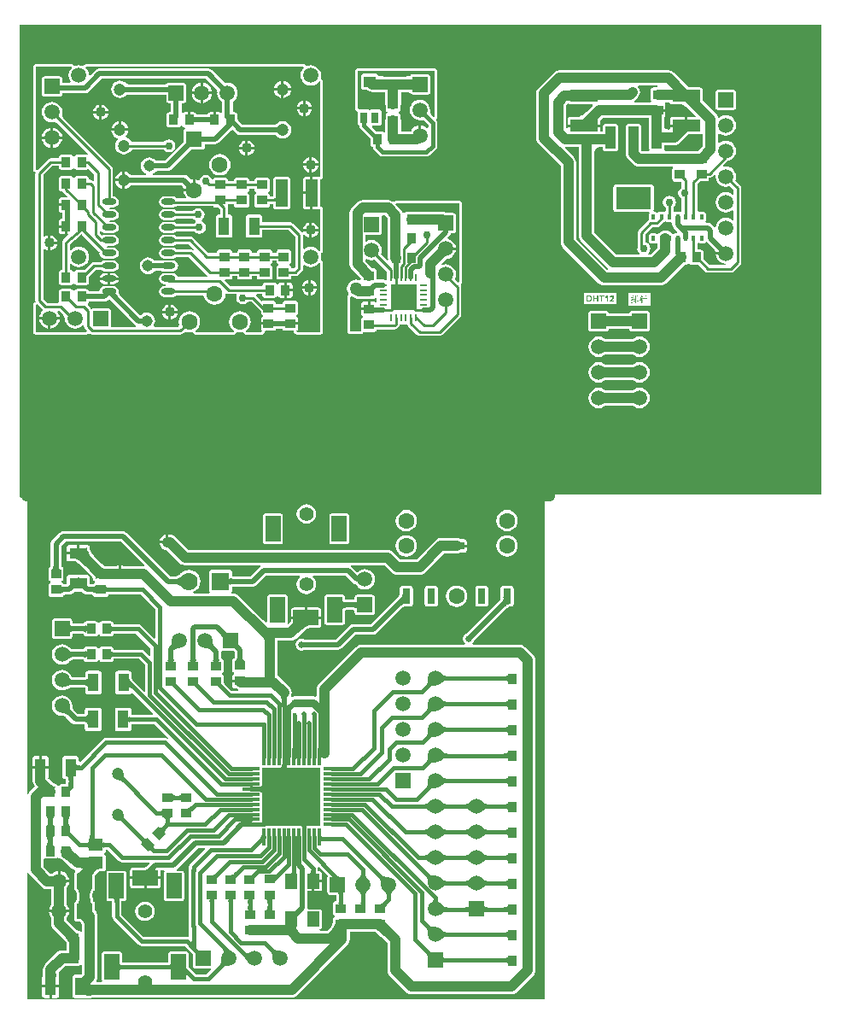
<source format=gtl>
G04 Layer_Physical_Order=1*
G04 Layer_Color=255*
%FSLAX25Y25*%
%MOIN*%
G70*
G01*
G75*
%ADD10R,0.10709X0.04567*%
%ADD11R,0.03858X0.03661*%
%ADD12R,0.03661X0.03858*%
%ADD13R,0.13780X0.08661*%
%ADD14R,0.03937X0.08661*%
%ADD15R,0.01378X0.01968*%
%ADD16O,0.05512X0.02362*%
%ADD17R,0.04449X0.07087*%
%ADD18R,0.04567X0.10709*%
%ADD19R,0.05787X0.04567*%
%ADD20R,0.04724X0.05905*%
%ADD21R,0.22559X0.22559*%
%ADD22R,0.06614X0.01181*%
%ADD23R,0.01181X0.06614*%
G04:AMPARAMS|DCode=24|XSize=36.61mil|YSize=38.58mil|CornerRadius=0mil|HoleSize=0mil|Usage=FLASHONLY|Rotation=45.000|XOffset=0mil|YOffset=0mil|HoleType=Round|Shape=Rectangle|*
%AMROTATEDRECTD24*
4,1,4,0.00070,-0.02659,-0.02659,0.00070,-0.00070,0.02659,0.02659,-0.00070,0.00070,-0.02659,0.0*
%
%ADD24ROTATEDRECTD24*%

%ADD25R,0.03150X0.05905*%
%ADD26R,0.05905X0.03150*%
%ADD27R,0.07087X0.04449*%
%ADD28R,0.04724X0.04331*%
%ADD29R,0.03150X0.04331*%
%ADD30R,0.03150X0.00984*%
%ADD31R,0.00984X0.03150*%
%ADD32R,0.09842X0.09842*%
%ADD33C,0.04000*%
%ADD34C,0.01000*%
%ADD35C,0.02000*%
%ADD36C,0.01500*%
%ADD37C,0.03000*%
%ADD38O,1.41732X0.07874*%
%ADD39C,0.05905*%
%ADD40R,0.05905X0.05905*%
%ADD41R,0.05905X0.05905*%
%ADD42C,0.04724*%
%ADD43C,0.06299*%
%ADD44R,0.06299X0.06299*%
%ADD45C,0.04000*%
%ADD46R,0.05905X0.09842*%
%ADD47R,0.09842X0.05905*%
%ADD48C,0.07000*%
%ADD49R,0.07000X0.07000*%
%ADD50C,0.03000*%
%ADD51C,0.04500*%
%ADD52C,0.05512*%
%ADD53C,0.01968*%
%ADD54C,0.05000*%
%ADD55C,0.02500*%
%ADD56C,0.01500*%
%ADD57C,0.02000*%
G36*
X56954Y75291D02*
X56939Y75434D01*
X56894Y75561D01*
X56818Y75674D01*
X56712Y75771D01*
X56576Y75854D01*
X56410Y75921D01*
X56213Y75974D01*
X55986Y76011D01*
X55729Y76034D01*
X55442Y76041D01*
Y77541D01*
X55729Y77549D01*
X55986Y77571D01*
X56213Y77609D01*
X56410Y77661D01*
X56576Y77729D01*
X56712Y77811D01*
X56818Y77909D01*
X56894Y78021D01*
X56939Y78149D01*
X56954Y78291D01*
Y75291D01*
D02*
G37*
G36*
X41639Y76008D02*
X41660Y75770D01*
X41696Y75542D01*
X41748Y75323D01*
X41816Y75115D01*
X41899Y74917D01*
X41998Y74729D01*
X42112Y74550D01*
X42243Y74382D01*
X42388Y74224D01*
X41327Y73163D01*
X41169Y73309D01*
X41001Y73439D01*
X40822Y73553D01*
X40634Y73652D01*
X40436Y73735D01*
X40228Y73803D01*
X40010Y73855D01*
X39781Y73891D01*
X39543Y73912D01*
X39295Y73917D01*
X41634Y76256D01*
X41639Y76008D01*
D02*
G37*
G36*
X165752Y81265D02*
X166008Y81042D01*
X166263Y80844D01*
X166517Y80673D01*
X166770Y80528D01*
X167021Y80409D01*
X167271Y80317D01*
X167520Y80251D01*
X167767Y80212D01*
X168013Y80199D01*
Y78699D01*
X167767Y78686D01*
X167520Y78646D01*
X167271Y78580D01*
X167021Y78488D01*
X166770Y78370D01*
X166517Y78225D01*
X166263Y78053D01*
X166008Y77856D01*
X165752Y77632D01*
X165495Y77382D01*
Y81516D01*
X165752Y81265D01*
D02*
G37*
G36*
X161277Y77382D02*
X161020Y77632D01*
X160763Y77856D01*
X160508Y78053D01*
X160255Y78225D01*
X160002Y78370D01*
X159751Y78488D01*
X159501Y78580D01*
X159252Y78646D01*
X159004Y78686D01*
X158758Y78699D01*
Y80199D01*
X159004Y80212D01*
X159252Y80251D01*
X159501Y80317D01*
X159751Y80409D01*
X160002Y80528D01*
X160255Y80673D01*
X160508Y80844D01*
X160763Y81042D01*
X161020Y81265D01*
X161277Y81516D01*
Y77382D01*
D02*
G37*
G36*
X95919Y71903D02*
X94419Y71592D01*
Y73093D01*
X94705Y73100D01*
X94961Y73123D01*
X95188Y73160D01*
X95384Y73212D01*
X95550Y73280D01*
X95686Y73362D01*
X95793Y73460D01*
X95869Y73572D01*
X95915Y73700D01*
X95930Y73843D01*
X95919Y71903D01*
D02*
G37*
G36*
X60216Y74959D02*
X60088Y74914D01*
X59976Y74839D01*
X59878Y74734D01*
X59796Y74599D01*
X59728Y74434D01*
X59676Y74239D01*
X59638Y74014D01*
X59616Y73759D01*
X59608Y73474D01*
X58390D01*
X58858Y72342D01*
X59389Y71812D01*
X57340Y71620D01*
X58268Y70692D01*
X58070Y70483D01*
X57904Y70285D01*
X57770Y70099D01*
X57669Y69922D01*
X57599Y69757D01*
X57561Y69603D01*
X57555Y69459D01*
X57581Y69326D01*
X57639Y69204D01*
X57729Y69092D01*
X55608Y71213D01*
X55719Y71123D01*
X55841Y71065D01*
X55975Y71039D01*
X56118Y71045D01*
X56273Y71083D01*
X56438Y71153D01*
X56614Y71255D01*
X56801Y71389D01*
X56999Y71554D01*
X57112Y71662D01*
X57249Y71809D01*
X57429Y72034D01*
X57589Y72268D01*
X57726Y72511D01*
X57843Y72763D01*
X57939Y73023D01*
X58013Y73293D01*
X58066Y73571D01*
X58095Y73829D01*
X58078Y74014D01*
X58041Y74239D01*
X57988Y74434D01*
X57921Y74599D01*
X57838Y74734D01*
X57741Y74839D01*
X57628Y74914D01*
X57501Y74959D01*
X57358Y74974D01*
X60358D01*
X60216Y74959D01*
D02*
G37*
G36*
X20781Y75525D02*
X20642Y75465D01*
X20519Y75365D01*
X20413Y75225D01*
X20323Y75045D01*
X20249Y74825D01*
X20192Y74565D01*
X20151Y74265D01*
X20126Y73925D01*
X20119Y73589D01*
X20126Y73253D01*
X20192Y72613D01*
X20249Y72353D01*
X20323Y72133D01*
X20413Y71953D01*
X20519Y71813D01*
X20642Y71713D01*
X20781Y71653D01*
X20936Y71633D01*
X17300D01*
X17456Y71653D01*
X17595Y71713D01*
X17718Y71813D01*
X17824Y71953D01*
X17914Y72133D01*
X17987Y72353D01*
X18045Y72613D01*
X18086Y72913D01*
X18110Y73253D01*
X18117Y73589D01*
X18110Y73925D01*
X18045Y74565D01*
X17987Y74825D01*
X17914Y75045D01*
X17824Y75225D01*
X17718Y75365D01*
X17595Y75465D01*
X17456Y75525D01*
X17300Y75545D01*
X20936D01*
X20781Y75525D01*
D02*
G37*
G36*
X14718D02*
X14579Y75465D01*
X14456Y75365D01*
X14350Y75225D01*
X14260Y75045D01*
X14186Y74825D01*
X14129Y74565D01*
X14088Y74265D01*
X14063Y73925D01*
X14056Y73589D01*
X14063Y73253D01*
X14129Y72613D01*
X14186Y72353D01*
X14260Y72133D01*
X14350Y71953D01*
X14456Y71813D01*
X14579Y71713D01*
X14718Y71653D01*
X14873Y71633D01*
X11237D01*
X11393Y71653D01*
X11532Y71713D01*
X11654Y71813D01*
X11761Y71953D01*
X11851Y72133D01*
X11924Y72353D01*
X11982Y72613D01*
X12022Y72913D01*
X12047Y73253D01*
X12054Y73589D01*
X12047Y73925D01*
X11982Y74565D01*
X11924Y74825D01*
X11851Y75045D01*
X11761Y75225D01*
X11654Y75365D01*
X11532Y75465D01*
X11393Y75525D01*
X11237Y75545D01*
X14873D01*
X14718Y75525D01*
D02*
G37*
G36*
X64238Y81354D02*
X64223Y81497D01*
X64177Y81624D01*
X64101Y81737D01*
X63996Y81834D01*
X63860Y81917D01*
X63693Y81984D01*
X63497Y82037D01*
X63270Y82074D01*
X63013Y82097D01*
X62726Y82104D01*
Y83604D01*
X63013Y83612D01*
X63270Y83634D01*
X63497Y83672D01*
X63693Y83724D01*
X63860Y83792D01*
X63996Y83874D01*
X64101Y83972D01*
X64177Y84084D01*
X64223Y84212D01*
X64238Y84354D01*
Y81354D01*
D02*
G37*
G36*
X60777Y84212D02*
X60823Y84084D01*
X60899Y83972D01*
X61004Y83874D01*
X61140Y83792D01*
X61307Y83724D01*
X61503Y83672D01*
X61730Y83634D01*
X61987Y83612D01*
X62274Y83604D01*
Y82104D01*
X61987Y82097D01*
X61730Y82074D01*
X61503Y82037D01*
X61307Y81984D01*
X61140Y81917D01*
X61004Y81834D01*
X60899Y81737D01*
X60823Y81624D01*
X60777Y81497D01*
X60762Y81354D01*
Y84354D01*
X60777Y84212D01*
D02*
G37*
G36*
X95930Y84122D02*
X95910Y84312D01*
X95850Y84482D01*
X95749Y84632D01*
X95609Y84762D01*
X95428Y84872D01*
X95206Y84962D01*
X94945Y85032D01*
X94643Y85082D01*
X94301Y85112D01*
X93919Y85122D01*
Y87122D01*
X94301Y87132D01*
X94643Y87162D01*
X94945Y87212D01*
X95206Y87282D01*
X95428Y87372D01*
X95609Y87482D01*
X95749Y87612D01*
X95850Y87762D01*
X95910Y87932D01*
X95930Y88122D01*
Y84122D01*
D02*
G37*
G36*
X11741Y89443D02*
X13542Y87859D01*
X13896Y87605D01*
X14212Y87407D01*
X14489Y87265D01*
X14728Y87181D01*
X14928Y87152D01*
X11293Y83320D01*
X11264Y83520D01*
X11179Y83759D01*
X11038Y84036D01*
X10840Y84352D01*
X10585Y84706D01*
X9907Y85530D01*
X9002Y86507D01*
X8464Y87054D01*
X11194Y89981D01*
X11741Y89443D01*
D02*
G37*
G36*
X181776Y81265D02*
X182032Y81042D01*
X182287Y80844D01*
X182541Y80673D01*
X182793Y80528D01*
X183045Y80409D01*
X183295Y80317D01*
X183543Y80251D01*
X183791Y80212D01*
X184037Y80199D01*
Y78699D01*
X183791Y78686D01*
X183543Y78646D01*
X183295Y78580D01*
X183045Y78488D01*
X182793Y78370D01*
X182541Y78225D01*
X182287Y78053D01*
X182032Y77856D01*
X181776Y77632D01*
X181518Y77382D01*
Y81516D01*
X181776Y81265D01*
D02*
G37*
G36*
X177301Y77382D02*
X177043Y77632D01*
X176787Y77856D01*
X176532Y78053D01*
X176278Y78225D01*
X176026Y78370D01*
X175774Y78488D01*
X175524Y78580D01*
X175276Y78646D01*
X175028Y78686D01*
X174782Y78699D01*
Y80199D01*
X175028Y80212D01*
X175276Y80251D01*
X175524Y80317D01*
X175774Y80409D01*
X176026Y80528D01*
X176278Y80673D01*
X176532Y80844D01*
X176787Y81042D01*
X177043Y81265D01*
X177301Y81516D01*
Y77382D01*
D02*
G37*
G36*
X69119Y78707D02*
X68816Y78394D01*
X68341Y77836D01*
X68169Y77590D01*
X68040Y77366D01*
X67954Y77166D01*
X67912Y76987D01*
X67913Y76831D01*
X67958Y76697D01*
X68046Y76586D01*
X65838Y78597D01*
X65958Y78518D01*
X66099Y78480D01*
X66260Y78484D01*
X66441Y78529D01*
X66643Y78615D01*
X66865Y78743D01*
X67108Y78913D01*
X67371Y79124D01*
X67959Y79670D01*
X69119Y78707D01*
D02*
G37*
G36*
X191639Y77949D02*
X191624Y78091D01*
X191579Y78219D01*
X191503Y78331D01*
X191397Y78429D01*
X191261Y78511D01*
X191095Y78579D01*
X190898Y78631D01*
X190672Y78669D01*
X190415Y78691D01*
X190127Y78699D01*
Y80199D01*
X190415Y80206D01*
X190672Y80229D01*
X190898Y80266D01*
X191095Y80319D01*
X191261Y80386D01*
X191397Y80469D01*
X191503Y80566D01*
X191579Y80679D01*
X191624Y80806D01*
X191639Y80949D01*
Y77949D01*
D02*
G37*
G36*
X14691Y67781D02*
X14527Y67721D01*
X14384Y67620D01*
X14259Y67480D01*
X14153Y67300D01*
X14067Y67080D01*
X14000Y66821D01*
X13952Y66521D01*
X13923Y66180D01*
X13914Y65812D01*
X13922Y65446D01*
X13987Y64806D01*
X14044Y64546D01*
X14118Y64326D01*
X14208Y64146D01*
X14314Y64006D01*
X14437Y63906D01*
X14576Y63846D01*
X14731Y63826D01*
X11096D01*
X11251Y63846D01*
X11390Y63906D01*
X11513Y64006D01*
X11619Y64146D01*
X11709Y64326D01*
X11783Y64546D01*
X11840Y64806D01*
X11881Y65106D01*
X11905Y65446D01*
X11913Y65814D01*
X11907Y66180D01*
X11853Y66821D01*
X11805Y67080D01*
X11744Y67300D01*
X11670Y67480D01*
X11582Y67620D01*
X11481Y67721D01*
X11366Y67781D01*
X11237Y67800D01*
X14873D01*
X14691Y67781D01*
D02*
G37*
G36*
X33691Y65688D02*
X33736Y65561D01*
X33812Y65448D01*
X33918Y65351D01*
X34054Y65268D01*
X34220Y65201D01*
X34417Y65148D01*
X34644Y65111D01*
X34901Y65088D01*
X35188Y65081D01*
Y63581D01*
X34901Y63573D01*
X34644Y63551D01*
X34417Y63513D01*
X34220Y63461D01*
X34054Y63393D01*
X33918Y63311D01*
X33812Y63213D01*
X33736Y63101D01*
X33691Y62973D01*
X33676Y62831D01*
Y65831D01*
X33691Y65688D01*
D02*
G37*
G36*
X95793Y64821D02*
X95782Y65014D01*
X95750Y65164D01*
X95696Y65271D01*
X95621Y65336D01*
X95525Y65357D01*
X95407Y65336D01*
X95267Y65271D01*
X95106Y65164D01*
X94924Y65014D01*
X94720Y64821D01*
Y66942D01*
X94924Y67156D01*
X95106Y67370D01*
X95267Y67584D01*
X95407Y67796D01*
X95525Y68009D01*
X95621Y68221D01*
X95696Y68432D01*
X95750Y68643D01*
X95782Y68853D01*
X95793Y69063D01*
Y64821D01*
D02*
G37*
G36*
X49357Y67266D02*
X49554Y67100D01*
X49741Y66966D01*
X49917Y66864D01*
X50083Y66794D01*
X50237Y66756D01*
X50381Y66751D01*
X50514Y66777D01*
X50636Y66835D01*
X50748Y66925D01*
X48626Y64803D01*
X48717Y64915D01*
X48774Y65037D01*
X48801Y65170D01*
X48795Y65314D01*
X48757Y65469D01*
X48687Y65634D01*
X48585Y65810D01*
X48451Y65997D01*
X48285Y66194D01*
X48088Y66403D01*
X49148Y67464D01*
X49357Y67266D01*
D02*
G37*
G36*
X191639Y57949D02*
X191624Y58091D01*
X191579Y58219D01*
X191503Y58331D01*
X191397Y58429D01*
X191261Y58511D01*
X191095Y58579D01*
X190898Y58631D01*
X190672Y58669D01*
X190415Y58691D01*
X190127Y58699D01*
Y60199D01*
X190415Y60206D01*
X190672Y60229D01*
X190898Y60266D01*
X191095Y60319D01*
X191261Y60386D01*
X191397Y60469D01*
X191503Y60566D01*
X191579Y60679D01*
X191624Y60806D01*
X191639Y60949D01*
Y57949D01*
D02*
G37*
G36*
X181776Y61265D02*
X182032Y61042D01*
X182287Y60844D01*
X182541Y60673D01*
X182793Y60528D01*
X183045Y60409D01*
X183295Y60317D01*
X183543Y60251D01*
X183791Y60212D01*
X184037Y60199D01*
Y58699D01*
X183791Y58686D01*
X183543Y58646D01*
X183295Y58580D01*
X183045Y58488D01*
X182793Y58370D01*
X182541Y58225D01*
X182287Y58053D01*
X182032Y57856D01*
X181776Y57632D01*
X181518Y57382D01*
Y61516D01*
X181776Y61265D01*
D02*
G37*
G36*
X27938Y62831D02*
X27923Y62973D01*
X27878Y63101D01*
X27802Y63213D01*
X27696Y63311D01*
X27560Y63393D01*
X27394Y63461D01*
X27198Y63513D01*
X26971Y63551D01*
X26714Y63573D01*
X26426Y63581D01*
Y65081D01*
X26714Y65088D01*
X26971Y65111D01*
X27198Y65148D01*
X27394Y65201D01*
X27560Y65268D01*
X27696Y65351D01*
X27802Y65448D01*
X27878Y65561D01*
X27923Y65688D01*
X27938Y65831D01*
Y62831D01*
D02*
G37*
G36*
X53283Y64022D02*
X53239Y63920D01*
X53222Y63809D01*
X53233Y63687D01*
X53272Y63554D01*
X53338Y63411D01*
X53431Y63258D01*
X53552Y63094D01*
X53701Y62920D01*
X53877Y62735D01*
X52816Y61674D01*
X52631Y61851D01*
X52457Y61999D01*
X52293Y62120D01*
X52140Y62214D01*
X51997Y62280D01*
X51864Y62318D01*
X51742Y62329D01*
X51631Y62312D01*
X51530Y62268D01*
X51439Y62196D01*
X53355Y64112D01*
X53283Y64022D01*
D02*
G37*
G36*
X181776Y71266D02*
X182032Y71042D01*
X182287Y70844D01*
X182541Y70673D01*
X182793Y70528D01*
X183045Y70410D01*
X183295Y70317D01*
X183543Y70252D01*
X183791Y70212D01*
X184037Y70199D01*
Y68699D01*
X183791Y68686D01*
X183543Y68646D01*
X183295Y68580D01*
X183045Y68488D01*
X182793Y68370D01*
X182541Y68225D01*
X182287Y68054D01*
X182032Y67856D01*
X181776Y67632D01*
X181518Y67382D01*
Y71516D01*
X181776Y71266D01*
D02*
G37*
G36*
X177301Y67382D02*
X177043Y67632D01*
X176787Y67856D01*
X176532Y68054D01*
X176278Y68225D01*
X176026Y68370D01*
X175774Y68488D01*
X175524Y68580D01*
X175276Y68646D01*
X175028Y68686D01*
X174782Y68699D01*
Y70199D01*
X175028Y70212D01*
X175276Y70252D01*
X175524Y70317D01*
X175774Y70410D01*
X176026Y70528D01*
X176278Y70673D01*
X176532Y70844D01*
X176787Y71042D01*
X177043Y71266D01*
X177301Y71516D01*
Y67382D01*
D02*
G37*
G36*
X113464Y71888D02*
X113336Y71843D01*
X113224Y71768D01*
X113126Y71663D01*
X113044Y71528D01*
X112976Y71363D01*
X112924Y71168D01*
X112886Y70943D01*
X112864Y70688D01*
X112856Y70403D01*
X111356D01*
X111349Y70688D01*
X111326Y70943D01*
X111289Y71168D01*
X111236Y71363D01*
X111169Y71528D01*
X111086Y71663D01*
X110989Y71768D01*
X110876Y71843D01*
X110749Y71888D01*
X110606Y71903D01*
X113606D01*
X113464Y71888D01*
D02*
G37*
G36*
X191639Y67949D02*
X191624Y68091D01*
X191579Y68219D01*
X191503Y68331D01*
X191397Y68429D01*
X191261Y68511D01*
X191095Y68579D01*
X190898Y68631D01*
X190672Y68669D01*
X190415Y68691D01*
X190127Y68699D01*
Y70199D01*
X190415Y70206D01*
X190672Y70229D01*
X190898Y70266D01*
X191095Y70319D01*
X191261Y70386D01*
X191397Y70469D01*
X191503Y70566D01*
X191579Y70679D01*
X191624Y70806D01*
X191639Y70949D01*
Y67949D01*
D02*
G37*
G36*
X20845Y69900D02*
X20807Y69760D01*
X20810Y69599D01*
X20856Y69417D01*
X20942Y69216D01*
X21070Y68993D01*
X21240Y68750D01*
X21451Y68487D01*
X21997Y67899D01*
X21034Y66740D01*
X20721Y67042D01*
X20162Y67517D01*
X19917Y67690D01*
X19693Y67819D01*
X19492Y67904D01*
X19314Y67946D01*
X19158Y67945D01*
X19024Y67901D01*
X18913Y67813D01*
X20924Y70020D01*
X20845Y69900D01*
D02*
G37*
G36*
X29990Y67814D02*
X30012Y67558D01*
X30050Y67331D01*
X30102Y67135D01*
X30170Y66969D01*
X30252Y66833D01*
X30350Y66727D01*
X30462Y66651D01*
X30590Y66605D01*
X30732Y66589D01*
X27926Y66601D01*
X28032Y66616D01*
X28126Y66661D01*
X28210Y66736D01*
X28282Y66841D01*
X28343Y66976D01*
X28393Y67141D01*
X28432Y67336D01*
X28460Y67561D01*
X28477Y67816D01*
X28482Y68101D01*
X29982D01*
X29990Y67814D01*
D02*
G37*
G36*
X165752Y71266D02*
X166008Y71042D01*
X166263Y70844D01*
X166517Y70673D01*
X166770Y70528D01*
X167021Y70410D01*
X167271Y70317D01*
X167520Y70252D01*
X167767Y70212D01*
X168013Y70199D01*
Y68699D01*
X167767Y68686D01*
X167520Y68646D01*
X167271Y68580D01*
X167021Y68488D01*
X166770Y68370D01*
X166517Y68225D01*
X166263Y68054D01*
X166008Y67856D01*
X165752Y67632D01*
X165495Y67382D01*
Y71516D01*
X165752Y71266D01*
D02*
G37*
G36*
X161277Y67382D02*
X161020Y67632D01*
X160763Y67856D01*
X160508Y68054D01*
X160255Y68225D01*
X160002Y68370D01*
X159751Y68488D01*
X159501Y68580D01*
X159252Y68646D01*
X159004Y68686D01*
X158758Y68699D01*
Y70199D01*
X159004Y70212D01*
X159252Y70252D01*
X159501Y70317D01*
X159751Y70410D01*
X160002Y70528D01*
X160255Y70673D01*
X160508Y70844D01*
X160763Y71042D01*
X161020Y71266D01*
X161277Y71516D01*
Y67382D01*
D02*
G37*
G36*
X163356Y86496D02*
X162997Y86491D01*
X162658Y86468D01*
X162338Y86427D01*
X162037Y86369D01*
X161756Y86293D01*
X161495Y86199D01*
X161253Y86088D01*
X161030Y85958D01*
X160827Y85811D01*
X160644Y85646D01*
X159583Y86707D01*
X159748Y86890D01*
X159895Y87093D01*
X160024Y87316D01*
X160136Y87558D01*
X160230Y87819D01*
X160306Y88100D01*
X160364Y88401D01*
X160405Y88721D01*
X160428Y89060D01*
X160433Y89419D01*
X163356Y86496D01*
D02*
G37*
G36*
X61965Y128262D02*
X61919Y128128D01*
X61916Y127971D01*
X61957Y127792D01*
X62042Y127591D01*
X62169Y127368D01*
X62341Y127123D01*
X62555Y126855D01*
X63115Y126253D01*
X61955Y125291D01*
X61652Y125584D01*
X61107Y126044D01*
X60864Y126213D01*
X60642Y126339D01*
X60440Y126425D01*
X60258Y126469D01*
X60097Y126471D01*
X59955Y126432D01*
X59834Y126352D01*
X62054Y128375D01*
X61965Y128262D01*
D02*
G37*
G36*
X80512Y140122D02*
X84553D01*
X84969Y139707D01*
Y137779D01*
X84958Y137645D01*
X84925Y137426D01*
X84886Y137269D01*
X84874Y137239D01*
X84689Y137202D01*
X84358Y136981D01*
X84137Y136650D01*
X84113Y136530D01*
X84111Y136527D01*
X84111Y136519D01*
X84059Y136260D01*
Y132598D01*
X84137Y132208D01*
X84358Y131878D01*
X84689Y131657D01*
X84708Y131653D01*
Y131143D01*
X84689Y131139D01*
X84358Y130918D01*
X84137Y130587D01*
X84059Y130197D01*
Y128866D01*
X87008D01*
Y127866D01*
X84059D01*
Y126535D01*
X84137Y126145D01*
X84358Y125814D01*
X84689Y125593D01*
X85079Y125516D01*
X85669D01*
X85908Y125332D01*
X86423Y125119D01*
X86324Y124619D01*
X83830D01*
X81193Y127256D01*
X80945Y127522D01*
X80775Y127734D01*
X80705Y127835D01*
Y130000D01*
X80627Y130390D01*
X80406Y130721D01*
X80075Y130942D01*
X80056Y130946D01*
Y131456D01*
X80075Y131460D01*
X80406Y131681D01*
X80627Y132011D01*
X80705Y132402D01*
Y136063D01*
X80653Y136322D01*
X80652Y136330D01*
X80651Y136333D01*
X80627Y136453D01*
X80406Y136784D01*
X80075Y137005D01*
X79889Y137042D01*
X79878Y137072D01*
X79839Y137229D01*
X79806Y137448D01*
X79795Y137582D01*
Y139803D01*
X79795Y139803D01*
X79792Y139819D01*
X79919Y139965D01*
X80230Y140178D01*
X80512Y140122D01*
D02*
G37*
G36*
X79583Y128262D02*
X79537Y128128D01*
X79535Y127971D01*
X79575Y127792D01*
X79660Y127591D01*
X79787Y127368D01*
X79959Y127123D01*
X80173Y126855D01*
X80733Y126253D01*
X79574Y125291D01*
X79270Y125584D01*
X78725Y126044D01*
X78482Y126213D01*
X78260Y126339D01*
X78058Y126425D01*
X77876Y126469D01*
X77715Y126471D01*
X77573Y126432D01*
X77452Y126352D01*
X79672Y128375D01*
X79583Y128262D01*
D02*
G37*
G36*
X70626D02*
X70580Y128128D01*
X70578Y127971D01*
X70619Y127792D01*
X70703Y127591D01*
X70831Y127368D01*
X71002Y127123D01*
X71217Y126855D01*
X71776Y126253D01*
X70617Y125291D01*
X70314Y125584D01*
X69768Y126044D01*
X69526Y126213D01*
X69303Y126339D01*
X69101Y126425D01*
X68920Y126469D01*
X68758Y126471D01*
X68617Y126432D01*
X68496Y126352D01*
X70715Y128375D01*
X70626Y128262D01*
D02*
G37*
G36*
X165752Y121265D02*
X166008Y121042D01*
X166263Y120844D01*
X166517Y120673D01*
X166770Y120528D01*
X167021Y120410D01*
X167271Y120317D01*
X167520Y120252D01*
X167767Y120212D01*
X168013Y120199D01*
Y118699D01*
X167767Y118686D01*
X167520Y118646D01*
X167271Y118580D01*
X167021Y118488D01*
X166770Y118370D01*
X166517Y118225D01*
X166263Y118053D01*
X166008Y117856D01*
X165752Y117632D01*
X165495Y117382D01*
Y121516D01*
X165752Y121265D01*
D02*
G37*
G36*
X108555Y118394D02*
X108484Y118373D01*
X108393Y118326D01*
X108280Y118253D01*
X108147Y118154D01*
X107818Y117877D01*
X107167Y117266D01*
X106908Y117009D01*
X105494Y118424D01*
X105750Y118682D01*
X106737Y119796D01*
X106810Y119909D01*
X106857Y120000D01*
X106878Y120071D01*
X108555Y118394D01*
D02*
G37*
G36*
X105521Y122340D02*
X105408Y122113D01*
X105308Y121825D01*
X105222Y121474D01*
X105149Y121061D01*
X105042Y120048D01*
X104989Y118787D01*
X104982Y118063D01*
X103482D01*
X103476Y118787D01*
X103316Y121061D01*
X103243Y121474D01*
X103156Y121825D01*
X103057Y122113D01*
X102944Y122340D01*
X102817Y122504D01*
X105647D01*
X105521Y122340D01*
D02*
G37*
G36*
X191639Y117949D02*
X191624Y118091D01*
X191579Y118219D01*
X191503Y118331D01*
X191397Y118429D01*
X191261Y118511D01*
X191095Y118579D01*
X190898Y118631D01*
X190672Y118669D01*
X190415Y118691D01*
X190127Y118699D01*
Y120199D01*
X190415Y120206D01*
X190672Y120229D01*
X190898Y120266D01*
X191095Y120319D01*
X191261Y120386D01*
X191397Y120469D01*
X191503Y120566D01*
X191579Y120679D01*
X191624Y120806D01*
X191639Y120949D01*
Y117949D01*
D02*
G37*
G36*
X69808Y137670D02*
X69836Y137330D01*
X69882Y137030D01*
X69946Y136770D01*
X70028Y136550D01*
X70129Y136370D01*
X70248Y136230D01*
X70386Y136130D01*
X70541Y136070D01*
X70715Y136050D01*
X66883D01*
X67057Y136070D01*
X67213Y136130D01*
X67350Y136230D01*
X67469Y136370D01*
X67570Y136550D01*
X67653Y136770D01*
X67717Y137030D01*
X67763Y137330D01*
X67790Y137670D01*
X67799Y138050D01*
X69799D01*
X69808Y137670D01*
D02*
G37*
G36*
X61147D02*
X61174Y137330D01*
X61220Y137030D01*
X61284Y136770D01*
X61367Y136550D01*
X61468Y136370D01*
X61587Y136230D01*
X61724Y136130D01*
X61880Y136070D01*
X62054Y136050D01*
X58222D01*
X58396Y136070D01*
X58552Y136130D01*
X58689Y136230D01*
X58808Y136370D01*
X58909Y136550D01*
X58991Y136770D01*
X59055Y137030D01*
X59101Y137330D01*
X59129Y137670D01*
X59138Y138050D01*
X61138D01*
X61147Y137670D01*
D02*
G37*
G36*
X88017Y137867D02*
X88045Y137527D01*
X88090Y137227D01*
X88154Y136967D01*
X88237Y136747D01*
X88338Y136567D01*
X88457Y136427D01*
X88594Y136327D01*
X88750Y136267D01*
X88924Y136247D01*
X85092D01*
X85266Y136267D01*
X85422Y136327D01*
X85559Y136427D01*
X85678Y136567D01*
X85779Y136747D01*
X85861Y136967D01*
X85925Y137227D01*
X85971Y137527D01*
X85999Y137867D01*
X86008Y138247D01*
X88008D01*
X88017Y137867D01*
D02*
G37*
G36*
X78765Y137670D02*
X78793Y137330D01*
X78838Y137030D01*
X78903Y136770D01*
X78985Y136550D01*
X79086Y136370D01*
X79205Y136230D01*
X79342Y136130D01*
X79498Y136070D01*
X79672Y136050D01*
X75840D01*
X76014Y136070D01*
X76170Y136130D01*
X76307Y136230D01*
X76426Y136370D01*
X76527Y136550D01*
X76609Y136770D01*
X76674Y137030D01*
X76719Y137330D01*
X76747Y137670D01*
X76756Y138050D01*
X78756D01*
X78765Y137670D01*
D02*
G37*
G36*
X163356Y126496D02*
X162997Y126491D01*
X162658Y126468D01*
X162338Y126427D01*
X162037Y126369D01*
X161756Y126293D01*
X161495Y126199D01*
X161253Y126087D01*
X161030Y125958D01*
X160827Y125811D01*
X160644Y125646D01*
X159583Y126707D01*
X159748Y126890D01*
X159895Y127093D01*
X160024Y127316D01*
X160136Y127558D01*
X160230Y127819D01*
X160306Y128100D01*
X160364Y128401D01*
X160405Y128721D01*
X160428Y129060D01*
X160433Y129419D01*
X163356Y126496D01*
D02*
G37*
G36*
X43810Y129458D02*
X43858Y129232D01*
X43938Y128995D01*
X44050Y128746D01*
X44195Y128486D01*
X44371Y128216D01*
X44579Y127934D01*
X45092Y127337D01*
X45397Y127022D01*
X44867Y125431D01*
X44663Y125624D01*
X44480Y125774D01*
X44319Y125882D01*
X44180Y125946D01*
X44062Y125967D01*
X43966Y125946D01*
X43891Y125882D01*
X43837Y125774D01*
X43805Y125624D01*
X43794Y125431D01*
Y129674D01*
X43810Y129458D01*
D02*
G37*
G36*
X191639Y127949D02*
X191624Y128091D01*
X191579Y128219D01*
X191503Y128331D01*
X191397Y128429D01*
X191261Y128511D01*
X191095Y128579D01*
X190898Y128631D01*
X190672Y128669D01*
X190415Y128691D01*
X190127Y128699D01*
Y130199D01*
X190415Y130206D01*
X190672Y130229D01*
X190898Y130266D01*
X191095Y130319D01*
X191261Y130386D01*
X191397Y130469D01*
X191503Y130566D01*
X191579Y130679D01*
X191624Y130806D01*
X191639Y130949D01*
Y127949D01*
D02*
G37*
G36*
X165752Y131265D02*
X166008Y131042D01*
X166263Y130844D01*
X166517Y130673D01*
X166770Y130528D01*
X167021Y130410D01*
X167271Y130317D01*
X167520Y130252D01*
X167767Y130212D01*
X168013Y130199D01*
Y128699D01*
X167767Y128686D01*
X167520Y128646D01*
X167271Y128580D01*
X167021Y128488D01*
X166770Y128370D01*
X166517Y128225D01*
X166263Y128053D01*
X166008Y127856D01*
X165752Y127632D01*
X165495Y127382D01*
Y131516D01*
X165752Y131265D01*
D02*
G37*
G36*
X23140Y95944D02*
X23185Y95817D01*
X23261Y95704D01*
X23367Y95607D01*
X23503Y95524D01*
X23669Y95457D01*
X23866Y95404D01*
X24092Y95367D01*
X24349Y95344D01*
X24637Y95337D01*
Y93837D01*
X24349Y93829D01*
X24092Y93807D01*
X23866Y93769D01*
X23669Y93717D01*
X23503Y93649D01*
X23367Y93567D01*
X23261Y93469D01*
X23185Y93357D01*
X23140Y93229D01*
X23125Y93087D01*
Y96087D01*
X23140Y95944D01*
D02*
G37*
G36*
X22283Y91041D02*
X22155Y90996D01*
X22043Y90921D01*
X21945Y90816D01*
X21863Y90681D01*
X21795Y90516D01*
X21743Y90321D01*
X21705Y90096D01*
X21683Y89841D01*
X21675Y89556D01*
X20175D01*
X20168Y89841D01*
X20145Y90096D01*
X20108Y90321D01*
X20055Y90516D01*
X19988Y90681D01*
X19905Y90816D01*
X19808Y90921D01*
X19695Y90996D01*
X19568Y91041D01*
X19425Y91056D01*
X22425D01*
X22283Y91041D01*
D02*
G37*
G36*
X163356Y96496D02*
X162997Y96491D01*
X162658Y96468D01*
X162338Y96428D01*
X162037Y96369D01*
X161756Y96293D01*
X161495Y96199D01*
X161253Y96087D01*
X161030Y95958D01*
X160827Y95811D01*
X160644Y95646D01*
X159583Y96707D01*
X159748Y96890D01*
X159895Y97093D01*
X160024Y97316D01*
X160136Y97558D01*
X160230Y97819D01*
X160306Y98100D01*
X160364Y98401D01*
X160405Y98721D01*
X160428Y99060D01*
X160433Y99419D01*
X163356Y96496D01*
D02*
G37*
G36*
X104990Y95649D02*
X105012Y95391D01*
X105050Y95165D01*
X105102Y94968D01*
X105170Y94802D01*
X105252Y94666D01*
X105350Y94560D01*
X105462Y94484D01*
X105590Y94439D01*
X105732Y94424D01*
X102732D01*
X102875Y94439D01*
X103002Y94484D01*
X103115Y94560D01*
X103212Y94666D01*
X103295Y94802D01*
X103362Y94968D01*
X103415Y95165D01*
X103452Y95391D01*
X103475Y95649D01*
X103482Y95936D01*
X104982D01*
X104990Y95649D01*
D02*
G37*
G36*
X165752Y91265D02*
X166008Y91042D01*
X166263Y90844D01*
X166517Y90673D01*
X166770Y90528D01*
X167021Y90409D01*
X167271Y90317D01*
X167520Y90251D01*
X167767Y90212D01*
X168013Y90199D01*
Y88699D01*
X167767Y88686D01*
X167520Y88646D01*
X167271Y88580D01*
X167021Y88488D01*
X166770Y88370D01*
X166517Y88225D01*
X166263Y88054D01*
X166008Y87856D01*
X165752Y87632D01*
X165495Y87382D01*
Y91516D01*
X165752Y91265D01*
D02*
G37*
G36*
X21668Y88367D02*
X21648Y88112D01*
X21614Y87887D01*
X21566Y87692D01*
X21504Y87527D01*
X21429Y87392D01*
X21340Y87287D01*
X21237Y87212D01*
X21121Y87167D01*
X20991Y87152D01*
X19425Y87140D01*
X19568Y87156D01*
X19695Y87203D01*
X19808Y87279D01*
X19905Y87385D01*
X19988Y87521D01*
X20055Y87687D01*
X20108Y87884D01*
X20145Y88110D01*
X20168Y88366D01*
X20175Y88652D01*
X21675D01*
X21668Y88367D01*
D02*
G37*
G36*
X41639Y91756D02*
X41660Y91518D01*
X41696Y91290D01*
X41748Y91071D01*
X41816Y90863D01*
X41899Y90665D01*
X41998Y90477D01*
X42112Y90298D01*
X42243Y90130D01*
X42388Y89972D01*
X41327Y88911D01*
X41169Y89057D01*
X41001Y89187D01*
X40822Y89301D01*
X40634Y89400D01*
X40436Y89483D01*
X40228Y89551D01*
X40010Y89603D01*
X39781Y89639D01*
X39543Y89660D01*
X39295Y89666D01*
X41634Y92004D01*
X41639Y91756D01*
D02*
G37*
G36*
X191639Y87949D02*
X191624Y88091D01*
X191579Y88219D01*
X191503Y88331D01*
X191397Y88429D01*
X191261Y88511D01*
X191095Y88579D01*
X190898Y88631D01*
X190672Y88669D01*
X190415Y88691D01*
X190127Y88699D01*
Y90199D01*
X190415Y90206D01*
X190672Y90229D01*
X190898Y90266D01*
X191095Y90319D01*
X191261Y90386D01*
X191397Y90469D01*
X191503Y90566D01*
X191579Y90679D01*
X191624Y90806D01*
X191639Y90949D01*
Y87949D01*
D02*
G37*
G36*
X43711Y114743D02*
X43756Y114616D01*
X43832Y114503D01*
X43937Y114406D01*
X44074Y114323D01*
X44240Y114256D01*
X44436Y114203D01*
X44663Y114166D01*
X44920Y114143D01*
X45208Y114136D01*
Y112636D01*
X44920Y112628D01*
X44663Y112606D01*
X44436Y112568D01*
X44240Y112516D01*
X44074Y112448D01*
X43937Y112366D01*
X43832Y112268D01*
X43756Y112156D01*
X43711Y112028D01*
X43696Y111886D01*
Y114886D01*
X43711Y114743D01*
D02*
G37*
G36*
X191639Y107949D02*
X191624Y108091D01*
X191579Y108219D01*
X191503Y108331D01*
X191397Y108429D01*
X191261Y108511D01*
X191095Y108579D01*
X190898Y108631D01*
X190672Y108669D01*
X190415Y108691D01*
X190127Y108699D01*
Y110199D01*
X190415Y110206D01*
X190672Y110229D01*
X190898Y110266D01*
X191095Y110319D01*
X191261Y110386D01*
X191397Y110469D01*
X191503Y110566D01*
X191579Y110679D01*
X191624Y110806D01*
X191639Y110949D01*
Y107949D01*
D02*
G37*
G36*
X163356Y116496D02*
X162997Y116491D01*
X162658Y116468D01*
X162338Y116428D01*
X162037Y116369D01*
X161756Y116293D01*
X161495Y116199D01*
X161253Y116087D01*
X161030Y115958D01*
X160827Y115811D01*
X160644Y115646D01*
X159583Y116707D01*
X159748Y116890D01*
X159895Y117093D01*
X160024Y117316D01*
X160136Y117558D01*
X160230Y117819D01*
X160306Y118100D01*
X160364Y118401D01*
X160405Y118721D01*
X160428Y119060D01*
X160433Y119419D01*
X163356Y116496D01*
D02*
G37*
G36*
X119750Y115729D02*
X119740Y115629D01*
X119723Y115252D01*
X119701Y112713D01*
X117701D01*
X117640Y115771D01*
X119762D01*
X119750Y115729D01*
D02*
G37*
G36*
X191639Y97748D02*
X191624Y97891D01*
X191579Y98018D01*
X191503Y98131D01*
X191397Y98228D01*
X191261Y98311D01*
X191095Y98378D01*
X190898Y98431D01*
X190672Y98468D01*
X190415Y98491D01*
X190127Y98498D01*
Y99998D01*
X190415Y100006D01*
X190672Y100028D01*
X190898Y100066D01*
X191095Y100118D01*
X191261Y100186D01*
X191397Y100268D01*
X191503Y100366D01*
X191579Y100478D01*
X191624Y100606D01*
X191639Y100748D01*
Y97748D01*
D02*
G37*
G36*
X165865Y101108D02*
X166102Y100875D01*
X166340Y100669D01*
X166581Y100491D01*
X166823Y100341D01*
X167066Y100217D01*
X167312Y100122D01*
X167559Y100053D01*
X167808Y100012D01*
X168059Y99998D01*
X167953Y98498D01*
X167712Y98486D01*
X167467Y98448D01*
X167217Y98385D01*
X166963Y98298D01*
X166705Y98185D01*
X166443Y98047D01*
X166176Y97883D01*
X165904Y97695D01*
X165349Y97243D01*
X165630Y101368D01*
X165865Y101108D01*
D02*
G37*
G36*
X165752Y111266D02*
X166008Y111042D01*
X166263Y110844D01*
X166517Y110673D01*
X166770Y110528D01*
X167021Y110409D01*
X167271Y110317D01*
X167520Y110251D01*
X167767Y110212D01*
X168013Y110199D01*
Y108699D01*
X167767Y108686D01*
X167520Y108646D01*
X167271Y108580D01*
X167021Y108488D01*
X166770Y108370D01*
X166517Y108225D01*
X166263Y108054D01*
X166008Y107856D01*
X165752Y107632D01*
X165495Y107382D01*
Y111516D01*
X165752Y111266D01*
D02*
G37*
G36*
X163356Y106496D02*
X162997Y106491D01*
X162658Y106468D01*
X162338Y106428D01*
X162037Y106369D01*
X161756Y106293D01*
X161495Y106199D01*
X161253Y106088D01*
X161030Y105958D01*
X160827Y105811D01*
X160644Y105646D01*
X159583Y106707D01*
X159748Y106890D01*
X159895Y107093D01*
X160024Y107316D01*
X160136Y107558D01*
X160230Y107819D01*
X160306Y108100D01*
X160364Y108401D01*
X160405Y108721D01*
X160428Y109060D01*
X160433Y109419D01*
X163356Y106496D01*
D02*
G37*
G36*
X177301Y57382D02*
X177043Y57632D01*
X176787Y57856D01*
X176532Y58053D01*
X176278Y58225D01*
X176026Y58370D01*
X175774Y58488D01*
X175524Y58580D01*
X175276Y58646D01*
X175028Y58686D01*
X174782Y58699D01*
Y60199D01*
X175028Y60212D01*
X175276Y60251D01*
X175524Y60317D01*
X175774Y60409D01*
X176026Y60528D01*
X176278Y60673D01*
X176532Y60844D01*
X176787Y61042D01*
X177043Y61265D01*
X177301Y61516D01*
Y57382D01*
D02*
G37*
G36*
X18491Y36345D02*
X18480Y36281D01*
X18470Y36183D01*
X18448Y35683D01*
X18437Y34540D01*
X14437D01*
X14370Y36375D01*
X18504D01*
X18491Y36345D01*
D02*
G37*
G36*
X29576Y35504D02*
X29754Y35385D01*
X29912Y35184D01*
X30048Y34905D01*
X30163Y34545D01*
X30257Y34104D01*
X30331Y33584D01*
X30383Y32985D01*
X30425Y31545D01*
X26425D01*
X26405Y32304D01*
X26345Y32985D01*
X26245Y33584D01*
X26105Y34104D01*
X25925Y34545D01*
X25705Y34905D01*
X25445Y35184D01*
X25145Y35385D01*
X24805Y35504D01*
X24425Y35544D01*
X29377D01*
X29576Y35504D01*
D02*
G37*
G36*
X176482Y37781D02*
X176467Y37923D01*
X176421Y38051D01*
X176346Y38163D01*
X176240Y38261D01*
X176104Y38343D01*
X175937Y38411D01*
X175741Y38463D01*
X175514Y38501D01*
X175257Y38523D01*
X174970Y38531D01*
Y40031D01*
X175257Y40038D01*
X175514Y40061D01*
X175741Y40098D01*
X175937Y40151D01*
X176104Y40218D01*
X176240Y40301D01*
X176346Y40398D01*
X176421Y40511D01*
X176467Y40638D01*
X176482Y40781D01*
Y37781D01*
D02*
G37*
G36*
X165848Y41133D02*
X166087Y40902D01*
X166329Y40698D01*
X166571Y40521D01*
X166815Y40371D01*
X167060Y40249D01*
X167306Y40153D01*
X167554Y40085D01*
X167802Y40044D01*
X168052Y40031D01*
X167964Y38531D01*
X167722Y38518D01*
X167476Y38480D01*
X167227Y38417D01*
X166973Y38328D01*
X166716Y38214D01*
X166455Y38075D01*
X166191Y37911D01*
X165922Y37721D01*
X165649Y37505D01*
X165373Y37265D01*
X165609Y41392D01*
X165848Y41133D01*
D02*
G37*
G36*
X143563Y35082D02*
X143648Y34843D01*
X143790Y34566D01*
X143988Y34250D01*
X144242Y33896D01*
X144921Y33072D01*
X145826Y32095D01*
X146363Y31548D01*
X143437Y28818D01*
X142890Y29356D01*
X141089Y30940D01*
X140735Y31194D01*
X140419Y31392D01*
X140142Y31534D01*
X139903Y31618D01*
X139703Y31647D01*
X143535Y35282D01*
X143563Y35082D01*
D02*
G37*
G36*
X191639Y27949D02*
X191624Y28091D01*
X191579Y28219D01*
X191503Y28331D01*
X191397Y28429D01*
X191261Y28511D01*
X191095Y28579D01*
X190898Y28631D01*
X190672Y28669D01*
X190415Y28691D01*
X190127Y28699D01*
Y30199D01*
X190415Y30206D01*
X190672Y30229D01*
X190898Y30266D01*
X191095Y30319D01*
X191261Y30386D01*
X191397Y30469D01*
X191503Y30566D01*
X191579Y30679D01*
X191624Y30806D01*
X191639Y30949D01*
Y27949D01*
D02*
G37*
G36*
X121384Y52471D02*
X121243Y52260D01*
X121166Y51870D01*
Y45965D01*
X121243Y45574D01*
X121464Y45244D01*
X121795Y45023D01*
X122185Y44945D01*
X124629D01*
X124639Y44889D01*
X124647Y44799D01*
Y42520D01*
X124639Y42429D01*
X124630Y42378D01*
X124502D01*
X124112Y42300D01*
X123781Y42079D01*
X123560Y41748D01*
X123482Y41358D01*
Y37697D01*
X123560Y37307D01*
X123781Y36976D01*
X124112Y36755D01*
X124131Y36751D01*
Y36241D01*
X124112Y36237D01*
X123781Y36016D01*
X123560Y35685D01*
X123482Y35295D01*
Y35067D01*
X123471Y34863D01*
X123403Y34436D01*
X123287Y33996D01*
X123120Y33543D01*
X122902Y33076D01*
X122628Y32595D01*
X122307Y32114D01*
X121458Y31068D01*
X121279Y30880D01*
X118251D01*
X118201Y31380D01*
X118402Y31420D01*
X118733Y31641D01*
X118954Y31972D01*
X119032Y32362D01*
Y38268D01*
X118954Y38658D01*
X118733Y38989D01*
X118402Y39210D01*
X118012Y39287D01*
X113760D01*
X113443Y39674D01*
X113456Y39744D01*
Y46303D01*
X115150D01*
Y50276D01*
X115650D01*
Y50776D01*
X119032D01*
Y53228D01*
X118954Y53619D01*
X118733Y53949D01*
X118402Y54170D01*
X118012Y54248D01*
X117450D01*
X117442Y54299D01*
X117434Y54391D01*
Y55216D01*
X117434Y55216D01*
X117404Y55368D01*
X117803Y55923D01*
X117916Y55938D01*
X121384Y52471D01*
D02*
G37*
G36*
X160827Y33086D02*
X161030Y32939D01*
X161253Y32810D01*
X161495Y32699D01*
X161756Y32605D01*
X162037Y32529D01*
X162338Y32470D01*
X162658Y32430D01*
X162997Y32407D01*
X163356Y32401D01*
X160433Y29478D01*
X160428Y29837D01*
X160405Y30177D01*
X160364Y30497D01*
X160306Y30797D01*
X160230Y31078D01*
X160136Y31340D01*
X160024Y31582D01*
X159895Y31804D01*
X159748Y32007D01*
X159583Y32191D01*
X160644Y33251D01*
X160827Y33086D01*
D02*
G37*
G36*
X18504Y40593D02*
X14370D01*
X14383Y40623D01*
X14394Y40687D01*
X14404Y40786D01*
X14426Y41285D01*
X14437Y42428D01*
X18437D01*
X18504Y40593D01*
D02*
G37*
G36*
X91702Y40314D02*
X91725Y40057D01*
X91762Y39830D01*
X91815Y39634D01*
X91882Y39467D01*
X91965Y39331D01*
X92062Y39225D01*
X92175Y39150D01*
X92302Y39104D01*
X92445Y39089D01*
X89445D01*
X89587Y39104D01*
X89715Y39150D01*
X89827Y39225D01*
X89925Y39331D01*
X90007Y39467D01*
X90075Y39634D01*
X90127Y39830D01*
X90165Y40057D01*
X90187Y40314D01*
X90195Y40601D01*
X91695D01*
X91702Y40314D01*
D02*
G37*
G36*
X127189Y42558D02*
X127211Y42301D01*
X127249Y42074D01*
X127301Y41877D01*
X127369Y41711D01*
X127451Y41575D01*
X127549Y41469D01*
X127661Y41394D01*
X127789Y41348D01*
X127931Y41333D01*
X124931D01*
X125074Y41348D01*
X125201Y41394D01*
X125314Y41469D01*
X125411Y41575D01*
X125494Y41711D01*
X125561Y41877D01*
X125614Y42074D01*
X125651Y42301D01*
X125674Y42558D01*
X125681Y42845D01*
X127181D01*
X127189Y42558D01*
D02*
G37*
G36*
X144596Y41444D02*
X144293Y41131D01*
X143818Y40572D01*
X143646Y40326D01*
X143517Y40102D01*
X143431Y39902D01*
X143389Y39723D01*
X143390Y39567D01*
X143435Y39434D01*
X143523Y39322D01*
X141315Y41333D01*
X141435Y41254D01*
X141576Y41216D01*
X141737Y41220D01*
X141918Y41265D01*
X142120Y41351D01*
X142342Y41479D01*
X142585Y41649D01*
X142849Y41860D01*
X143437Y42406D01*
X144596Y41444D01*
D02*
G37*
G36*
X191639Y37781D02*
X191624Y37923D01*
X191579Y38051D01*
X191503Y38163D01*
X191397Y38261D01*
X191261Y38343D01*
X191095Y38411D01*
X190898Y38463D01*
X190672Y38501D01*
X190415Y38523D01*
X190127Y38531D01*
Y40031D01*
X190415Y40038D01*
X190672Y40061D01*
X190898Y40098D01*
X191095Y40151D01*
X191261Y40218D01*
X191397Y40301D01*
X191503Y40398D01*
X191579Y40511D01*
X191624Y40638D01*
X191639Y40781D01*
Y37781D01*
D02*
G37*
G36*
X182352Y40638D02*
X182398Y40511D01*
X182473Y40398D01*
X182579Y40301D01*
X182715Y40218D01*
X182882Y40151D01*
X183078Y40098D01*
X183305Y40061D01*
X183562Y40038D01*
X183849Y40031D01*
Y38531D01*
X183562Y38523D01*
X183305Y38501D01*
X183078Y38463D01*
X182882Y38411D01*
X182715Y38343D01*
X182579Y38261D01*
X182473Y38163D01*
X182398Y38051D01*
X182352Y37923D01*
X182337Y37781D01*
Y40781D01*
X182352Y40638D01*
D02*
G37*
G36*
X99380Y40117D02*
X99402Y39860D01*
X99440Y39633D01*
X99492Y39437D01*
X99560Y39270D01*
X99642Y39134D01*
X99740Y39028D01*
X99852Y38953D01*
X99980Y38908D01*
X100122Y38892D01*
X97122D01*
X97265Y38908D01*
X97392Y38953D01*
X97505Y39028D01*
X97602Y39134D01*
X97685Y39270D01*
X97752Y39437D01*
X97805Y39633D01*
X97842Y39860D01*
X97865Y40117D01*
X97872Y40404D01*
X99372D01*
X99380Y40117D01*
D02*
G37*
G36*
X111748Y38661D02*
X111224Y38131D01*
X109547Y36216D01*
X109405Y35967D01*
X109288Y35695D01*
X109221Y35446D01*
X109205Y35220D01*
X109240Y35017D01*
X109325Y34836D01*
X108994Y35343D01*
X108988Y35314D01*
X106987Y37315D01*
X107126Y37343D01*
X107309Y37425D01*
X107535Y37563D01*
X107541Y37567D01*
X107099Y38243D01*
X107228Y38104D01*
X107390Y38028D01*
X107587Y38015D01*
X107818Y38064D01*
X108084Y38175D01*
X108384Y38349D01*
X108718Y38585D01*
X109087Y38884D01*
X109847Y39593D01*
X110334Y40075D01*
X111748Y38661D01*
D02*
G37*
G36*
X82746Y17224D02*
X82387Y17219D01*
X82047Y17197D01*
X81727Y17156D01*
X81427Y17097D01*
X81146Y17021D01*
X80884Y16927D01*
X80643Y16816D01*
X80420Y16687D01*
X80217Y16539D01*
X80034Y16375D01*
X78973Y17435D01*
X79138Y17619D01*
X79285Y17822D01*
X79414Y18044D01*
X79526Y18286D01*
X79620Y18548D01*
X79696Y18829D01*
X79754Y19129D01*
X79795Y19449D01*
X79818Y19789D01*
X79823Y20148D01*
X82746Y17224D01*
D02*
G37*
G36*
X60163Y15232D02*
X60148Y15375D01*
X60102Y15502D01*
X60027Y15615D01*
X59921Y15712D01*
X59785Y15795D01*
X59619Y15862D01*
X59422Y15915D01*
X59195Y15952D01*
X58938Y15975D01*
X58651Y15982D01*
Y17482D01*
X58938Y17490D01*
X59195Y17512D01*
X59422Y17550D01*
X59619Y17602D01*
X59785Y17670D01*
X59921Y17752D01*
X60027Y17850D01*
X60102Y17962D01*
X60148Y18090D01*
X60163Y18232D01*
Y15232D01*
D02*
G37*
G36*
X191639Y17949D02*
X191624Y18091D01*
X191579Y18219D01*
X191503Y18331D01*
X191397Y18429D01*
X191261Y18511D01*
X191095Y18579D01*
X190898Y18631D01*
X190672Y18669D01*
X190415Y18691D01*
X190127Y18699D01*
Y20199D01*
X190415Y20206D01*
X190672Y20229D01*
X190898Y20266D01*
X191095Y20319D01*
X191261Y20386D01*
X191397Y20469D01*
X191503Y20566D01*
X191579Y20679D01*
X191624Y20806D01*
X191639Y20949D01*
Y17949D01*
D02*
G37*
G36*
X166329Y20806D02*
X166374Y20679D01*
X166450Y20566D01*
X166556Y20469D01*
X166692Y20386D01*
X166858Y20319D01*
X167054Y20266D01*
X167281Y20229D01*
X167538Y20206D01*
X167826Y20199D01*
Y18699D01*
X167538Y18691D01*
X167281Y18669D01*
X167054Y18631D01*
X166858Y18579D01*
X166692Y18511D01*
X166556Y18429D01*
X166450Y18331D01*
X166374Y18219D01*
X166329Y18091D01*
X166314Y17949D01*
Y20949D01*
X166329Y20806D01*
D02*
G37*
G36*
X15341Y12684D02*
X10919D01*
X10970Y12715D01*
X11016Y12806D01*
X11056Y12960D01*
X11092Y13174D01*
X11121Y13450D01*
X11178Y14645D01*
X11189Y15748D01*
X15189D01*
X15341Y12684D01*
D02*
G37*
G36*
X29839Y11361D02*
X28508Y10096D01*
X28508Y10096D01*
X29029Y9956D01*
X29631Y9856D01*
X30312Y9796D01*
X31074Y9776D01*
Y5776D01*
X27074Y5623D01*
X27068Y8727D01*
X27062Y8721D01*
X25630Y12672D01*
X25638Y12705D01*
X25674Y12765D01*
X25739Y12851D01*
X25957Y13102D01*
X27011Y14190D01*
X29839Y11361D01*
D02*
G37*
G36*
X40049Y18090D02*
X40095Y17962D01*
X40170Y17850D01*
X40276Y17752D01*
X40412Y17670D01*
X40578Y17602D01*
X40775Y17550D01*
X41002Y17512D01*
X41259Y17490D01*
X41546Y17482D01*
Y15982D01*
X41259Y15975D01*
X41002Y15952D01*
X40775Y15915D01*
X40578Y15862D01*
X40412Y15795D01*
X40276Y15712D01*
X40170Y15615D01*
X40095Y15502D01*
X40049Y15375D01*
X40034Y15232D01*
Y18232D01*
X40049Y18090D01*
D02*
G37*
G36*
X66029Y17082D02*
X66061Y16871D01*
X66115Y16660D01*
X66190Y16449D01*
X66286Y16237D01*
X66404Y16025D01*
X66544Y15812D01*
X66705Y15599D01*
X66887Y15385D01*
X67091Y15170D01*
Y13049D01*
X66887Y13242D01*
X66705Y13392D01*
X66544Y13500D01*
X66404Y13564D01*
X66286Y13586D01*
X66190Y13564D01*
X66115Y13500D01*
X66061Y13392D01*
X66029Y13242D01*
X66018Y13049D01*
Y17292D01*
X66029Y17082D01*
D02*
G37*
G36*
X69746Y25767D02*
X69757Y25472D01*
X69788Y25185D01*
X69841Y24907D01*
X69916Y24638D01*
X70011Y24377D01*
X70128Y24126D01*
X70266Y23883D01*
X70425Y23649D01*
X70449Y23618D01*
X70765Y23345D01*
X70944Y23221D01*
X71101Y23131D01*
X71237Y23074D01*
X71351Y23051D01*
X71444Y23061D01*
X71515Y23105D01*
X69848Y21437D01*
X69892Y21509D01*
X69902Y21602D01*
X69879Y21716D01*
X69822Y21852D01*
X69731Y22009D01*
X69607Y22188D01*
X69450Y22388D01*
X69034Y22852D01*
X68775Y23117D01*
X69032Y23373D01*
X68466Y23426D01*
X67405Y24487D01*
X67185Y26828D01*
X67387Y26641D01*
X67567Y26506D01*
X67726Y26422D01*
X67864Y26389D01*
X67981Y26408D01*
X68076Y26477D01*
X68151Y26598D01*
X68204Y26770D01*
X68235Y26993D01*
X68246Y27267D01*
X69746Y25767D01*
D02*
G37*
G36*
X20992Y31963D02*
X22794Y30379D01*
X23148Y30125D01*
X23464Y29927D01*
X23741Y29785D01*
X23980Y29700D01*
X24180Y29672D01*
X20545Y25840D01*
X20516Y26040D01*
X20431Y26279D01*
X20290Y26556D01*
X20092Y26872D01*
X19837Y27226D01*
X19159Y28050D01*
X18253Y29027D01*
X17716Y29574D01*
X20446Y32500D01*
X20992Y31963D01*
D02*
G37*
G36*
X128347Y31647D02*
X128459Y31604D01*
X128470Y31477D01*
X128380Y31265D01*
X128189Y30968D01*
X127896Y30586D01*
X127008Y29568D01*
X124918Y27404D01*
X121686Y29830D01*
X122224Y30393D01*
X123129Y31508D01*
X123497Y32060D01*
X123808Y32607D01*
X124062Y33150D01*
X124260Y33689D01*
X124402Y34225D01*
X124487Y34755D01*
X124515Y35282D01*
X128347Y31647D01*
D02*
G37*
G36*
X165752Y31266D02*
X166008Y31042D01*
X166263Y30844D01*
X166517Y30673D01*
X166770Y30528D01*
X167021Y30410D01*
X167271Y30317D01*
X167520Y30252D01*
X167767Y30212D01*
X168013Y30199D01*
Y28699D01*
X167767Y28686D01*
X167520Y28646D01*
X167271Y28580D01*
X167021Y28488D01*
X166770Y28370D01*
X166517Y28225D01*
X166263Y28054D01*
X166008Y27856D01*
X165752Y27632D01*
X165495Y27382D01*
Y31516D01*
X165752Y31266D01*
D02*
G37*
G36*
X100217Y23815D02*
X100420Y23668D01*
X100643Y23539D01*
X100884Y23427D01*
X101146Y23333D01*
X101427Y23257D01*
X101727Y23199D01*
X102048Y23158D01*
X102387Y23135D01*
X102746Y23130D01*
X99823Y20207D01*
X99818Y20566D01*
X99795Y20905D01*
X99754Y21225D01*
X99696Y21526D01*
X99620Y21807D01*
X99526Y22068D01*
X99414Y22310D01*
X99285Y22533D01*
X99138Y22736D01*
X98973Y22919D01*
X100034Y23980D01*
X100217Y23815D01*
D02*
G37*
G36*
X89040Y22473D02*
X89246Y22328D01*
X89453Y22219D01*
X89663Y22149D01*
X89876Y22116D01*
X90090Y22120D01*
X90307Y22162D01*
X90526Y22242D01*
X90747Y22359D01*
X90970Y22514D01*
X90253Y18643D01*
X90098Y18889D01*
X89548Y19653D01*
X89111Y20185D01*
X88350Y21018D01*
X88068Y21305D01*
X88837Y22657D01*
X89040Y22473D01*
D02*
G37*
G36*
X81967Y24219D02*
X82332Y23915D01*
X82540Y23761D01*
X83266Y23285D01*
X83835Y22959D01*
X84145Y22793D01*
X80266Y21734D01*
X80406Y21985D01*
X80510Y22230D01*
X80579Y22470D01*
X80612Y22705D01*
X80609Y22934D01*
X80571Y23157D01*
X80497Y23375D01*
X80387Y23588D01*
X80242Y23795D01*
X80062Y23996D01*
X81810Y24369D01*
X81967Y24219D01*
D02*
G37*
G36*
X160755Y23151D02*
X161308Y22682D01*
X161552Y22511D01*
X161775Y22383D01*
X161976Y22297D01*
X162156Y22253D01*
X162315Y22252D01*
X162452Y22293D01*
X162567Y22377D01*
X160458Y20267D01*
X160542Y20383D01*
X160583Y20520D01*
X160582Y20678D01*
X160538Y20858D01*
X160452Y21060D01*
X160324Y21283D01*
X160153Y21527D01*
X159939Y21793D01*
X159385Y22389D01*
X160446Y23449D01*
X160755Y23151D01*
D02*
G37*
G36*
X135941Y41345D02*
X133638Y41333D01*
X133780Y41349D01*
X133908Y41395D01*
X134020Y41471D01*
X134118Y41577D01*
X134200Y41713D01*
X134268Y41879D01*
X134320Y42076D01*
X134358Y42302D01*
X134380Y42559D01*
X134388Y42845D01*
X135888D01*
X135941Y41345D01*
D02*
G37*
G36*
X124735Y52714D02*
X124949Y52532D01*
X125162Y52371D01*
X125375Y52231D01*
X125587Y52113D01*
X125799Y52017D01*
X126011Y51942D01*
X126222Y51888D01*
X126432Y51856D01*
X126642Y51845D01*
X122400D01*
X122593Y51856D01*
X122743Y51888D01*
X122850Y51942D01*
X122914Y52017D01*
X122936Y52113D01*
X122914Y52231D01*
X122850Y52371D01*
X122743Y52532D01*
X122593Y52714D01*
X122400Y52918D01*
X124521D01*
X124735Y52714D01*
D02*
G37*
G36*
X135901Y53299D02*
X135941Y53051D01*
X136006Y52802D01*
X136099Y52552D01*
X136217Y52301D01*
X136362Y52049D01*
X136533Y51795D01*
X136731Y51540D01*
X136954Y51284D01*
X137205Y51026D01*
X133071D01*
X133321Y51284D01*
X133545Y51540D01*
X133742Y51795D01*
X133914Y52049D01*
X134059Y52301D01*
X134177Y52552D01*
X134269Y52802D01*
X134335Y53051D01*
X134375Y53299D01*
X134388Y53545D01*
X135888D01*
X135901Y53299D01*
D02*
G37*
G36*
X79060Y52723D02*
X78757Y52410D01*
X78282Y51851D01*
X78110Y51605D01*
X77981Y51382D01*
X77895Y51181D01*
X77853Y51003D01*
X77854Y50847D01*
X77899Y50713D01*
X77987Y50602D01*
X75779Y52613D01*
X75899Y52534D01*
X76040Y52496D01*
X76201Y52499D01*
X76382Y52544D01*
X76584Y52631D01*
X76806Y52759D01*
X77049Y52929D01*
X77312Y53139D01*
X77900Y53685D01*
X79060Y52723D01*
D02*
G37*
G36*
X93823Y52684D02*
X93521Y52371D01*
X93046Y51812D01*
X92873Y51566D01*
X92744Y51343D01*
X92659Y51142D01*
X92617Y50963D01*
X92618Y50807D01*
X92663Y50674D01*
X92751Y50563D01*
X90543Y52573D01*
X90663Y52494D01*
X90803Y52456D01*
X90964Y52460D01*
X91146Y52505D01*
X91348Y52592D01*
X91570Y52720D01*
X91813Y52889D01*
X92076Y53100D01*
X92664Y53646D01*
X93823Y52684D01*
D02*
G37*
G36*
X142579Y52555D02*
X142782Y52408D01*
X143005Y52279D01*
X143247Y52167D01*
X143508Y52073D01*
X143789Y51997D01*
X144090Y51939D01*
X144410Y51898D01*
X144749Y51875D01*
X145108Y51870D01*
X142185Y48947D01*
X142180Y49306D01*
X142157Y49645D01*
X142116Y49965D01*
X142058Y50266D01*
X141982Y50547D01*
X141888Y50808D01*
X141777Y51050D01*
X141647Y51273D01*
X141500Y51476D01*
X141335Y51659D01*
X142396Y52720D01*
X142579Y52555D01*
D02*
G37*
G36*
X14328Y48130D02*
X14298Y48143D01*
X14234Y48154D01*
X14136Y48164D01*
X13636Y48186D01*
X12493Y48197D01*
Y52197D01*
X14328Y52264D01*
Y48130D01*
D02*
G37*
G36*
X160827Y53087D02*
X161030Y52939D01*
X161253Y52810D01*
X161495Y52698D01*
X161756Y52605D01*
X162037Y52529D01*
X162338Y52470D01*
X162658Y52429D01*
X162997Y52407D01*
X163356Y52401D01*
X160433Y49478D01*
X160428Y49837D01*
X160405Y50177D01*
X160364Y50497D01*
X160306Y50797D01*
X160230Y51078D01*
X160136Y51340D01*
X160024Y51582D01*
X159895Y51804D01*
X159748Y52007D01*
X159583Y52191D01*
X160644Y53251D01*
X160827Y53087D01*
D02*
G37*
G36*
X102129Y51659D02*
X101827Y51348D01*
X101318Y50765D01*
X101111Y50493D01*
X100936Y50235D01*
X100793Y49991D01*
X100681Y49760D01*
X100602Y49542D01*
X100554Y49338D01*
X100538Y49147D01*
Y52782D01*
X100655Y52787D01*
X100770Y52801D01*
X100883Y52824D01*
X100993Y52857D01*
X101100Y52899D01*
X101205Y52951D01*
X101307Y53012D01*
X101407Y53082D01*
X101504Y53161D01*
X101599Y53250D01*
X102129Y51659D01*
D02*
G37*
G36*
X20822Y63625D02*
X20907Y63386D01*
X21049Y63109D01*
X21247Y62794D01*
X21501Y62439D01*
X22180Y61616D01*
X23085Y60638D01*
X23622Y60092D01*
X20892Y57165D01*
X20346Y57702D01*
X18545Y59286D01*
X18191Y59541D01*
X17875Y59739D01*
X17598Y59880D01*
X17359Y59965D01*
X17159Y59993D01*
X20794Y63826D01*
X20822Y63625D01*
D02*
G37*
G36*
X27926Y57854D02*
X28001Y58017D01*
X28065Y58286D01*
X28039Y58494D01*
X27926Y58641D01*
X31066Y56299D01*
X32205Y55892D01*
X31955Y55635D01*
X32736Y55052D01*
X32553Y55129D01*
X32317Y55127D01*
X32028Y55044D01*
X31687Y54881D01*
X31293Y54638D01*
X30847Y54315D01*
X30535Y54063D01*
X29965Y53399D01*
X29483Y52719D01*
X29133Y52116D01*
X28915Y51588D01*
X28829Y51136D01*
X28875Y50760D01*
X29054Y50460D01*
X29365Y50236D01*
X23497Y53137D01*
X23596Y53179D01*
X23773Y53306D01*
X24030Y53518D01*
X25273Y54664D01*
X25909Y55289D01*
X23926Y55323D01*
Y59323D01*
X24686Y59325D01*
X27886Y59542D01*
X27926Y59593D01*
Y57854D01*
D02*
G37*
G36*
X165752Y61265D02*
X166008Y61042D01*
X166263Y60844D01*
X166517Y60673D01*
X166770Y60528D01*
X167021Y60409D01*
X167271Y60317D01*
X167520Y60251D01*
X167767Y60212D01*
X168013Y60199D01*
Y58699D01*
X167767Y58686D01*
X167520Y58646D01*
X167271Y58580D01*
X167021Y58488D01*
X166770Y58370D01*
X166517Y58225D01*
X166263Y58053D01*
X166008Y57856D01*
X165752Y57632D01*
X165495Y57382D01*
Y61516D01*
X165752Y61265D01*
D02*
G37*
G36*
X161277Y57382D02*
X161020Y57632D01*
X160763Y57856D01*
X160508Y58053D01*
X160255Y58225D01*
X160002Y58370D01*
X159751Y58488D01*
X159501Y58580D01*
X159252Y58646D01*
X159004Y58686D01*
X158758Y58699D01*
Y60199D01*
X159004Y60212D01*
X159252Y60251D01*
X159501Y60317D01*
X159751Y60409D01*
X160002Y60528D01*
X160255Y60673D01*
X160508Y60844D01*
X160763Y61042D01*
X161020Y61265D01*
X161277Y61516D01*
Y57382D01*
D02*
G37*
G36*
X108923Y54430D02*
X108957Y53950D01*
X108986Y53755D01*
X109024Y53590D01*
X109070Y53455D01*
X109124Y53350D01*
X109187Y53275D01*
X109258Y53230D01*
X109337Y53215D01*
X106669Y53203D01*
X106812Y53219D01*
X106939Y53265D01*
X107052Y53341D01*
X107149Y53447D01*
X107232Y53583D01*
X107299Y53749D01*
X107352Y53946D01*
X107389Y54172D01*
X107412Y54429D01*
X107419Y54715D01*
X108919D01*
X108923Y54430D01*
D02*
G37*
G36*
X86343Y52723D02*
X86041Y52410D01*
X85566Y51851D01*
X85393Y51605D01*
X85264Y51382D01*
X85179Y51181D01*
X85136Y51003D01*
X85138Y50847D01*
X85182Y50713D01*
X85270Y50602D01*
X83063Y52613D01*
X83183Y52534D01*
X83323Y52496D01*
X83484Y52499D01*
X83666Y52544D01*
X83867Y52631D01*
X84090Y52759D01*
X84333Y52929D01*
X84596Y53139D01*
X85184Y53685D01*
X86343Y52723D01*
D02*
G37*
G36*
X54743Y55789D02*
X54494Y55526D01*
X54301Y55290D01*
X54165Y55083D01*
X54084Y54903D01*
X54061Y54750D01*
X54093Y54626D01*
X54181Y54529D01*
X54326Y54460D01*
X54527Y54418D01*
X54784Y54404D01*
X49127D01*
X49408Y54418D01*
X49689Y54461D01*
X49971Y54532D01*
X50253Y54632D01*
X50535Y54761D01*
X50818Y54918D01*
X51102Y55103D01*
X51386Y55317D01*
X51670Y55559D01*
X51955Y55830D01*
X54743Y55789D01*
D02*
G37*
G36*
X116407Y54428D02*
X116430Y54171D01*
X116467Y53944D01*
X116520Y53748D01*
X116587Y53581D01*
X116670Y53445D01*
X116767Y53339D01*
X116880Y53264D01*
X117007Y53219D01*
X117150Y53203D01*
X114150D01*
X114292Y53219D01*
X114420Y53264D01*
X114532Y53339D01*
X114630Y53445D01*
X114712Y53581D01*
X114780Y53748D01*
X114832Y53944D01*
X114870Y54171D01*
X114892Y54428D01*
X114900Y54715D01*
X116400D01*
X116407Y54428D01*
D02*
G37*
G36*
X40334Y43404D02*
X40206Y43358D01*
X40094Y43284D01*
X39996Y43178D01*
X39914Y43044D01*
X39846Y42878D01*
X39794Y42684D01*
X39756Y42459D01*
X39734Y42204D01*
X39726Y41919D01*
X38226D01*
X38219Y42204D01*
X38196Y42459D01*
X38159Y42684D01*
X38106Y42878D01*
X38039Y43044D01*
X37956Y43178D01*
X37859Y43284D01*
X37746Y43358D01*
X37619Y43404D01*
X37476Y43418D01*
X40476D01*
X40334Y43404D01*
D02*
G37*
G36*
X99980Y43069D02*
X99852Y43024D01*
X99740Y42949D01*
X99642Y42844D01*
X99560Y42709D01*
X99492Y42544D01*
X99440Y42349D01*
X99402Y42124D01*
X99380Y41869D01*
X99372Y41584D01*
X97872D01*
X97865Y41869D01*
X97842Y42124D01*
X97805Y42349D01*
X97752Y42544D01*
X97685Y42709D01*
X97602Y42844D01*
X97505Y42949D01*
X97392Y43024D01*
X97265Y43069D01*
X97122Y43084D01*
X100122D01*
X99980Y43069D01*
D02*
G37*
G36*
X73426Y62662D02*
X67734Y56970D01*
X67348Y56392D01*
X67212Y55709D01*
Y55068D01*
X67210Y55065D01*
X67074Y54382D01*
Y32724D01*
X67210Y32041D01*
X67212Y32039D01*
Y28711D01*
X66712Y28372D01*
X66280Y28457D01*
X49361D01*
X40761Y37058D01*
Y42240D01*
X40769Y42330D01*
X40778Y42386D01*
X41831D01*
X42221Y42463D01*
X42552Y42685D01*
X42773Y43015D01*
X42850Y43406D01*
Y53248D01*
X42773Y53638D01*
X42552Y53969D01*
X42221Y54190D01*
X41831Y54268D01*
X35925D01*
X35535Y54190D01*
X35204Y53969D01*
X34983Y53638D01*
X34906Y53248D01*
Y43406D01*
X34983Y43015D01*
X35204Y42685D01*
X35535Y42463D01*
X35925Y42386D01*
X37175D01*
X37184Y42330D01*
X37192Y42240D01*
Y36319D01*
X37328Y35636D01*
X37715Y35057D01*
X47360Y25412D01*
X47360Y25411D01*
X47939Y25025D01*
X48622Y24889D01*
X48622Y24889D01*
X65540D01*
X67734Y22695D01*
X67734Y22695D01*
X68419Y22011D01*
X68669Y21732D01*
X68787Y21581D01*
X68803Y21558D01*
Y17224D01*
X68881Y16834D01*
X69102Y16503D01*
X69433Y16282D01*
X69823Y16205D01*
X75573D01*
X75784Y15802D01*
X75796Y15721D01*
X73966Y13891D01*
X69834D01*
X67577Y16147D01*
X67501Y16237D01*
X67378Y16399D01*
X67278Y16552D01*
X67198Y16697D01*
X67136Y16832D01*
X67091Y16957D01*
X67063Y17069D01*
Y21752D01*
X66985Y22142D01*
X66764Y22473D01*
X66434Y22694D01*
X66043Y22772D01*
X60138D01*
X59748Y22694D01*
X59417Y22473D01*
X59196Y22142D01*
X59118Y21752D01*
Y18533D01*
X59067Y18525D01*
X58976Y18517D01*
X41221D01*
X41129Y18525D01*
X41079Y18533D01*
Y21752D01*
X41001Y22142D01*
X40780Y22473D01*
X40449Y22694D01*
X40059Y22772D01*
X34154D01*
X33763Y22694D01*
X33433Y22473D01*
X33212Y22142D01*
X33134Y21752D01*
Y11909D01*
X33212Y11519D01*
X33357Y11302D01*
X33219Y10909D01*
X33136Y10802D01*
X31322D01*
X31118Y11142D01*
X31062Y11302D01*
X31348Y11992D01*
X31451Y12776D01*
Y20177D01*
X31451Y20177D01*
Y27756D01*
Y36496D01*
X31348Y37279D01*
X31046Y38009D01*
X30565Y38636D01*
X30409Y38791D01*
Y41437D01*
X30381Y41580D01*
X30381Y41599D01*
X30373Y41621D01*
X30332Y41827D01*
X30240Y41965D01*
X30238Y41970D01*
X30233Y41975D01*
X30111Y42158D01*
X29967Y42254D01*
X29963Y42258D01*
X29957Y42261D01*
X29780Y42379D01*
X29748Y42385D01*
X29737Y42410D01*
X29665Y42661D01*
X29599Y43001D01*
X29490Y44397D01*
X29537Y45203D01*
X29595Y45657D01*
X29665Y46020D01*
X29737Y46271D01*
X29748Y46296D01*
X29780Y46302D01*
X29957Y46420D01*
X29963Y46423D01*
X29967Y46427D01*
X30111Y46523D01*
X30233Y46706D01*
X30238Y46711D01*
X30240Y46717D01*
X30332Y46854D01*
X30373Y47060D01*
X30381Y47082D01*
X30381Y47101D01*
X30409Y47244D01*
Y52263D01*
X30769Y52771D01*
X31248Y53328D01*
X31467Y53505D01*
X31861Y53790D01*
X32176Y53984D01*
X32250Y54020D01*
X33701D01*
X34091Y54097D01*
X34422Y54318D01*
X34643Y54649D01*
X34720Y55039D01*
Y59606D01*
X34643Y59996D01*
X34422Y60327D01*
X34091Y60548D01*
X33972Y60572D01*
Y61082D01*
X34091Y61105D01*
X34422Y61326D01*
X34643Y61657D01*
X34720Y62047D01*
Y62530D01*
X34771Y62538D01*
X34863Y62546D01*
X35324D01*
X39782Y58089D01*
X40361Y57702D01*
X41043Y57566D01*
X51568D01*
X51760Y57104D01*
X50886Y56230D01*
X50748Y56113D01*
X50516Y55938D01*
X50292Y55791D01*
X50077Y55672D01*
X49871Y55579D01*
X49675Y55509D01*
X49487Y55462D01*
X49401Y55449D01*
X45177D01*
X44787Y55371D01*
X44456Y55150D01*
X44235Y54819D01*
X44158Y54429D01*
Y51976D01*
X50098D01*
X56039D01*
Y54429D01*
X56062Y54457D01*
X57475D01*
X57623Y54033D01*
X57637Y53957D01*
X57424Y53638D01*
X57347Y53248D01*
Y43406D01*
X57424Y43015D01*
X57645Y42685D01*
X57976Y42463D01*
X58366Y42386D01*
X64272D01*
X64662Y42463D01*
X64993Y42685D01*
X65214Y43015D01*
X65291Y43406D01*
Y53248D01*
X65214Y53638D01*
X64993Y53969D01*
X64662Y54190D01*
X64272Y54268D01*
X62385D01*
X62234Y54768D01*
X62662Y55054D01*
X70732Y63124D01*
X73235D01*
X73426Y62662D01*
D02*
G37*
G36*
X164144Y43457D02*
X164166Y43229D01*
X164205Y43017D01*
X164258Y42821D01*
X164327Y42641D01*
X164411Y42478D01*
X164511Y42330D01*
X164626Y42198D01*
X164756Y42083D01*
X164902Y41983D01*
X161870D01*
X162016Y42083D01*
X162146Y42198D01*
X162261Y42330D01*
X162360Y42478D01*
X162444Y42641D01*
X162513Y42821D01*
X162567Y43017D01*
X162605Y43229D01*
X162628Y43457D01*
X162636Y43701D01*
X164136D01*
X164144Y43457D01*
D02*
G37*
G36*
X29198Y47217D02*
X29039Y47097D01*
X28898Y46897D01*
X28775Y46617D01*
X28672Y46257D01*
X28587Y45817D01*
X28522Y45297D01*
X28468Y44387D01*
X28587Y42864D01*
X28672Y42424D01*
X28775Y42064D01*
X28898Y41784D01*
X29039Y41584D01*
X29198Y41464D01*
X29377Y41424D01*
X23497D01*
X23676Y41464D01*
X23836Y41584D01*
X23977Y41784D01*
X24099Y42064D01*
X24202Y42424D01*
X24287Y42864D01*
X24352Y43384D01*
X24406Y44294D01*
X24287Y45817D01*
X24202Y46257D01*
X24099Y46617D01*
X23977Y46897D01*
X23836Y47097D01*
X23676Y47217D01*
X23497Y47257D01*
X29377D01*
X29198Y47217D01*
D02*
G37*
G36*
X92302Y42872D02*
X92175Y42827D01*
X92062Y42752D01*
X91965Y42647D01*
X91882Y42512D01*
X91815Y42347D01*
X91762Y42152D01*
X91725Y41927D01*
X91702Y41672D01*
X91695Y41387D01*
X90195D01*
X90187Y41672D01*
X90165Y41927D01*
X90127Y42152D01*
X90075Y42347D01*
X90007Y42512D01*
X89925Y42647D01*
X89827Y42752D01*
X89715Y42827D01*
X89587Y42872D01*
X89445Y42887D01*
X92445D01*
X92302Y42872D01*
D02*
G37*
G36*
X84724Y42911D02*
X84596Y42866D01*
X84484Y42791D01*
X84386Y42686D01*
X84304Y42551D01*
X84236Y42386D01*
X84184Y42191D01*
X84146Y41966D01*
X84124Y41711D01*
X84116Y41426D01*
X82616D01*
X82609Y41711D01*
X82586Y41966D01*
X82549Y42191D01*
X82496Y42386D01*
X82429Y42551D01*
X82346Y42686D01*
X82249Y42791D01*
X82136Y42866D01*
X82009Y42911D01*
X81866Y42926D01*
X84866D01*
X84724Y42911D01*
D02*
G37*
G36*
X77440D02*
X77313Y42866D01*
X77200Y42791D01*
X77103Y42686D01*
X77020Y42551D01*
X76953Y42386D01*
X76900Y42191D01*
X76863Y41966D01*
X76840Y41711D01*
X76833Y41426D01*
X75333D01*
X75325Y41711D01*
X75303Y41966D01*
X75265Y42191D01*
X75213Y42386D01*
X75145Y42551D01*
X75063Y42686D01*
X74965Y42791D01*
X74853Y42866D01*
X74725Y42911D01*
X74583Y42926D01*
X77583D01*
X77440Y42911D01*
D02*
G37*
G36*
X177301Y47382D02*
X177043Y47632D01*
X176787Y47856D01*
X176532Y48054D01*
X176278Y48225D01*
X176026Y48370D01*
X175774Y48488D01*
X175524Y48580D01*
X175276Y48646D01*
X175028Y48686D01*
X174782Y48699D01*
Y50199D01*
X175028Y50212D01*
X175276Y50252D01*
X175524Y50317D01*
X175774Y50410D01*
X176026Y50528D01*
X176278Y50673D01*
X176532Y50844D01*
X176787Y51042D01*
X177043Y51266D01*
X177301Y51516D01*
Y47382D01*
D02*
G37*
G36*
X165752Y51266D02*
X166008Y51042D01*
X166263Y50844D01*
X166517Y50673D01*
X166770Y50528D01*
X167021Y50410D01*
X167271Y50317D01*
X167520Y50252D01*
X167767Y50212D01*
X168013Y50199D01*
Y48699D01*
X167767Y48686D01*
X167520Y48646D01*
X167271Y48580D01*
X167021Y48488D01*
X166770Y48370D01*
X166517Y48225D01*
X166263Y48054D01*
X166008Y47856D01*
X165752Y47632D01*
X165495Y47382D01*
Y51516D01*
X165752Y51266D01*
D02*
G37*
G36*
X191639Y47949D02*
X191624Y48091D01*
X191579Y48219D01*
X191503Y48331D01*
X191397Y48429D01*
X191261Y48511D01*
X191095Y48579D01*
X190898Y48631D01*
X190672Y48669D01*
X190415Y48691D01*
X190127Y48699D01*
Y50199D01*
X190415Y50206D01*
X190672Y50229D01*
X190898Y50266D01*
X191095Y50319D01*
X191261Y50386D01*
X191397Y50469D01*
X191503Y50566D01*
X191579Y50679D01*
X191624Y50806D01*
X191639Y50949D01*
Y47949D01*
D02*
G37*
G36*
X181776Y51266D02*
X182032Y51042D01*
X182287Y50844D01*
X182541Y50673D01*
X182793Y50528D01*
X183045Y50410D01*
X183295Y50317D01*
X183543Y50252D01*
X183791Y50212D01*
X184037Y50199D01*
Y48699D01*
X183791Y48686D01*
X183543Y48646D01*
X183295Y48580D01*
X183045Y48488D01*
X182793Y48370D01*
X182541Y48225D01*
X182287Y48054D01*
X182032Y47856D01*
X181776Y47632D01*
X181518Y47382D01*
Y51516D01*
X181776Y51266D01*
D02*
G37*
G36*
X146955Y46551D02*
X146731Y46295D01*
X146533Y46040D01*
X146362Y45786D01*
X146217Y45533D01*
X146098Y45282D01*
X146006Y45032D01*
X145940Y44783D01*
X145901Y44536D01*
X145888Y44290D01*
X144388D01*
X144375Y44536D01*
X144335Y44783D01*
X144269Y45032D01*
X144177Y45282D01*
X144059Y45533D01*
X143914Y45786D01*
X143743Y46040D01*
X143545Y46295D01*
X143321Y46551D01*
X143071Y46809D01*
X147205D01*
X146955Y46551D01*
D02*
G37*
G36*
X136954D02*
X136731Y46295D01*
X136533Y46040D01*
X136362Y45786D01*
X136217Y45533D01*
X136099Y45282D01*
X136006Y45032D01*
X135941Y44783D01*
X135901Y44536D01*
X135888Y44290D01*
X134388D01*
X134375Y44536D01*
X134335Y44783D01*
X134269Y45032D01*
X134177Y45282D01*
X134059Y45533D01*
X133914Y45786D01*
X133742Y46040D01*
X133545Y46295D01*
X133321Y46551D01*
X133071Y46809D01*
X137205D01*
X136954Y46551D01*
D02*
G37*
G36*
X18491Y48058D02*
X18480Y47994D01*
X18470Y47895D01*
X18448Y47396D01*
X18437Y46253D01*
X14437D01*
X14370Y48088D01*
X18504D01*
X18491Y48058D01*
D02*
G37*
G36*
X127789Y45963D02*
X127661Y45918D01*
X127549Y45843D01*
X127451Y45738D01*
X127369Y45603D01*
X127301Y45438D01*
X127249Y45243D01*
X127211Y45018D01*
X127189Y44763D01*
X127181Y44478D01*
X125681D01*
X125674Y44763D01*
X125651Y45018D01*
X125614Y45243D01*
X125561Y45438D01*
X125494Y45603D01*
X125411Y45738D01*
X125314Y45843D01*
X125201Y45918D01*
X125074Y45963D01*
X124931Y45978D01*
X127931D01*
X127789Y45963D01*
D02*
G37*
G36*
X314134Y201220D02*
X210630D01*
X210163Y201127D01*
X209767Y200863D01*
X209503Y200467D01*
X209410Y200000D01*
Y199933D01*
X1574Y199803D01*
X1220Y200156D01*
Y384607D01*
X314134D01*
Y201220D01*
D02*
G37*
G36*
X49809Y173586D02*
X49576Y173113D01*
X49488Y173124D01*
X41856D01*
X41769Y173191D01*
X41039Y173494D01*
X40756Y173531D01*
Y170571D01*
X39756D01*
Y173531D01*
X39473Y173494D01*
X38743Y173191D01*
X38656Y173124D01*
X34341D01*
X34196Y173215D01*
X33909Y173422D01*
X32168Y174952D01*
X30909Y176212D01*
X30033Y177163D01*
X29650Y177645D01*
X29318Y178116D01*
X29045Y178564D01*
X28827Y178987D01*
X28664Y179385D01*
X28553Y179756D01*
X28490Y180100D01*
X28480Y180248D01*
Y180433D01*
X28443Y180622D01*
X28442Y180645D01*
X28435Y180661D01*
X28403Y180823D01*
X28283Y181002D01*
X28280Y181008D01*
X28276Y181012D01*
X28182Y181154D01*
X27997Y181277D01*
X27992Y181282D01*
X27987Y181284D01*
X27851Y181375D01*
X27642Y181416D01*
X27621Y181425D01*
X27602Y181424D01*
X27461Y181453D01*
X24417D01*
Y178279D01*
X27448Y180420D01*
X27476Y179974D01*
X27561Y179516D01*
X27702Y179044D01*
X27900Y178561D01*
X28155Y178065D01*
X28466Y177556D01*
X28834Y177034D01*
X29258Y176500D01*
X30276Y175394D01*
X26844Y173169D01*
X26068Y173917D01*
X24655Y175103D01*
X24019Y175541D01*
X23430Y175876D01*
X22888Y176107D01*
X22392Y176234D01*
X21944Y176259D01*
X21542Y176180D01*
X21187Y175997D01*
X23610Y177709D01*
X19354D01*
Y175984D01*
X19432Y175594D01*
X19653Y175263D01*
X19984Y175042D01*
X20374Y174965D01*
X22967D01*
X22977Y174960D01*
X23477Y174676D01*
X24037Y174291D01*
X25385Y173159D01*
X25885Y172677D01*
X27799Y170763D01*
X28673Y169819D01*
X29311Y169044D01*
X29528Y168744D01*
X29684Y168493D01*
X29775Y168316D01*
X29797Y168255D01*
X29810Y168186D01*
X29817Y168138D01*
X29823Y168120D01*
X29872Y167877D01*
X30093Y167547D01*
X30424Y167326D01*
X30443Y167322D01*
Y166812D01*
X30424Y166808D01*
X30093Y166587D01*
X29872Y166256D01*
X29852Y166156D01*
X29835Y166150D01*
X29685Y166117D01*
X29266Y166075D01*
X28480D01*
Y168701D01*
X28403Y169091D01*
X28182Y169422D01*
X27851Y169643D01*
X27461Y169720D01*
X20374D01*
X19984Y169643D01*
X19653Y169422D01*
X19432Y169091D01*
X19354Y168701D01*
Y166075D01*
X18671D01*
X18558Y166083D01*
X18331Y166114D01*
X18164Y166150D01*
X18147Y166156D01*
X18127Y166256D01*
X17906Y166587D01*
X17575Y166808D01*
X17556Y166812D01*
Y167322D01*
X17575Y167326D01*
X17906Y167547D01*
X18127Y167877D01*
X18205Y168268D01*
Y171929D01*
X18153Y172188D01*
X18152Y172196D01*
X18151Y172199D01*
X18127Y172319D01*
X17906Y172650D01*
X17575Y172871D01*
X17389Y172908D01*
X17378Y172938D01*
X17339Y173096D01*
X17306Y173314D01*
X17295Y173448D01*
Y181045D01*
X19053Y182803D01*
X40592D01*
X49809Y173586D01*
D02*
G37*
G36*
X64626Y164774D02*
X64341Y165050D01*
X64053Y165296D01*
X63764Y165514D01*
X63472Y165702D01*
X63177Y165862D01*
X62881Y165992D01*
X62582Y166094D01*
X62281Y166166D01*
X61977Y166210D01*
X61672Y166224D01*
Y168224D01*
X61977Y168239D01*
X62281Y168282D01*
X62582Y168355D01*
X62881Y168456D01*
X63177Y168587D01*
X63472Y168746D01*
X63764Y168935D01*
X64053Y169152D01*
X64341Y169399D01*
X64626Y169674D01*
Y164774D01*
D02*
G37*
G36*
X27123Y146804D02*
X27103Y146982D01*
X27043Y147141D01*
X26943Y147282D01*
X26803Y147403D01*
X26623Y147506D01*
X26403Y147590D01*
X26143Y147656D01*
X25843Y147703D01*
X25503Y147731D01*
X25123Y147740D01*
Y149740D01*
X25503Y149749D01*
X25843Y149776D01*
X26143Y149821D01*
X26403Y149884D01*
X26623Y149964D01*
X26803Y150063D01*
X26943Y150179D01*
X27043Y150314D01*
X27103Y150466D01*
X27123Y150637D01*
Y146804D01*
D02*
G37*
G36*
X36825Y150078D02*
X36870Y149951D01*
X36946Y149838D01*
X37052Y149741D01*
X37188Y149658D01*
X37354Y149591D01*
X37551Y149538D01*
X37777Y149501D01*
X38034Y149478D01*
X38322Y149470D01*
Y147970D01*
X38034Y147963D01*
X37777Y147941D01*
X37551Y147903D01*
X37354Y147851D01*
X37188Y147783D01*
X37052Y147701D01*
X36946Y147603D01*
X36870Y147491D01*
X36825Y147363D01*
X36810Y147221D01*
Y150221D01*
X36825Y150078D01*
D02*
G37*
G36*
X192900Y158478D02*
X192618Y158463D01*
X192335Y158421D01*
X192052Y158350D01*
X191769Y158251D01*
X191486Y158124D01*
X191203Y157968D01*
X190921Y157785D01*
X190638Y157572D01*
X190355Y157332D01*
X190072Y157063D01*
X188363Y158182D01*
X188772Y158606D01*
X189412Y159359D01*
X189643Y159688D01*
X189814Y159987D01*
X189925Y160254D01*
X189978Y160490D01*
X189970Y160695D01*
X189903Y160868D01*
X189777Y161011D01*
X192900Y158478D01*
D02*
G37*
G36*
X83023Y169034D02*
X83083Y168864D01*
X83184Y168714D01*
X83324Y168584D01*
X83506Y168474D01*
X83727Y168384D01*
X83988Y168314D01*
X84290Y168264D01*
X84632Y168234D01*
X85015Y168224D01*
Y166224D01*
X84632Y166214D01*
X84290Y166184D01*
X83988Y166134D01*
X83727Y166064D01*
X83506Y165974D01*
X83324Y165864D01*
X83184Y165734D01*
X83083Y165584D01*
X83023Y165414D01*
X83003Y165224D01*
Y169224D01*
X83023Y169034D01*
D02*
G37*
G36*
X31472Y174207D02*
X33273Y172623D01*
X33627Y172369D01*
X33943Y172171D01*
X34220Y172029D01*
X34459Y171944D01*
X34659Y171916D01*
X30827Y168281D01*
X30798Y168481D01*
X30714Y168720D01*
X30572Y168997D01*
X30374Y169313D01*
X30120Y169667D01*
X29441Y170491D01*
X28536Y171468D01*
X27998Y172015D01*
X30925Y174745D01*
X31472Y174207D01*
D02*
G37*
G36*
X16265Y173536D02*
X16293Y173196D01*
X16338Y172896D01*
X16402Y172636D01*
X16485Y172416D01*
X16586Y172236D01*
X16705Y172096D01*
X16842Y171996D01*
X16998Y171936D01*
X17172Y171916D01*
X13340D01*
X13514Y171936D01*
X13670Y171996D01*
X13807Y172096D01*
X13926Y172236D01*
X14027Y172416D01*
X14109Y172636D01*
X14173Y172896D01*
X14219Y173196D01*
X14247Y173536D01*
X14256Y173916D01*
X16256D01*
X16265Y173536D01*
D02*
G37*
G36*
X206162Y3976D02*
X3976D01*
Y53464D01*
X4476Y53564D01*
X4663Y53113D01*
X5144Y52486D01*
X9573Y48057D01*
X9573Y48057D01*
X10200Y47576D01*
X10930Y47274D01*
X11713Y47171D01*
X13161D01*
X13383Y47169D01*
X13411Y46407D01*
Y41761D01*
X13407Y41312D01*
X13394Y41011D01*
X12984Y40478D01*
X12586Y39516D01*
X12516Y38984D01*
X16437D01*
X20358D01*
X20288Y39516D01*
X19890Y40478D01*
X19510Y40972D01*
X19463Y42274D01*
Y46920D01*
X19467Y47369D01*
X19480Y47670D01*
X19890Y48203D01*
X20288Y49165D01*
X20358Y49697D01*
X16437D01*
Y50197D01*
X15937D01*
Y54118D01*
X15405Y54048D01*
X14444Y53649D01*
X13949Y53270D01*
X12955Y53234D01*
X10309Y55879D01*
Y58693D01*
X10441Y58811D01*
X10809Y59015D01*
X11083Y58961D01*
X14744D01*
X15134Y59038D01*
X15465Y59259D01*
X15686Y59590D01*
X15690Y59610D01*
X16200D01*
X16204Y59590D01*
X16425Y59259D01*
X16756Y59038D01*
X16998Y58990D01*
X17016Y58984D01*
X17064Y58977D01*
X17133Y58963D01*
X17194Y58942D01*
X17371Y58851D01*
X17622Y58694D01*
X17909Y58487D01*
X19649Y56957D01*
X21423Y55183D01*
X22050Y54702D01*
X22703Y54432D01*
X22788Y54173D01*
X22797Y53893D01*
X22763Y53870D01*
X22542Y53540D01*
X22465Y53150D01*
Y47244D01*
X22493Y47101D01*
X22493Y47082D01*
X22501Y47060D01*
X22542Y46854D01*
X22634Y46717D01*
X22636Y46711D01*
X22641Y46706D01*
X22763Y46523D01*
X22907Y46427D01*
X22911Y46423D01*
X22917Y46420D01*
X23094Y46302D01*
X23126Y46296D01*
X23137Y46271D01*
X23210Y46020D01*
X23275Y45681D01*
X23384Y44284D01*
X23337Y43478D01*
X23279Y43024D01*
X23210Y42661D01*
X23137Y42410D01*
X23126Y42385D01*
X23094Y42379D01*
X22917Y42261D01*
X22911Y42258D01*
X22907Y42254D01*
X22763Y42158D01*
X22641Y41975D01*
X22636Y41970D01*
X22634Y41965D01*
X22542Y41827D01*
X22501Y41621D01*
X22493Y41599D01*
X22493Y41580D01*
X22465Y41437D01*
Y35531D01*
X22542Y35141D01*
X22763Y34811D01*
X23094Y34589D01*
X23484Y34512D01*
X24495D01*
X24579Y34503D01*
X24686Y34465D01*
X24780Y34403D01*
X24889Y34286D01*
X25012Y34083D01*
X25137Y33778D01*
X25248Y33368D01*
X25333Y32856D01*
X25387Y32246D01*
X25399Y31770D01*
Y30580D01*
X24989Y30433D01*
X24899Y30416D01*
X24583Y30627D01*
X24341Y30675D01*
X24322Y30682D01*
X24274Y30688D01*
X24205Y30702D01*
X24145Y30724D01*
X23967Y30814D01*
X23717Y30971D01*
X23429Y31178D01*
X21689Y32708D01*
X19463Y34934D01*
Y35207D01*
X19467Y35656D01*
X19480Y35957D01*
X19890Y36491D01*
X20288Y37452D01*
X20358Y37984D01*
X16437D01*
X12516D01*
X12586Y37452D01*
X12984Y36491D01*
X13364Y35996D01*
X13411Y34694D01*
Y33681D01*
X13514Y32898D01*
X13816Y32168D01*
X14297Y31541D01*
X17517Y28322D01*
X18390Y27378D01*
X19029Y26603D01*
X19245Y26303D01*
X19336Y26158D01*
Y23203D01*
X17618D01*
X17618Y23203D01*
X16835Y23100D01*
X16105Y22798D01*
X15479Y22317D01*
X15479Y22317D01*
X11049Y17888D01*
X10569Y17261D01*
X10266Y16531D01*
X10163Y15748D01*
Y15111D01*
X10159Y14674D01*
X10104Y13529D01*
X10081Y13311D01*
X10070Y13247D01*
X9963Y13087D01*
X9935Y12945D01*
X9930Y12934D01*
X9929Y12913D01*
X9886Y12697D01*
Y9653D01*
X13130D01*
X16374D01*
Y12697D01*
X16357Y12780D01*
X16270Y14549D01*
X18871Y17151D01*
X22362D01*
X22948Y17228D01*
X24193D01*
X24583Y17306D01*
X24899Y17517D01*
X24989Y17500D01*
X25399Y17354D01*
Y14029D01*
X25087Y13716D01*
X22638D01*
X22248Y13639D01*
X21917Y13418D01*
X21696Y13087D01*
X21618Y12697D01*
Y5610D01*
X21696Y5220D01*
X21917Y4889D01*
X22248Y4668D01*
X22638Y4591D01*
X27087D01*
X27166Y4606D01*
X30928Y4750D01*
X107283D01*
X108067Y4853D01*
X108796Y5155D01*
X109423Y5636D01*
X129010Y25223D01*
X129491Y25849D01*
X129793Y26579D01*
X129896Y27362D01*
Y30439D01*
X140021D01*
X140166Y30347D01*
X140453Y30141D01*
X142193Y28611D01*
X144612Y26192D01*
Y15453D01*
X144715Y14670D01*
X145017Y13940D01*
X145498Y13313D01*
X151797Y7014D01*
X152424Y6533D01*
X153154Y6231D01*
X153545Y6179D01*
X153937Y6128D01*
X153937Y6128D01*
X193209D01*
X193992Y6231D01*
X194722Y6533D01*
X195348Y7014D01*
X201648Y13313D01*
X202129Y13940D01*
X202431Y14670D01*
X202534Y15453D01*
Y19291D01*
Y29286D01*
Y39281D01*
Y49275D01*
Y59270D01*
Y69265D01*
Y79259D01*
Y89254D01*
Y99248D01*
Y109243D01*
Y119238D01*
Y129232D01*
Y136319D01*
X202431Y137102D01*
X202129Y137832D01*
X201648Y138458D01*
X198498Y141608D01*
X197871Y142089D01*
X197141Y142391D01*
X196358Y142494D01*
X177902D01*
X177750Y142994D01*
X178000Y143161D01*
X178497Y143905D01*
X178526Y144047D01*
X191137Y156659D01*
X191274Y156775D01*
X191505Y156948D01*
X191728Y157093D01*
X191942Y157211D01*
X192148Y157304D01*
X192344Y157372D01*
X192534Y157420D01*
X192701Y157445D01*
X192913D01*
X193304Y157523D01*
X193634Y157744D01*
X193855Y158074D01*
X193933Y158465D01*
Y164370D01*
X193855Y164760D01*
X193634Y165091D01*
X193304Y165312D01*
X192913Y165390D01*
X189764D01*
X189374Y165312D01*
X189043Y165091D01*
X188822Y164760D01*
X188744Y164370D01*
Y160183D01*
X188604Y159983D01*
X188098Y159388D01*
X175642Y146931D01*
X175500Y146903D01*
X174756Y146406D01*
X174258Y145661D01*
X174084Y144783D01*
X174258Y143905D01*
X174756Y143161D01*
X175006Y142994D01*
X174854Y142494D01*
X134449D01*
X133666Y142391D01*
X132936Y142089D01*
X132309Y141608D01*
X117841Y127140D01*
X117360Y126513D01*
X117058Y125783D01*
X116954Y125000D01*
Y122572D01*
X116454Y122271D01*
X115650Y122431D01*
X108366D01*
X107391Y122237D01*
X107263Y122152D01*
X107156Y122218D01*
X106895Y122507D01*
X107155Y123134D01*
X107258Y123917D01*
X107155Y124700D01*
X106853Y125430D01*
X106372Y126057D01*
X102337Y130092D01*
X101710Y130573D01*
X101648Y130599D01*
Y143972D01*
X106841D01*
X107624Y144075D01*
X108353Y144378D01*
X108980Y144858D01*
X110898Y146777D01*
X111375Y147235D01*
X112032Y147812D01*
X112641Y148290D01*
X113198Y148669D01*
X113697Y148951D01*
X113994Y149079D01*
X117815D01*
X118205Y149156D01*
X118536Y149378D01*
X118757Y149708D01*
X118835Y150098D01*
Y152551D01*
X110567D01*
X115611Y150111D01*
X115211Y150249D01*
X114775Y150293D01*
X114301Y150244D01*
X113791Y150101D01*
X113243Y149865D01*
X112659Y149536D01*
X112038Y149113D01*
X111380Y148596D01*
X110686Y147986D01*
X109954Y147283D01*
X105426Y148412D01*
X106256Y149270D01*
X107532Y150773D01*
X107979Y151418D01*
X108299Y151992D01*
X108491Y152495D01*
X108499Y152551D01*
X106953D01*
Y151727D01*
X106723Y151394D01*
X105861Y150380D01*
X105833Y150386D01*
X105568Y150889D01*
X105646Y151279D01*
Y161122D01*
X105568Y161512D01*
X105347Y161843D01*
X105016Y162064D01*
X104626Y162142D01*
X98721D01*
X98330Y162064D01*
X98000Y161843D01*
X97778Y161512D01*
X97701Y161122D01*
Y151564D01*
X97320Y151304D01*
X97202Y151277D01*
X96684Y151629D01*
X96144Y152061D01*
X95736Y152441D01*
X86490Y161687D01*
X85863Y162168D01*
X85134Y162470D01*
X84350Y162573D01*
X84005D01*
X83874Y162792D01*
X83795Y163073D01*
X83970Y163334D01*
X84047Y163724D01*
Y165094D01*
X84052Y165096D01*
X84204Y165137D01*
X84418Y165172D01*
X84568Y165185D01*
X92126D01*
X92906Y165340D01*
X93568Y165782D01*
X97105Y169319D01*
X110314D01*
X110474Y168846D01*
X110313Y168722D01*
X109711Y167938D01*
X109333Y167024D01*
X109204Y166043D01*
X109333Y165063D01*
X109711Y164149D01*
X110313Y163365D01*
X111098Y162762D01*
X112012Y162384D01*
X112992Y162255D01*
X113973Y162384D01*
X114886Y162762D01*
X115671Y163365D01*
X116273Y164149D01*
X116651Y165063D01*
X116780Y166043D01*
X116651Y167024D01*
X116273Y167938D01*
X115671Y168722D01*
X115510Y168846D01*
X115671Y169319D01*
X128388D01*
X131137Y166570D01*
X131137Y166570D01*
X131798Y166128D01*
X132379Y166012D01*
X133008Y165193D01*
X133833Y164559D01*
X134795Y164161D01*
X135827Y164025D01*
X136859Y164161D01*
X137820Y164559D01*
X138646Y165193D01*
X139279Y166018D01*
X139678Y166980D01*
X139814Y168012D01*
X139678Y169044D01*
X139279Y170005D01*
X138646Y170831D01*
X137820Y171465D01*
X136859Y171863D01*
X135827Y171999D01*
X134795Y171863D01*
X133833Y171465D01*
X133008Y170831D01*
X132666Y170808D01*
X130674Y172800D01*
X130302Y173049D01*
X130454Y173549D01*
X143432D01*
X146285Y170695D01*
X146286Y170695D01*
X146912Y170214D01*
X147642Y169912D01*
X148425Y169809D01*
X157283D01*
X158067Y169912D01*
X158796Y170214D01*
X159423Y170695D01*
X166805Y178077D01*
X171654D01*
X172437Y178180D01*
X173167Y178482D01*
X173201Y178508D01*
X174606D01*
X174996Y178586D01*
X175327Y178807D01*
X175548Y179137D01*
X175626Y179528D01*
Y180602D01*
X171654D01*
Y181602D01*
X175626D01*
Y182677D01*
X175548Y183067D01*
X175327Y183398D01*
X174996Y183619D01*
X174606Y183697D01*
X173201D01*
X173167Y183723D01*
X172437Y184025D01*
X171654Y184128D01*
X165551D01*
X164768Y184025D01*
X164038Y183723D01*
X163412Y183242D01*
X156030Y175861D01*
X149679D01*
X146825Y178714D01*
X146198Y179195D01*
X145468Y179498D01*
X144685Y179601D01*
X66903D01*
X61884Y184620D01*
X61257Y185101D01*
X60527Y185403D01*
X59744Y185506D01*
X59063D01*
Y182480D01*
X58563D01*
Y181980D01*
X55603D01*
X55640Y181697D01*
X55942Y180967D01*
X56423Y180341D01*
X57050Y179860D01*
X57780Y179558D01*
X58480Y179465D01*
X63510Y174435D01*
X64137Y173954D01*
X64867Y173652D01*
X65650Y173549D01*
X95038D01*
X95190Y173049D01*
X94818Y172800D01*
X91281Y169264D01*
X84568D01*
X84418Y169277D01*
X84204Y169312D01*
X84052Y169353D01*
X84047Y169355D01*
Y170724D01*
X83970Y171115D01*
X83749Y171445D01*
X83418Y171666D01*
X83028Y171744D01*
X76028D01*
X75637Y171666D01*
X75307Y171445D01*
X75086Y171115D01*
X75008Y170724D01*
Y163724D01*
X75086Y163334D01*
X75260Y163073D01*
X75181Y162792D01*
X75051Y162573D01*
X68963D01*
X68863Y163073D01*
X69395Y163294D01*
X70335Y164015D01*
X71057Y164955D01*
X71510Y166050D01*
X71665Y167224D01*
X71510Y168399D01*
X71057Y169494D01*
X70335Y170434D01*
X69395Y171155D01*
X68301Y171608D01*
X67126Y171763D01*
X65951Y171608D01*
X64857Y171155D01*
X63916Y170434D01*
X63835Y170327D01*
X63655Y170153D01*
X63415Y169948D01*
X63181Y169772D01*
X62951Y169624D01*
X62728Y169503D01*
X62511Y169407D01*
X62298Y169335D01*
X62089Y169285D01*
X61940Y169264D01*
X59900D01*
X42879Y186284D01*
X42217Y186726D01*
X41437Y186882D01*
X18209D01*
X17428Y186726D01*
X16767Y186284D01*
X13814Y183332D01*
X13372Y182670D01*
X13217Y181890D01*
Y173448D01*
X13206Y173314D01*
X13172Y173096D01*
X13134Y172938D01*
X13122Y172908D01*
X12937Y172871D01*
X12606Y172650D01*
X12385Y172319D01*
X12361Y172199D01*
X12359Y172196D01*
X12359Y172188D01*
X12307Y171929D01*
Y168268D01*
X12385Y167877D01*
X12606Y167547D01*
X12937Y167326D01*
X12956Y167322D01*
Y166812D01*
X12937Y166808D01*
X12606Y166587D01*
X12385Y166256D01*
X12307Y165866D01*
Y162205D01*
X12385Y161814D01*
X12606Y161484D01*
X12937Y161263D01*
X13327Y161185D01*
X17185D01*
X17424Y161233D01*
X17439Y161234D01*
X17445Y161237D01*
X17575Y161263D01*
X17906Y161484D01*
X18127Y161814D01*
X18147Y161915D01*
X18164Y161920D01*
X18314Y161953D01*
X18732Y161996D01*
X20276D01*
X21056Y162152D01*
X21718Y162593D01*
X22356Y163232D01*
X25478D01*
X26117Y162593D01*
X26779Y162152D01*
X27559Y161996D01*
X29328D01*
X29441Y161988D01*
X29668Y161957D01*
X29835Y161920D01*
X29852Y161915D01*
X29872Y161814D01*
X30093Y161484D01*
X30424Y161263D01*
X30553Y161237D01*
X30560Y161234D01*
X30575Y161233D01*
X30814Y161185D01*
X34672D01*
X35062Y161263D01*
X35393Y161484D01*
X35614Y161814D01*
X35692Y162205D01*
Y162235D01*
X35742Y162243D01*
X35834Y162251D01*
X48218D01*
X54023Y156446D01*
Y145118D01*
X53561Y144927D01*
X48506Y149982D01*
X47927Y150369D01*
X47244Y150505D01*
X37997D01*
X37905Y150513D01*
X37854Y150521D01*
Y150650D01*
X37777Y151040D01*
X37556Y151371D01*
X37225Y151592D01*
X36835Y151669D01*
X33173D01*
X32783Y151592D01*
X32452Y151371D01*
X32231Y151040D01*
X32227Y151020D01*
X31718D01*
X31714Y151040D01*
X31493Y151371D01*
X31162Y151592D01*
X30772Y151669D01*
X27110D01*
X26855Y151618D01*
X26846Y151618D01*
X26842Y151616D01*
X26720Y151592D01*
X26389Y151371D01*
X26168Y151040D01*
X26135Y150871D01*
X26107Y150861D01*
X25948Y150823D01*
X25727Y150790D01*
X25597Y150779D01*
X22111D01*
X21962Y150792D01*
X21747Y150828D01*
X21595Y150869D01*
X21590Y150871D01*
Y151693D01*
X21513Y152083D01*
X21292Y152414D01*
X20961Y152635D01*
X20571Y152713D01*
X14665D01*
X14275Y152635D01*
X13944Y152414D01*
X13723Y152083D01*
X13646Y151693D01*
Y145787D01*
X13723Y145397D01*
X13944Y145066D01*
X14275Y144845D01*
X14665Y144768D01*
X20571D01*
X20961Y144845D01*
X21292Y145066D01*
X21513Y145397D01*
X21590Y145787D01*
Y146610D01*
X21595Y146612D01*
X21747Y146652D01*
X21962Y146688D01*
X22111Y146701D01*
X25585D01*
X25723Y146690D01*
X25940Y146656D01*
X26095Y146617D01*
X26128Y146604D01*
X26168Y146401D01*
X26389Y146070D01*
X26720Y145849D01*
X26839Y145826D01*
X26841Y145825D01*
X26847Y145824D01*
X27110Y145772D01*
X30772D01*
X31162Y145849D01*
X31493Y146070D01*
X31714Y146401D01*
X31718Y146421D01*
X32227D01*
X32231Y146401D01*
X32452Y146070D01*
X32783Y145849D01*
X33173Y145772D01*
X36835D01*
X37225Y145849D01*
X37556Y146070D01*
X37777Y146401D01*
X37854Y146791D01*
Y146920D01*
X37905Y146928D01*
X37997Y146936D01*
X46505D01*
X52153Y141288D01*
Y138229D01*
X51691Y138037D01*
X49687Y140041D01*
X49108Y140428D01*
X48425Y140564D01*
X37997D01*
X37905Y140572D01*
X37854Y140580D01*
Y140709D01*
X37777Y141099D01*
X37556Y141430D01*
X37225Y141651D01*
X36835Y141728D01*
X33173D01*
X32783Y141651D01*
X32452Y141430D01*
X32231Y141099D01*
X32227Y141079D01*
X31718D01*
X31714Y141099D01*
X31493Y141430D01*
X31162Y141651D01*
X30772Y141728D01*
X27110D01*
X26843Y141675D01*
X26839Y141675D01*
X26837Y141674D01*
X26720Y141651D01*
X26389Y141430D01*
X26168Y141099D01*
X26125Y140879D01*
X26090Y140865D01*
X25936Y140825D01*
X25720Y140791D01*
X25579Y140779D01*
X21878D01*
X21786Y140790D01*
X21608Y140827D01*
X21436Y140877D01*
X21269Y140942D01*
X21104Y141022D01*
X20941Y141119D01*
X20779Y141234D01*
X20617Y141367D01*
X20497Y141482D01*
X20437Y141559D01*
X19612Y142193D01*
X18650Y142591D01*
X17618Y142727D01*
X16586Y142591D01*
X15625Y142193D01*
X14799Y141559D01*
X14165Y140734D01*
X13767Y139772D01*
X13631Y138740D01*
X13767Y137708D01*
X14165Y136747D01*
X14799Y135921D01*
X15625Y135287D01*
X16586Y134889D01*
X17618Y134753D01*
X18650Y134889D01*
X19612Y135287D01*
X20437Y135921D01*
X20497Y135999D01*
X20617Y136113D01*
X20779Y136247D01*
X20941Y136361D01*
X21104Y136458D01*
X21269Y136538D01*
X21436Y136603D01*
X21608Y136654D01*
X21786Y136690D01*
X21878Y136701D01*
X25604D01*
X25730Y136691D01*
X25952Y136659D01*
X26113Y136621D01*
X26138Y136612D01*
X26168Y136460D01*
X26389Y136129D01*
X26720Y135908D01*
X26844Y135884D01*
X26848Y135882D01*
X26859Y135881D01*
X27110Y135831D01*
X30772D01*
X31162Y135908D01*
X31493Y136129D01*
X31714Y136460D01*
X31718Y136480D01*
X32227D01*
X32231Y136460D01*
X32452Y136129D01*
X32783Y135908D01*
X33173Y135831D01*
X36835D01*
X37225Y135908D01*
X37556Y136129D01*
X37777Y136460D01*
X37854Y136850D01*
Y136979D01*
X37905Y136987D01*
X37997Y136995D01*
X47686D01*
X50086Y134596D01*
Y124449D01*
X49624Y124258D01*
X45778Y128104D01*
X45377Y128570D01*
X45209Y128798D01*
X45068Y129013D01*
X44962Y129204D01*
X44888Y129368D01*
X44843Y129502D01*
X44839Y129523D01*
Y131299D01*
X44761Y131689D01*
X44540Y132020D01*
X44209Y132241D01*
X43819Y132319D01*
X39370D01*
X38980Y132241D01*
X38649Y132020D01*
X38428Y131689D01*
X38350Y131299D01*
Y124213D01*
X38428Y123822D01*
X38649Y123492D01*
X38980Y123271D01*
X39370Y123193D01*
X43819D01*
X44209Y123271D01*
X44540Y123492D01*
X44578Y123549D01*
X45195Y123639D01*
X53203Y115632D01*
X53012Y115170D01*
X44883D01*
X44791Y115178D01*
X44740Y115187D01*
Y116929D01*
X44662Y117319D01*
X44441Y117650D01*
X44111Y117871D01*
X43720Y117949D01*
X39272D01*
X38881Y117871D01*
X38551Y117650D01*
X38330Y117319D01*
X38252Y116929D01*
Y109843D01*
X38330Y109452D01*
X38551Y109122D01*
X38881Y108900D01*
X39272Y108823D01*
X43720D01*
X44111Y108900D01*
X44441Y109122D01*
X44662Y109452D01*
X44740Y109843D01*
Y111585D01*
X44791Y111593D01*
X44883Y111601D01*
X53592D01*
X58923Y106270D01*
X58605Y105882D01*
X58458Y105979D01*
X57776Y106115D01*
X34646D01*
X34646Y106115D01*
X33963Y105979D01*
X33384Y105592D01*
X24669Y96878D01*
X24169Y97085D01*
Y98130D01*
X24092Y98520D01*
X23871Y98851D01*
X23540Y99072D01*
X23150Y99150D01*
X18701D01*
X18311Y99072D01*
X17980Y98851D01*
X17759Y98520D01*
X17681Y98130D01*
Y91043D01*
X17759Y90653D01*
X17980Y90322D01*
X18311Y90101D01*
X18701Y90024D01*
X19124D01*
X19133Y89967D01*
X19141Y89878D01*
Y88329D01*
X19133Y88238D01*
X19124Y88185D01*
X17343D01*
X16952Y88107D01*
X16622Y87886D01*
X16401Y87555D01*
X16397Y87536D01*
X15887D01*
X15883Y87555D01*
X15662Y87886D01*
X15331Y88107D01*
X15089Y88156D01*
X15070Y88162D01*
X15023Y88169D01*
X14954Y88182D01*
X14893Y88204D01*
X14715Y88295D01*
X14465Y88452D01*
X14177Y88658D01*
X12437Y90188D01*
X12219Y90407D01*
Y90443D01*
X12359Y90653D01*
X12437Y91043D01*
Y94087D01*
X9193D01*
X5949D01*
Y91043D01*
X6027Y90653D01*
X6167Y90443D01*
Y89153D01*
X6270Y88370D01*
X6572Y87641D01*
X6965Y87130D01*
X5144Y85309D01*
X4663Y84682D01*
X4476Y84231D01*
X3976Y84331D01*
Y198386D01*
X206162D01*
Y3976D01*
D02*
G37*
G36*
X63403Y141142D02*
X63118Y141138D01*
X62842Y141113D01*
X62575Y141068D01*
X62317Y141001D01*
X62068Y140914D01*
X61827Y140807D01*
X61596Y140679D01*
X61373Y140530D01*
X61159Y140360D01*
X60954Y140170D01*
X59540Y141584D01*
X59730Y141789D01*
X59900Y142003D01*
X60049Y142226D01*
X60177Y142457D01*
X60284Y142698D01*
X60371Y142947D01*
X60438Y143205D01*
X60483Y143472D01*
X60508Y143748D01*
X60513Y144033D01*
X63403Y141142D01*
D02*
G37*
G36*
X76424Y143771D02*
X76451Y143488D01*
X76498Y143214D01*
X76565Y142951D01*
X76653Y142698D01*
X76760Y142455D01*
X76887Y142222D01*
X77034Y141999D01*
X77202Y141787D01*
X77389Y141584D01*
X75975Y140170D01*
X75772Y140357D01*
X75560Y140525D01*
X75337Y140672D01*
X75104Y140799D01*
X74861Y140906D01*
X74608Y140994D01*
X74345Y141061D01*
X74071Y141108D01*
X73788Y141135D01*
X73494Y141142D01*
X76417Y144065D01*
X76424Y143771D01*
D02*
G37*
G36*
X36825Y140137D02*
X36870Y140009D01*
X36946Y139897D01*
X37052Y139799D01*
X37188Y139717D01*
X37354Y139649D01*
X37551Y139597D01*
X37777Y139559D01*
X38034Y139537D01*
X38322Y139530D01*
Y138030D01*
X38034Y138022D01*
X37777Y137999D01*
X37551Y137962D01*
X37354Y137909D01*
X37188Y137842D01*
X37052Y137759D01*
X36946Y137662D01*
X36870Y137549D01*
X36825Y137422D01*
X36810Y137279D01*
Y140279D01*
X36825Y140137D01*
D02*
G37*
G36*
X19939Y140604D02*
X20159Y140423D01*
X20386Y140263D01*
X20619Y140124D01*
X20860Y140007D01*
X21108Y139911D01*
X21362Y139836D01*
X21624Y139783D01*
X21892Y139751D01*
X22168Y139740D01*
Y137740D01*
X21892Y137730D01*
X21624Y137698D01*
X21362Y137644D01*
X21108Y137569D01*
X20860Y137473D01*
X20619Y137356D01*
X20386Y137217D01*
X20159Y137057D01*
X19939Y136876D01*
X19727Y136673D01*
Y140807D01*
X19939Y140604D01*
D02*
G37*
G36*
X27123Y136863D02*
X27103Y137030D01*
X27043Y137179D01*
X26943Y137311D01*
X26803Y137425D01*
X26623Y137521D01*
X26403Y137600D01*
X26143Y137661D01*
X25843Y137705D01*
X25503Y137731D01*
X25123Y137740D01*
Y139740D01*
X25503Y139750D01*
X25843Y139778D01*
X26143Y139826D01*
X26403Y139893D01*
X26623Y139979D01*
X26803Y140084D01*
X26943Y140208D01*
X27043Y140352D01*
X27103Y140514D01*
X27123Y140696D01*
Y136863D01*
D02*
G37*
G36*
X34662Y165393D02*
X34707Y165265D01*
X34783Y165153D01*
X34889Y165055D01*
X35025Y164973D01*
X35191Y164905D01*
X35388Y164853D01*
X35615Y164815D01*
X35872Y164793D01*
X36159Y164785D01*
Y163285D01*
X35872Y163278D01*
X35615Y163255D01*
X35388Y163218D01*
X35191Y163165D01*
X35025Y163098D01*
X34889Y163015D01*
X34783Y162918D01*
X34707Y162805D01*
X34662Y162678D01*
X34647Y162535D01*
Y165535D01*
X34662Y165393D01*
D02*
G37*
G36*
X20566Y150550D02*
X20626Y150380D01*
X20727Y150230D01*
X20868Y150100D01*
X21049Y149990D01*
X21270Y149900D01*
X21532Y149830D01*
X21834Y149780D01*
X22176Y149750D01*
X22558Y149740D01*
Y147740D01*
X22176Y147730D01*
X21834Y147700D01*
X21532Y147650D01*
X21270Y147580D01*
X21049Y147490D01*
X20868Y147380D01*
X20727Y147250D01*
X20626Y147100D01*
X20566Y146930D01*
X20546Y146740D01*
Y150740D01*
X20566Y150550D01*
D02*
G37*
G36*
X30827Y162218D02*
X30807Y162373D01*
X30747Y162512D01*
X30647Y162635D01*
X30507Y162741D01*
X30327Y162831D01*
X30107Y162905D01*
X29847Y162962D01*
X29547Y163003D01*
X29207Y163027D01*
X28827Y163035D01*
Y165035D01*
X29207Y165044D01*
X29847Y165109D01*
X30107Y165166D01*
X30327Y165240D01*
X30507Y165330D01*
X30647Y165436D01*
X30747Y165559D01*
X30807Y165698D01*
X30827Y165853D01*
Y162218D01*
D02*
G37*
G36*
X80936Y148051D02*
X81673Y147427D01*
X81998Y147199D01*
X82296Y147028D01*
X82564Y146914D01*
X82804Y146856D01*
X83016Y146855D01*
X83199Y146910D01*
X83353Y147022D01*
X80537Y144206D01*
X80649Y144360D01*
X80704Y144543D01*
X80703Y144755D01*
X80645Y144995D01*
X80531Y145264D01*
X80360Y145561D01*
X80132Y145886D01*
X79848Y146240D01*
X79111Y147034D01*
X80525Y148449D01*
X80936Y148051D01*
D02*
G37*
G36*
X17192Y165698D02*
X17252Y165559D01*
X17352Y165436D01*
X17492Y165330D01*
X17672Y165240D01*
X17892Y165166D01*
X18152Y165109D01*
X18452Y165068D01*
X18792Y165044D01*
X19172Y165035D01*
Y163035D01*
X18792Y163027D01*
X18152Y162962D01*
X17892Y162905D01*
X17672Y162831D01*
X17492Y162741D01*
X17352Y162635D01*
X17252Y162512D01*
X17192Y162373D01*
X17172Y162218D01*
Y165853D01*
X17192Y165698D01*
D02*
G37*
%LPC*%
G36*
X119032Y49776D02*
X116150D01*
Y46303D01*
X118012D01*
X118402Y46381D01*
X118733Y46602D01*
X118954Y46933D01*
X119032Y47323D01*
Y49776D01*
D02*
G37*
G36*
X49598Y50976D02*
X44158D01*
Y48524D01*
X44235Y48133D01*
X44456Y47803D01*
X44787Y47582D01*
X45177Y47504D01*
X49598D01*
Y50976D01*
D02*
G37*
G36*
X56039D02*
X50598D01*
Y47504D01*
X55020D01*
X55410Y47582D01*
X55741Y47803D01*
X55962Y48133D01*
X56039Y48524D01*
Y50976D01*
D02*
G37*
G36*
X50000Y42273D02*
X49020Y42143D01*
X48106Y41765D01*
X47321Y41163D01*
X46719Y40378D01*
X46341Y39465D01*
X46212Y38484D01*
X46341Y37504D01*
X46719Y36590D01*
X47321Y35805D01*
X48106Y35203D01*
X49020Y34825D01*
X50000Y34696D01*
X50981Y34825D01*
X51894Y35203D01*
X52679Y35805D01*
X53281Y36590D01*
X53659Y37504D01*
X53788Y38484D01*
X53659Y39465D01*
X53281Y40378D01*
X52679Y41163D01*
X51894Y41765D01*
X50981Y42143D01*
X50000Y42273D01*
D02*
G37*
G36*
X243079Y252782D02*
X242047Y252646D01*
X241085Y252248D01*
X240529Y251821D01*
X229628D01*
X229072Y252248D01*
X228111Y252646D01*
X227079Y252782D01*
X226047Y252646D01*
X225085Y252248D01*
X224260Y251614D01*
X223626Y250789D01*
X223228Y249827D01*
X223092Y248795D01*
X223228Y247763D01*
X223626Y246802D01*
X224260Y245976D01*
X225085Y245342D01*
X226047Y244944D01*
X227079Y244808D01*
X228111Y244944D01*
X229072Y245342D01*
X229628Y245769D01*
X240529D01*
X241085Y245342D01*
X242047Y244944D01*
X243079Y244808D01*
X244111Y244944D01*
X245072Y245342D01*
X245898Y245976D01*
X246532Y246802D01*
X246930Y247763D01*
X247066Y248795D01*
X246930Y249827D01*
X246532Y250789D01*
X245898Y251614D01*
X245072Y252248D01*
X244111Y252646D01*
X243079Y252782D01*
D02*
G37*
G36*
Y242782D02*
X242047Y242646D01*
X241085Y242248D01*
X240529Y241821D01*
X229628D01*
X229072Y242248D01*
X228111Y242646D01*
X227079Y242782D01*
X226047Y242646D01*
X225085Y242248D01*
X224260Y241614D01*
X223626Y240789D01*
X223228Y239827D01*
X223092Y238795D01*
X223228Y237763D01*
X223626Y236802D01*
X224260Y235976D01*
X225085Y235343D01*
X226047Y234944D01*
X227079Y234808D01*
X228111Y234944D01*
X229072Y235343D01*
X229628Y235769D01*
X240529D01*
X241085Y235343D01*
X242047Y234944D01*
X243079Y234808D01*
X244111Y234944D01*
X245072Y235343D01*
X245898Y235976D01*
X246532Y236802D01*
X246930Y237763D01*
X247066Y238795D01*
X246930Y239827D01*
X246532Y240789D01*
X245898Y241614D01*
X245072Y242248D01*
X244111Y242646D01*
X243079Y242782D01*
D02*
G37*
G36*
X279724Y359165D02*
X273819D01*
X273429Y359088D01*
X273098Y358867D01*
X272877Y358536D01*
X272799Y358146D01*
Y352240D01*
X272877Y351850D01*
X273098Y351519D01*
X273429Y351298D01*
X273819Y351221D01*
X279724D01*
X280115Y351298D01*
X280445Y351519D01*
X280666Y351850D01*
X280744Y352240D01*
Y358146D01*
X280666Y358536D01*
X280445Y358867D01*
X280115Y359088D01*
X279724Y359165D01*
D02*
G37*
G36*
X254307Y366719D02*
X211772D01*
X210988Y366616D01*
X210259Y366313D01*
X209632Y365833D01*
X203632Y359833D01*
X203151Y359206D01*
X202849Y358476D01*
X202746Y357693D01*
Y340193D01*
X202849Y339410D01*
X203151Y338680D01*
X203632Y338053D01*
X212246Y329440D01*
Y299693D01*
X212349Y298910D01*
X212651Y298180D01*
X213132Y297553D01*
X227132Y283553D01*
X227759Y283072D01*
X228488Y282770D01*
X229272Y282667D01*
X251240D01*
X252023Y282770D01*
X252753Y283072D01*
X253380Y283553D01*
X260571Y290744D01*
X261071D01*
X261461Y290822D01*
X261792Y291043D01*
X262013Y291374D01*
X262017Y291393D01*
X262527D01*
X262530Y291374D01*
X262752Y291043D01*
X263082Y290822D01*
X263473Y290744D01*
X266089D01*
X268722Y288111D01*
X269218Y287780D01*
X269803Y287664D01*
X278772D01*
X279357Y287780D01*
X279853Y288111D01*
X282353Y290612D01*
X282685Y291108D01*
X282801Y291693D01*
Y320693D01*
X282685Y321278D01*
X282353Y321774D01*
X280431Y323697D01*
X280623Y324161D01*
X280759Y325193D01*
X280623Y326225D01*
X280224Y327186D01*
X279591Y328012D01*
X278765Y328646D01*
X277803Y329044D01*
X276772Y329180D01*
X276031Y329082D01*
X275798Y329556D01*
X277550Y331309D01*
X277803Y331342D01*
X278765Y331740D01*
X279591Y332374D01*
X280224Y333200D01*
X280623Y334161D01*
X280759Y335193D01*
X280623Y336225D01*
X280224Y337186D01*
X279591Y338012D01*
X278765Y338646D01*
X277803Y339044D01*
X276772Y339180D01*
X275740Y339044D01*
X274778Y338646D01*
X274298Y338277D01*
X273798Y338523D01*
Y341863D01*
X274298Y342109D01*
X274778Y341740D01*
X275740Y341342D01*
X276772Y341206D01*
X277803Y341342D01*
X278765Y341740D01*
X279591Y342374D01*
X280224Y343199D01*
X280623Y344161D01*
X280759Y345193D01*
X280623Y346225D01*
X280224Y347186D01*
X279591Y348012D01*
X278765Y348646D01*
X277803Y349044D01*
X276772Y349180D01*
X275740Y349044D01*
X274778Y348646D01*
X274208Y348208D01*
X274010Y348235D01*
X273643Y348401D01*
X273392Y349008D01*
X272911Y349634D01*
X267646Y354900D01*
Y359012D01*
X267568Y359402D01*
X267347Y359733D01*
X267016Y359954D01*
X266626Y360031D01*
X262248D01*
X256447Y365833D01*
X255820Y366313D01*
X255090Y366616D01*
X254307Y366719D01*
D02*
G37*
G36*
X163150Y367547D02*
X133090D01*
X132700Y367470D01*
X132369Y367249D01*
X132148Y366918D01*
X132071Y366528D01*
Y351633D01*
X132097Y351501D01*
X132106Y351367D01*
X132135Y351308D01*
X132148Y351243D01*
X132223Y351131D01*
X132283Y351011D01*
X132333Y350967D01*
X132369Y350912D01*
X132481Y350838D01*
X132583Y350749D01*
X132968Y350528D01*
X132945Y350413D01*
Y346083D01*
X133023Y345692D01*
X133244Y345362D01*
X133574Y345141D01*
X133755Y345105D01*
Y345079D01*
X133891Y344396D01*
X134278Y343817D01*
X137988Y340107D01*
Y337850D01*
X138066Y337460D01*
X138287Y337129D01*
X138618Y336908D01*
X139008Y336831D01*
X139054D01*
Y336780D01*
X139190Y336097D01*
X139577Y335518D01*
X141608Y333486D01*
X142187Y333100D01*
X142870Y332964D01*
X142870Y332964D01*
X159870D01*
X160553Y333100D01*
X161132Y333486D01*
X163632Y335986D01*
X163632Y335986D01*
X164019Y336565D01*
X164154Y337248D01*
Y346248D01*
X164154Y346248D01*
X164019Y346931D01*
X163779Y347289D01*
X163642Y347527D01*
X163876Y347932D01*
X164092Y348255D01*
X164169Y348645D01*
Y366528D01*
X164092Y366918D01*
X163871Y367249D01*
X163540Y367470D01*
X163150Y367547D01*
D02*
G37*
G36*
X247447Y279860D02*
X238677D01*
Y274638D01*
X247447D01*
Y279860D01*
D02*
G37*
G36*
X234072Y279885D02*
X221354D01*
Y275354D01*
X234072D01*
Y279885D01*
D02*
G37*
G36*
X243079Y262782D02*
X242047Y262646D01*
X241085Y262248D01*
X240529Y261821D01*
X229628D01*
X229072Y262248D01*
X228111Y262646D01*
X227079Y262782D01*
X226047Y262646D01*
X225085Y262248D01*
X224260Y261614D01*
X223626Y260789D01*
X223228Y259827D01*
X223092Y258795D01*
X223228Y257763D01*
X223626Y256802D01*
X224260Y255976D01*
X225085Y255343D01*
X226047Y254944D01*
X227079Y254808D01*
X228111Y254944D01*
X229072Y255343D01*
X229628Y255769D01*
X240529D01*
X241085Y255343D01*
X242047Y254944D01*
X243079Y254808D01*
X244111Y254944D01*
X245072Y255343D01*
X245898Y255976D01*
X246532Y256802D01*
X246930Y257763D01*
X247066Y258795D01*
X246930Y259827D01*
X246532Y260789D01*
X245898Y261614D01*
X245072Y262248D01*
X244111Y262646D01*
X243079Y262782D01*
D02*
G37*
G36*
X246031Y272768D02*
X240126D01*
X239736Y272690D01*
X239405Y272469D01*
X239184Y272138D01*
X239121Y271821D01*
X231036D01*
X230974Y272138D01*
X230752Y272469D01*
X230422Y272690D01*
X230031Y272768D01*
X224126D01*
X223736Y272690D01*
X223405Y272469D01*
X223184Y272138D01*
X223106Y271748D01*
Y265843D01*
X223184Y265452D01*
X223405Y265122D01*
X223736Y264900D01*
X224126Y264823D01*
X230031D01*
X230422Y264900D01*
X230752Y265122D01*
X230974Y265452D01*
X231036Y265769D01*
X239121D01*
X239184Y265452D01*
X239405Y265122D01*
X239736Y264900D01*
X240126Y264823D01*
X246031D01*
X246422Y264900D01*
X246752Y265122D01*
X246973Y265452D01*
X247051Y265843D01*
Y271748D01*
X246973Y272138D01*
X246752Y272469D01*
X246422Y272690D01*
X246031Y272768D01*
D02*
G37*
G36*
X111890Y369162D02*
X27015D01*
X26982Y369155D01*
X26948Y369159D01*
X26788Y369116D01*
X26625Y369084D01*
X26597Y369065D01*
X26564Y369056D01*
X26432Y368955D01*
X26294Y368863D01*
X26275Y368835D01*
X26249Y368814D01*
X26166Y368670D01*
X26073Y368532D01*
X25611Y368419D01*
X25225Y368579D01*
X24193Y368715D01*
X23161Y368579D01*
X22774Y368419D01*
X22313Y368532D01*
X22220Y368670D01*
X22137Y368814D01*
X22110Y368835D01*
X22092Y368863D01*
X21953Y368955D01*
X21822Y369056D01*
X21789Y369065D01*
X21761Y369084D01*
X21598Y369116D01*
X21437Y369159D01*
X21404Y369155D01*
X21371Y369162D01*
X7433D01*
X7043Y369084D01*
X6712Y368863D01*
X6491Y368532D01*
X6413Y368142D01*
Y327953D01*
X6491Y327562D01*
X6712Y327232D01*
X7043Y327010D01*
X7292Y326907D01*
X7183Y326362D01*
Y276862D01*
X7292Y276317D01*
X7043Y276214D01*
X6712Y275993D01*
X6491Y275662D01*
X6413Y275272D01*
Y264582D01*
X6491Y264192D01*
X6712Y263862D01*
X7043Y263640D01*
X7433Y263563D01*
X27149D01*
X27540Y263640D01*
X27870Y263862D01*
X28407Y263978D01*
X28474Y263933D01*
X28904Y263646D01*
X29489Y263530D01*
X63894D01*
X64479Y263646D01*
X64975Y263978D01*
X65724Y264726D01*
X66287Y264493D01*
X67370Y264350D01*
X68453Y264493D01*
X68659Y264400D01*
X68914Y264192D01*
X69007Y264054D01*
X69090Y263910D01*
X69117Y263890D01*
X69135Y263862D01*
X69274Y263769D01*
X69405Y263668D01*
X69438Y263659D01*
X69466Y263640D01*
X69629Y263608D01*
X69790Y263565D01*
X69823Y263569D01*
X69856Y263563D01*
X84569D01*
X84602Y263569D01*
X84636Y263565D01*
X84796Y263608D01*
X84959Y263640D01*
X84987Y263659D01*
X85020Y263668D01*
X85152Y263769D01*
X85290Y263862D01*
X85309Y263890D01*
X85335Y263910D01*
X85418Y264054D01*
X85511Y264192D01*
X85767Y264400D01*
X85972Y264493D01*
X87055Y264350D01*
X88138Y264493D01*
X88344Y264400D01*
X88599Y264192D01*
X88692Y264054D01*
X88775Y263910D01*
X88802Y263890D01*
X88820Y263862D01*
X88959Y263769D01*
X89090Y263668D01*
X89123Y263659D01*
X89151Y263640D01*
X89314Y263608D01*
X89475Y263565D01*
X89508Y263569D01*
X89541Y263563D01*
X95556D01*
X95659Y263583D01*
X95763Y263584D01*
X95852Y263622D01*
X95947Y263640D01*
X96033Y263699D01*
X96130Y263739D01*
X96197Y263808D01*
X96277Y263862D01*
X96335Y263948D01*
X96409Y264023D01*
X96713Y264487D01*
X96772Y264631D01*
X96842Y264770D01*
X96846Y264814D01*
X96863Y264855D01*
X96987Y264980D01*
X100142D01*
X100532Y265058D01*
X100863Y265279D01*
X101084Y265610D01*
X101120Y265792D01*
X103805D01*
X103841Y265610D01*
X104062Y265279D01*
X104393Y265058D01*
X104783Y264980D01*
X107939D01*
X108063Y264855D01*
X108079Y264814D01*
X108083Y264770D01*
X108153Y264631D01*
X108212Y264487D01*
X108517Y264023D01*
X108590Y263948D01*
X108648Y263862D01*
X108728Y263808D01*
X108796Y263739D01*
X108892Y263699D01*
X108979Y263640D01*
X109073Y263622D01*
X109162Y263584D01*
X109266Y263583D01*
X109369Y263563D01*
X118492D01*
X118883Y263640D01*
X119213Y263862D01*
X119434Y264192D01*
X119512Y264582D01*
Y291474D01*
X119505Y291507D01*
X119510Y291540D01*
X119467Y291701D01*
X119434Y291864D01*
X119415Y291892D01*
X119407Y291925D01*
X119306Y292056D01*
X119213Y292195D01*
X119185Y292213D01*
X119165Y292240D01*
X119021Y292323D01*
X118883Y292415D01*
X118581Y292791D01*
X118564Y292830D01*
X118700Y293862D01*
X118564Y294894D01*
X118581Y294934D01*
X118883Y295309D01*
X119021Y295401D01*
X119165Y295484D01*
X119185Y295511D01*
X119213Y295530D01*
X119306Y295668D01*
X119407Y295800D01*
X119415Y295833D01*
X119434Y295861D01*
X119467Y296024D01*
X119510Y296184D01*
X119505Y296218D01*
X119512Y296251D01*
Y312588D01*
X119474Y312777D01*
X119438Y312969D01*
X119435Y312973D01*
X119434Y312978D01*
X119327Y313139D01*
X119220Y313302D01*
X119216Y313304D01*
X119213Y313309D01*
X119052Y313416D01*
X118892Y313526D01*
X118560Y313667D01*
X118466Y313686D01*
X118379Y313725D01*
X118323Y313737D01*
Y323987D01*
X118379Y324000D01*
X118466Y324038D01*
X118560Y324058D01*
X118892Y324199D01*
X119052Y324308D01*
X119213Y324416D01*
X119216Y324420D01*
X119220Y324423D01*
X119326Y324585D01*
X119434Y324747D01*
X119435Y324752D01*
X119438Y324756D01*
X119474Y324946D01*
X119512Y325137D01*
Y362340D01*
X119505Y362373D01*
X119510Y362406D01*
X119467Y362567D01*
X119434Y362730D01*
X119415Y362758D01*
X119407Y362791D01*
X119306Y362922D01*
X119213Y363061D01*
X119185Y363080D01*
X119165Y363106D01*
X119021Y363189D01*
X118883Y363282D01*
X118581Y363657D01*
X118564Y363697D01*
X118700Y364728D01*
X118564Y365760D01*
X118165Y366722D01*
X117532Y367547D01*
X116706Y368181D01*
X115744Y368579D01*
X114713Y368715D01*
X113681Y368579D01*
X113294Y368419D01*
X112832Y368532D01*
X112740Y368670D01*
X112657Y368814D01*
X112630Y368835D01*
X112611Y368863D01*
X112473Y368955D01*
X112341Y369056D01*
X112309Y369065D01*
X112280Y369084D01*
X112118Y369116D01*
X111957Y369159D01*
X111924Y369155D01*
X111890Y369162D01*
D02*
G37*
G36*
X134898Y316026D02*
X134115Y315923D01*
X133385Y315620D01*
X132758Y315140D01*
X130758Y313140D01*
X130277Y312513D01*
X129975Y311783D01*
X129872Y311000D01*
Y291032D01*
X129975Y290248D01*
X130277Y289519D01*
X130758Y288892D01*
X134301Y285349D01*
X134258Y285000D01*
X133772Y284719D01*
X133311Y284910D01*
X132398Y285030D01*
X131484Y284910D01*
X130632Y284557D01*
X129901Y283996D01*
X129340Y283265D01*
X128988Y282414D01*
X128867Y281500D01*
X128988Y280586D01*
X129340Y279735D01*
X129485Y279547D01*
X129397Y278993D01*
X129378Y278965D01*
X129351Y278945D01*
X129268Y278801D01*
X129176Y278663D01*
X129169Y278629D01*
X129153Y278600D01*
X129131Y278435D01*
X129098Y278272D01*
Y264720D01*
X129176Y264330D01*
X129397Y263999D01*
X129728Y263778D01*
X130118Y263701D01*
X134277D01*
X134424Y263730D01*
X134573Y263745D01*
X134618Y263769D01*
X134668Y263778D01*
X134792Y263861D01*
X134924Y263932D01*
X134956Y263971D01*
X134999Y263999D01*
X135082Y264124D01*
X135177Y264240D01*
X135388Y264634D01*
X135468Y264618D01*
X139327D01*
X139717Y264696D01*
X140048Y264917D01*
X140269Y265248D01*
X140323Y265522D01*
X147449D01*
X148034Y265638D01*
X148530Y265970D01*
X149026Y266466D01*
X149358Y266962D01*
X149471Y267532D01*
X150406D01*
X150796Y267609D01*
X150898Y267677D01*
X151000Y267609D01*
X151390Y267532D01*
X152374D01*
X152395Y267536D01*
X152437Y267321D01*
X152769Y266825D01*
X156175Y263419D01*
X156671Y263087D01*
X157257Y262971D01*
X164898D01*
X165483Y263087D01*
X165979Y263419D01*
X172979Y270419D01*
X173311Y270915D01*
X173427Y271500D01*
Y282000D01*
X173311Y282585D01*
X173259Y282662D01*
X173398Y283315D01*
X173619Y283646D01*
X173697Y284036D01*
Y314780D01*
X173619Y315170D01*
X173398Y315501D01*
X173067Y315722D01*
X172677Y315799D01*
X148050D01*
X147660Y315722D01*
X147329Y315501D01*
X146685Y315410D01*
X146411Y315620D01*
X145681Y315923D01*
X144898Y316026D01*
X134898D01*
X134898Y316026D01*
D02*
G37*
%LPD*%
G36*
X219246Y302193D02*
X219349Y301410D01*
X219651Y300680D01*
X220132Y300053D01*
X230632Y289553D01*
X230860Y289379D01*
X230721Y288855D01*
X230429Y288815D01*
X218298Y300946D01*
Y330693D01*
X218195Y331476D01*
X217892Y332206D01*
X217411Y332833D01*
X213939Y336305D01*
X214146Y336805D01*
X219246D01*
Y302193D01*
D02*
G37*
G36*
X253321Y354133D02*
X254376Y354052D01*
X254746Y353997D01*
X255017Y353937D01*
X255065Y353921D01*
X255196Y353724D01*
X255527Y353503D01*
X255815Y353446D01*
X255819Y353444D01*
X255821Y353445D01*
X255917Y353425D01*
X259620D01*
X259716Y353397D01*
X260164Y353201D01*
X260663Y352919D01*
X261197Y352559D01*
X262434Y351535D01*
X262875Y351112D01*
X265108Y348879D01*
X264916Y348417D01*
X261772D01*
Y345114D01*
X261272D01*
Y344614D01*
X254898D01*
Y343928D01*
X254639Y343691D01*
X254398Y343608D01*
X253952Y343682D01*
X253541Y343792D01*
X253234Y343917D01*
X253030Y344041D01*
X252912Y344150D01*
X252853Y344239D01*
Y348520D01*
X252922Y348566D01*
X253143Y348897D01*
X253220Y349287D01*
Y350618D01*
X250272D01*
Y351618D01*
X253220D01*
Y352949D01*
X253143Y353339D01*
X252941Y353641D01*
X252975Y353794D01*
X253122Y354137D01*
X253321Y354133D01*
D02*
G37*
G36*
X267606Y341922D02*
X267746Y341821D01*
Y336978D01*
X266018Y335250D01*
X258803D01*
X258564Y335219D01*
X252962D01*
X252694Y335719D01*
X252737Y335783D01*
X252815Y336173D01*
Y337478D01*
X256662D01*
X257445Y337581D01*
X258174Y337883D01*
X258801Y338364D01*
X262248Y341811D01*
X266626D01*
X267016Y341889D01*
X267246Y342042D01*
X267606Y341922D01*
D02*
G37*
G36*
X249968Y360167D02*
X249488Y360104D01*
X249313Y360031D01*
X248342D01*
X247952Y359954D01*
X247622Y359733D01*
X247401Y359402D01*
X247323Y359012D01*
Y357767D01*
X247246Y357181D01*
X247323Y356595D01*
Y355350D01*
X247401Y354960D01*
X247583Y354687D01*
X247517Y354435D01*
X247383Y354187D01*
X241053D01*
X241041Y354208D01*
X240925Y354687D01*
X241443Y355085D01*
X242411Y356053D01*
X242892Y356680D01*
X243195Y357410D01*
X243298Y358193D01*
X243195Y358976D01*
X242892Y359706D01*
X242538Y360167D01*
X242756Y360667D01*
X249936D01*
X249968Y360167D01*
D02*
G37*
G36*
X253693Y307534D02*
X254083Y307457D01*
X255461D01*
X255882Y307031D01*
Y306543D01*
X256037Y305763D01*
X256479Y305101D01*
X257867Y303714D01*
X257774Y303324D01*
X257677Y303197D01*
X257232D01*
X256842Y303119D01*
X256511Y302898D01*
X256182D01*
X255851Y303119D01*
X255461Y303197D01*
X255441D01*
X255336Y303333D01*
X254710Y303813D01*
X253980Y304116D01*
X253197Y304219D01*
X252414Y304116D01*
X251684Y303813D01*
X251057Y303333D01*
X250953Y303197D01*
X250933D01*
X250543Y303119D01*
X250212Y302898D01*
X249882D01*
X249552Y303119D01*
X249161Y303197D01*
X247783D01*
X247393Y303119D01*
X247062Y302898D01*
X246842Y302567D01*
X246764Y302177D01*
Y300209D01*
X246842Y299818D01*
X247062Y299488D01*
X247393Y299267D01*
X247783Y299189D01*
X249161D01*
X249552Y299267D01*
X249671Y299346D01*
X250171Y299088D01*
Y297372D01*
X247518Y294719D01*
X246469D01*
X246317Y295219D01*
X246574Y295391D01*
X247127Y296217D01*
X247321Y297193D01*
X247127Y298168D01*
X246574Y298995D01*
X245747Y299548D01*
X245301Y299637D01*
Y302559D01*
X248189Y305447D01*
X249783D01*
X250368Y305563D01*
X250864Y305895D01*
X252455Y307485D01*
X252701Y307534D01*
X253032Y307755D01*
X253362D01*
X253693Y307534D01*
D02*
G37*
G36*
X272882Y325934D02*
X272785Y325193D01*
X272921Y324161D01*
X273319Y323200D01*
X273953Y322374D01*
X274778Y321740D01*
X275740Y321342D01*
X276772Y321206D01*
X277803Y321342D01*
X278268Y321534D01*
X279742Y320059D01*
Y318526D01*
X279242Y318280D01*
X278765Y318646D01*
X277803Y319044D01*
X276772Y319180D01*
X275740Y319044D01*
X274778Y318646D01*
X273953Y318012D01*
X273319Y317186D01*
X272921Y316225D01*
X272785Y315193D01*
X272921Y314161D01*
X273319Y313199D01*
X273953Y312374D01*
X274778Y311740D01*
X275740Y311342D01*
X276772Y311206D01*
X277803Y311342D01*
X278765Y311740D01*
X279242Y312106D01*
X279742Y311860D01*
Y308526D01*
X279242Y308279D01*
X278765Y308646D01*
X277803Y309044D01*
X276772Y309180D01*
X275740Y309044D01*
X274778Y308646D01*
X273953Y308012D01*
X273319Y307186D01*
X272921Y306225D01*
X272838Y305600D01*
X272318Y305479D01*
X272214Y305635D01*
X271214Y306635D01*
X270552Y307077D01*
X269772Y307232D01*
X268897D01*
X268745Y307732D01*
X268780Y307755D01*
X269001Y308086D01*
X269079Y308476D01*
Y310445D01*
X269001Y310835D01*
X268780Y311166D01*
X268449Y311387D01*
X268059Y311465D01*
X266681D01*
X266291Y311387D01*
X266250Y311359D01*
X265750Y311627D01*
Y322477D01*
X266584Y323311D01*
X269201D01*
X269591Y323389D01*
X269922Y323610D01*
X270143Y323940D01*
X270220Y324331D01*
Y324632D01*
X270240D01*
X270825Y324748D01*
X271322Y325080D01*
X272409Y326167D01*
X272882Y325934D01*
D02*
G37*
G36*
X269439Y299642D02*
X272318Y296763D01*
X272375Y296691D01*
X272475Y296539D01*
X272561Y296381D01*
X272634Y296217D01*
X272693Y296044D01*
X272740Y295860D01*
X272769Y295693D01*
X276772D01*
Y294693D01*
X272851D01*
X272921Y294161D01*
X273319Y293199D01*
X273953Y292374D01*
X274778Y291740D01*
X275740Y291342D01*
X276648Y291222D01*
X276616Y290722D01*
X270437D01*
X268382Y292777D01*
X268238Y292932D01*
X268154Y293038D01*
Y295622D01*
X268076Y296012D01*
X267855Y296343D01*
X267524Y296564D01*
X267134Y296642D01*
X265750D01*
Y299027D01*
X266250Y299294D01*
X266291Y299267D01*
X266681Y299189D01*
X268059D01*
X268449Y299267D01*
X268780Y299488D01*
X268842Y299581D01*
X269002Y299636D01*
X269435Y299643D01*
X269439Y299642D01*
D02*
G37*
G36*
X215263Y353679D02*
X215527Y353503D01*
X215917Y353425D01*
X224596D01*
X224803Y352925D01*
X222652Y350774D01*
X222294Y350434D01*
X221774Y349992D01*
X221261Y349607D01*
X220755Y349278D01*
X220258Y349005D01*
X219770Y348785D01*
X219290Y348617D01*
X218817Y348499D01*
X218350Y348429D01*
X218120Y348417D01*
X215917D01*
X215527Y348340D01*
X215196Y348119D01*
X214975Y347788D01*
X214898Y347398D01*
Y345614D01*
X221272D01*
X227646D01*
Y347009D01*
X228657Y348135D01*
X246801D01*
Y340504D01*
X246839Y340217D01*
Y336173D01*
X246916Y335783D01*
X246959Y335719D01*
X246692Y335219D01*
X244025D01*
X243798Y335446D01*
Y340504D01*
X243760Y340791D01*
Y344835D01*
X243682Y345225D01*
X243461Y345556D01*
X243130Y345777D01*
X242740Y345854D01*
X238803D01*
X238413Y345777D01*
X238082Y345556D01*
X237861Y345225D01*
X237784Y344835D01*
Y340791D01*
X237746Y340504D01*
Y334193D01*
X237746Y334193D01*
X237849Y333410D01*
X238151Y332680D01*
X238632Y332053D01*
X240632Y330053D01*
X241259Y329572D01*
X241988Y329270D01*
X242772Y329167D01*
X255948D01*
X256095Y328756D01*
X256112Y328667D01*
X255901Y328351D01*
X255823Y327961D01*
Y324299D01*
X255901Y323909D01*
X256122Y323578D01*
X256452Y323357D01*
X256842Y323280D01*
X259436D01*
X259542Y323186D01*
Y320983D01*
X259536Y320959D01*
X259528Y320938D01*
X259521Y320921D01*
X259511Y320906D01*
X259497Y320888D01*
X259476Y320866D01*
X259445Y320839D01*
X259366Y320783D01*
X259311Y320725D01*
X259243Y320680D01*
X259240Y320676D01*
X258969Y320495D01*
X258417Y319668D01*
X258223Y318693D01*
X258417Y317718D01*
X258969Y316891D01*
X259240Y316710D01*
X259243Y316706D01*
X259311Y316661D01*
X259366Y316602D01*
X259445Y316547D01*
X259476Y316520D01*
X259497Y316498D01*
X259511Y316480D01*
X259521Y316464D01*
X259528Y316448D01*
X259536Y316427D01*
X259542Y316403D01*
Y311627D01*
X259042Y311359D01*
X259000Y311387D01*
X258610Y311465D01*
X258099D01*
X257921Y311500D01*
X257744Y311465D01*
X257232D01*
X256842Y311387D01*
X256801Y311360D01*
X256301Y311627D01*
Y312990D01*
X256311Y313037D01*
X256325Y313083D01*
X256342Y313129D01*
X256366Y313176D01*
X256395Y313225D01*
X256433Y313278D01*
X256467Y313319D01*
X256574Y313390D01*
X257127Y314217D01*
X257321Y315193D01*
X257127Y316168D01*
X256574Y316995D01*
X255747Y317548D01*
X254772Y317742D01*
X253796Y317548D01*
X252969Y316995D01*
X252417Y316168D01*
X252223Y315193D01*
X252417Y314217D01*
X252969Y313390D01*
X253077Y313319D01*
X253111Y313278D01*
X253148Y313225D01*
X253178Y313176D01*
X253201Y313129D01*
X253219Y313083D01*
X253233Y313037D01*
X253242Y312990D01*
Y311627D01*
X252742Y311359D01*
X252701Y311387D01*
X252311Y311465D01*
X250933D01*
X250543Y311387D01*
X250400Y311291D01*
X250047Y311206D01*
X249695Y311291D01*
X249552Y311387D01*
X249161Y311465D01*
X248694D01*
X248644Y311523D01*
X248472Y311965D01*
X248603Y312161D01*
X248681Y312551D01*
Y321213D01*
X248603Y321603D01*
X248382Y321934D01*
X248052Y322155D01*
X247661Y322232D01*
X233882D01*
X233492Y322155D01*
X233161Y321934D01*
X232940Y321603D01*
X232862Y321213D01*
Y312551D01*
X232940Y312161D01*
X233161Y311830D01*
X233492Y311609D01*
X233882Y311532D01*
X246751D01*
X246801Y311473D01*
X246973Y311032D01*
X246842Y310835D01*
X246764Y310445D01*
Y308476D01*
X246803Y308278D01*
X246474Y308058D01*
X242690Y304274D01*
X242359Y303778D01*
X242242Y303193D01*
Y298193D01*
X242269Y298056D01*
X242278Y297472D01*
X242223Y297193D01*
X242417Y296217D01*
X242969Y295391D01*
X243226Y295219D01*
X243075Y294719D01*
X234025D01*
X225298Y303446D01*
Y333924D01*
X225327Y334475D01*
X225423Y335019D01*
X225571Y335465D01*
X225763Y335821D01*
X225996Y336106D01*
X226281Y336339D01*
X226638Y336531D01*
X227083Y336680D01*
X227627Y336776D01*
X228179Y336805D01*
X228729D01*
Y336173D01*
X228806Y335783D01*
X229027Y335452D01*
X229358Y335231D01*
X229748Y335154D01*
X233685D01*
X234075Y335231D01*
X234406Y335452D01*
X234627Y335783D01*
X234705Y336173D01*
Y339544D01*
X234742Y339831D01*
Y340504D01*
X234705Y340791D01*
Y344835D01*
X234627Y345225D01*
X234406Y345556D01*
X234075Y345777D01*
X233685Y345854D01*
X229748D01*
X229358Y345777D01*
X229027Y345556D01*
X228806Y345225D01*
X228729Y344835D01*
Y342857D01*
X227646D01*
Y344614D01*
X221272D01*
X214898D01*
Y344268D01*
X214398Y344001D01*
X214298Y344068D01*
Y352940D01*
X215047Y353689D01*
X215263Y353679D01*
D02*
G37*
%LPC*%
G36*
X260772Y348417D02*
X255917D01*
X255527Y348340D01*
X255196Y348119D01*
X254975Y347788D01*
X254898Y347398D01*
Y345614D01*
X260772D01*
Y348417D01*
D02*
G37*
%LPD*%
G36*
X163150Y348645D02*
X162688Y348454D01*
X161780Y349361D01*
X161716Y349449D01*
X161637Y349586D01*
X161564Y349743D01*
X161499Y349924D01*
X161444Y350130D01*
X161399Y350362D01*
X161366Y350619D01*
X161347Y350901D01*
X161344Y351146D01*
X161357Y351248D01*
X161221Y352280D01*
X160823Y353241D01*
X160189Y354067D01*
X159363Y354701D01*
X158402Y355099D01*
X157370Y355235D01*
X156338Y355099D01*
X155377Y354701D01*
X154551Y354067D01*
X153917Y353241D01*
X153519Y352280D01*
X153383Y351248D01*
X153519Y350216D01*
X153917Y349255D01*
X154551Y348429D01*
X155377Y347795D01*
X156338Y347397D01*
X157370Y347261D01*
X157473Y347275D01*
X157717Y347271D01*
X158000Y347252D01*
X158256Y347219D01*
X158488Y347175D01*
X158694Y347119D01*
X158875Y347054D01*
X159032Y346981D01*
X159169Y346902D01*
X159257Y346838D01*
X160586Y345509D01*
Y344304D01*
X160086Y344147D01*
X159363Y344701D01*
X158402Y345099D01*
X157870Y345169D01*
Y341248D01*
X156870D01*
Y345169D01*
X156338Y345099D01*
X155377Y344701D01*
X154551Y344067D01*
X153917Y343242D01*
X153769Y342882D01*
X153066Y342837D01*
X149896D01*
Y347248D01*
X149819Y347834D01*
Y349079D01*
X149741Y349469D01*
X149520Y349800D01*
X149189Y350021D01*
X149170Y350025D01*
Y350535D01*
X149189Y350538D01*
X149520Y350759D01*
X149741Y351090D01*
X149819Y351480D01*
Y352725D01*
X149896Y353311D01*
Y358222D01*
X150934D01*
X151154Y358219D01*
X152376Y358148D01*
X152830Y358090D01*
X153193Y358020D01*
X153444Y357948D01*
X153469Y357938D01*
X153475Y357905D01*
X153593Y357729D01*
X153596Y357722D01*
X153601Y357718D01*
X153696Y357574D01*
X153879Y357452D01*
X153884Y357447D01*
X153890Y357445D01*
X154027Y357353D01*
X154234Y357312D01*
X154255Y357304D01*
X154274Y357304D01*
X154417Y357276D01*
X160323D01*
X160713Y357353D01*
X161044Y357574D01*
X161265Y357905D01*
X161342Y358295D01*
Y364201D01*
X161265Y364591D01*
X161044Y364922D01*
X160713Y365143D01*
X160323Y365220D01*
X154417D01*
X154274Y365192D01*
X154255Y365192D01*
X154234Y365184D01*
X154027Y365143D01*
X153890Y365051D01*
X153884Y365049D01*
X153879Y365044D01*
X153696Y364922D01*
X153601Y364778D01*
X153596Y364774D01*
X153593Y364768D01*
X153475Y364591D01*
X153469Y364559D01*
X153444Y364548D01*
X153193Y364476D01*
X152854Y364410D01*
X151144Y364277D01*
X150934Y364274D01*
X143869D01*
X142678Y364311D01*
X142138Y364362D01*
X141685Y364431D01*
X141336Y364512D01*
X141099Y364593D01*
X141040Y364624D01*
X141009Y364780D01*
X140911Y364926D01*
X140908Y364933D01*
X140903Y364939D01*
X140788Y365111D01*
X140636Y365212D01*
X140630Y365218D01*
X140623Y365221D01*
X140457Y365332D01*
X140284Y365366D01*
X140265Y365374D01*
X140242Y365375D01*
X140067Y365409D01*
X135343D01*
X134952Y365332D01*
X134622Y365111D01*
X134400Y364780D01*
X134323Y364390D01*
Y360059D01*
X134400Y359669D01*
X134622Y359338D01*
X134952Y359117D01*
X135343Y359039D01*
X136631D01*
X137168Y358628D01*
X137898Y358325D01*
X138681Y358222D01*
X143844D01*
Y353311D01*
X143921Y352725D01*
Y351480D01*
X143999Y351090D01*
X144220Y350759D01*
X144551Y350538D01*
X144570Y350535D01*
Y350025D01*
X144551Y350021D01*
X144220Y349800D01*
X143999Y349469D01*
X143921Y349079D01*
Y347834D01*
X143844Y347248D01*
Y342650D01*
X143563Y342513D01*
X143344Y342460D01*
X143060Y342651D01*
X142669Y342728D01*
X140501D01*
X140419Y342786D01*
X139996Y343146D01*
X138578Y344563D01*
X138786Y345063D01*
X141445D01*
X141835Y345141D01*
X142166Y345362D01*
X142387Y345692D01*
X142464Y346083D01*
Y350413D01*
X142387Y350804D01*
X142166Y351134D01*
X141835Y351355D01*
X141445Y351433D01*
X138295D01*
X137905Y351355D01*
X137705Y351221D01*
X137504Y351355D01*
X137114Y351433D01*
X133965D01*
X133590Y351359D01*
X133573Y351356D01*
X133090Y351633D01*
Y366528D01*
X163150D01*
Y348645D01*
D02*
G37*
G36*
X244166Y278626D02*
X244051Y278522D01*
Y278518D01*
X244047Y278514D01*
X244039Y278503D01*
X244036Y278487D01*
X244016Y278449D01*
X243993Y278407D01*
X243966Y278357D01*
X243943Y278307D01*
X243917Y278265D01*
X243897Y278226D01*
X244289D01*
X244485Y278403D01*
X244735Y278077D01*
X243855D01*
Y278073D01*
X243851Y278069D01*
X243844Y278057D01*
X243836Y278042D01*
X243813Y278000D01*
X243786Y277950D01*
X243751Y277892D01*
X243713Y277827D01*
X243671Y277765D01*
X243629Y277700D01*
X244128D01*
X244335Y277888D01*
X244600Y277550D01*
X244047D01*
Y277078D01*
X244293D01*
X244496Y277255D01*
X244761Y276928D01*
X244047D01*
Y276256D01*
X244592Y276621D01*
X244665Y276544D01*
X244658Y276537D01*
X244638Y276521D01*
X244608Y276494D01*
X244569Y276456D01*
X244519Y276414D01*
X244466Y276360D01*
X244408Y276306D01*
X244347Y276249D01*
X244220Y276122D01*
X244158Y276061D01*
X244101Y275995D01*
X244047Y275938D01*
X244001Y275884D01*
X243963Y275830D01*
X243936Y275788D01*
X243717Y276037D01*
X243721Y276041D01*
X243728Y276053D01*
X243744Y276072D01*
X243755Y276095D01*
X243771Y276126D01*
X243778Y276156D01*
X243786Y276195D01*
Y276233D01*
Y276928D01*
X243590D01*
X243559Y276924D01*
X243521Y276921D01*
X243475Y276913D01*
X243421Y276901D01*
X243364Y276890D01*
X243218Y277078D01*
X243786D01*
Y277550D01*
X243583D01*
Y277547D01*
X243575Y277543D01*
X243559Y277520D01*
X243529Y277481D01*
X243494Y277435D01*
X243448Y277381D01*
X243398Y277324D01*
X243344Y277262D01*
X243287Y277201D01*
X243206Y277251D01*
Y277255D01*
X243210Y277259D01*
X243218Y277270D01*
X243225Y277285D01*
X243233Y277301D01*
X243245Y277324D01*
X243275Y277378D01*
X243310Y277447D01*
X243348Y277527D01*
X243390Y277623D01*
X243437Y277727D01*
X243486Y277838D01*
X243532Y277961D01*
X243583Y278092D01*
X243632Y278230D01*
X243678Y278372D01*
X243721Y278522D01*
X243759Y278676D01*
X243794Y278833D01*
X244166Y278626D01*
D02*
G37*
G36*
X242296Y278656D02*
X242162Y278537D01*
Y278130D01*
X242500D01*
X242649Y278265D01*
X242903Y277980D01*
X242162D01*
Y277443D01*
X242461D01*
X242611Y277577D01*
X242864Y277293D01*
X242162D01*
Y276744D01*
X242500D01*
X242665Y276890D01*
X242930Y276594D01*
X242162D01*
Y276590D01*
Y276571D01*
Y276544D01*
Y276510D01*
Y276467D01*
Y276418D01*
Y276360D01*
X242165Y276298D01*
Y276168D01*
X242169Y276030D01*
X242173Y275891D01*
Y275822D01*
X242177Y275761D01*
X241916Y275653D01*
Y278176D01*
Y278180D01*
Y278192D01*
Y278215D01*
Y278238D01*
Y278272D01*
Y278311D01*
Y278353D01*
Y278399D01*
X241912Y278503D01*
X241908Y278614D01*
X241904Y278725D01*
X241900Y278833D01*
X242296Y278656D01*
D02*
G37*
G36*
X240626Y278679D02*
X240503Y278579D01*
Y278050D01*
X240560D01*
X240710Y278184D01*
X240964Y277900D01*
X240503D01*
Y277416D01*
X240898Y277604D01*
X240948Y277520D01*
X240503Y277228D01*
Y276091D01*
Y276087D01*
Y276080D01*
Y276064D01*
X240499Y276045D01*
X240495Y276018D01*
X240487Y275991D01*
X240480Y275961D01*
X240464Y275930D01*
X240445Y275895D01*
X240422Y275861D01*
X240395Y275822D01*
X240361Y275788D01*
X240318Y275753D01*
X240272Y275723D01*
X240215Y275692D01*
X240149Y275665D01*
Y275673D01*
X240146Y275692D01*
X240134Y275723D01*
X240123Y275742D01*
X240111Y275761D01*
X240092Y275784D01*
X240069Y275807D01*
X240038Y275834D01*
X240004Y275857D01*
X239965Y275884D01*
X239915Y275911D01*
X239861Y275934D01*
X239796Y275961D01*
Y276068D01*
X239808D01*
X239823Y276064D01*
X239842Y276061D01*
X239865D01*
X239892Y276057D01*
X239954Y276049D01*
X240015Y276041D01*
X240076Y276037D01*
X240134Y276030D01*
X240176D01*
X240184Y276034D01*
X240199Y276037D01*
X240215Y276045D01*
X240230Y276061D01*
X240246Y276083D01*
X240253Y276114D01*
X240257Y276156D01*
Y277120D01*
X240253Y277116D01*
X240246Y277113D01*
X240230Y277101D01*
X240211Y277090D01*
X240188Y277070D01*
X240161Y277051D01*
X240100Y277009D01*
X240038Y276959D01*
X239973Y276905D01*
X239919Y276855D01*
X239892Y276832D01*
X239873Y276809D01*
X239677Y277124D01*
X239681D01*
X239685Y277128D01*
X239696D01*
X239712Y277132D01*
X239731Y277139D01*
X239754Y277143D01*
X239781Y277155D01*
X239812Y277163D01*
X239850Y277178D01*
X239892Y277189D01*
X239942Y277209D01*
X239992Y277228D01*
X240050Y277251D01*
X240115Y277274D01*
X240184Y277305D01*
X240257Y277335D01*
Y277900D01*
X239973D01*
X239819Y277873D01*
X239689Y278050D01*
X240257D01*
Y278057D01*
Y278073D01*
Y278099D01*
Y278134D01*
Y278180D01*
Y278230D01*
Y278284D01*
Y278345D01*
X240253Y278476D01*
X240249Y278610D01*
X240246Y278741D01*
Y278802D01*
X240242Y278860D01*
X240626Y278679D01*
D02*
G37*
G36*
X245652Y278645D02*
X245529Y278526D01*
Y277673D01*
X245975D01*
X246182Y277861D01*
X246447Y277523D01*
X245529D01*
Y276141D01*
Y276133D01*
Y276110D01*
Y276076D01*
X245533Y276030D01*
Y275976D01*
X245537Y275911D01*
X245541Y275838D01*
X245545Y275761D01*
X245253Y275638D01*
Y275642D01*
Y275646D01*
Y275657D01*
Y275673D01*
Y275688D01*
Y275711D01*
X245257Y275738D01*
Y275769D01*
Y275838D01*
Y275922D01*
X245261Y276026D01*
Y276137D01*
Y276268D01*
X245264Y276410D01*
Y276564D01*
Y276732D01*
X245268Y276913D01*
Y277105D01*
Y277309D01*
Y277523D01*
X244934D01*
X244911Y277520D01*
X244880D01*
X244842Y277512D01*
X244796Y277504D01*
X244742Y277497D01*
X244685Y277481D01*
X244539Y277673D01*
X245268D01*
Y277681D01*
Y277700D01*
Y277731D01*
Y277777D01*
Y277831D01*
Y277892D01*
Y277961D01*
Y278042D01*
X245264Y278126D01*
Y278215D01*
Y278311D01*
X245261Y278411D01*
X245257Y278610D01*
X245253Y278818D01*
X245652Y278645D01*
D02*
G37*
G36*
X241758Y278656D02*
X241636Y278541D01*
Y275761D01*
X241374Y275653D01*
Y275657D01*
Y275673D01*
Y275692D01*
X241378Y275723D01*
Y275761D01*
Y275803D01*
X241382Y275857D01*
Y275915D01*
Y275980D01*
X241386Y276053D01*
Y276130D01*
Y276214D01*
X241390Y276306D01*
Y276402D01*
Y276502D01*
Y276606D01*
X240929D01*
X240791Y276579D01*
X240660Y276755D01*
X241390D01*
Y277309D01*
X241144D01*
X241006Y277282D01*
X240875Y277458D01*
X241390D01*
Y277996D01*
X241075D01*
X240925Y277969D01*
X240795Y278146D01*
X241390D01*
Y278149D01*
Y278165D01*
Y278192D01*
Y278222D01*
Y278261D01*
Y278303D01*
Y278353D01*
Y278407D01*
X241386Y278518D01*
X241382Y278633D01*
X241378Y278745D01*
Y278798D01*
X241374Y278844D01*
X241758Y278656D01*
D02*
G37*
G36*
X229255Y278451D02*
X228514D01*
Y276354D01*
X228003D01*
Y278451D01*
X227262D01*
Y278877D01*
X229255D01*
Y278451D01*
D02*
G37*
G36*
X223387Y278873D02*
X223456Y278870D01*
X223537Y278866D01*
X223614Y278858D01*
X223691Y278843D01*
X223760Y278827D01*
X223764D01*
X223771Y278823D01*
X223783Y278820D01*
X223798Y278816D01*
X223837Y278797D01*
X223890Y278773D01*
X223948Y278743D01*
X224009Y278701D01*
X224075Y278651D01*
X224136Y278593D01*
X224140D01*
X224144Y278585D01*
X224163Y278562D01*
X224190Y278528D01*
X224228Y278482D01*
X224267Y278420D01*
X224305Y278351D01*
X224343Y278274D01*
X224378Y278186D01*
Y278182D01*
X224382Y278174D01*
X224386Y278163D01*
X224390Y278144D01*
X224397Y278121D01*
X224405Y278090D01*
X224413Y278059D01*
X224420Y278021D01*
X224428Y277979D01*
X224436Y277936D01*
X224451Y277833D01*
X224459Y277717D01*
X224463Y277591D01*
Y277587D01*
Y277575D01*
Y277560D01*
Y277537D01*
X224459Y277510D01*
Y277479D01*
X224451Y277407D01*
X224443Y277322D01*
X224428Y277234D01*
X224409Y277141D01*
X224382Y277053D01*
Y277049D01*
X224378Y277042D01*
X224374Y277026D01*
X224366Y277007D01*
X224355Y276984D01*
X224343Y276957D01*
X224313Y276896D01*
X224274Y276823D01*
X224228Y276750D01*
X224174Y276677D01*
X224113Y276608D01*
X224105Y276604D01*
X224090Y276585D01*
X224059Y276562D01*
X224021Y276535D01*
X223967Y276500D01*
X223906Y276466D01*
X223837Y276435D01*
X223756Y276404D01*
X223748Y276400D01*
X223725Y276397D01*
X223691Y276389D01*
X223637Y276381D01*
X223575Y276370D01*
X223499Y276362D01*
X223407Y276358D01*
X223307Y276354D01*
X222354D01*
Y278877D01*
X223357D01*
X223387Y278873D01*
D02*
G37*
G36*
X226912Y276354D02*
X226402D01*
Y277456D01*
X225407D01*
Y276354D01*
X224896D01*
Y278877D01*
X225407D01*
Y277883D01*
X226402D01*
Y278877D01*
X226912D01*
Y276354D01*
D02*
G37*
G36*
X230722D02*
X230238D01*
Y278174D01*
X230234Y278171D01*
X230226Y278163D01*
X230211Y278151D01*
X230192Y278132D01*
X230165Y278113D01*
X230134Y278090D01*
X230100Y278063D01*
X230057Y278036D01*
X230015Y278006D01*
X229965Y277975D01*
X229861Y277917D01*
X229743Y277860D01*
X229612Y277810D01*
Y278247D01*
X229616D01*
X229620Y278251D01*
X229631Y278255D01*
X229646Y278259D01*
X229685Y278274D01*
X229735Y278301D01*
X229796Y278332D01*
X229865Y278374D01*
X229942Y278420D01*
X230023Y278482D01*
X230027Y278485D01*
X230034Y278489D01*
X230046Y278501D01*
X230057Y278512D01*
X230096Y278547D01*
X230146Y278597D01*
X230196Y278655D01*
X230245Y278724D01*
X230292Y278800D01*
X230326Y278885D01*
X230722D01*
Y276354D01*
D02*
G37*
G36*
X232331Y278881D02*
X232361Y278877D01*
X232400Y278873D01*
X232438Y278870D01*
X232484Y278858D01*
X232576Y278835D01*
X232676Y278800D01*
X232722Y278777D01*
X232772Y278750D01*
X232815Y278716D01*
X232857Y278681D01*
X232861Y278678D01*
X232864Y278674D01*
X232876Y278662D01*
X232891Y278647D01*
X232907Y278628D01*
X232926Y278601D01*
X232964Y278543D01*
X233003Y278470D01*
X233037Y278386D01*
X233064Y278290D01*
X233068Y278236D01*
X233072Y278182D01*
Y278174D01*
Y278155D01*
X233068Y278121D01*
X233064Y278079D01*
X233056Y278029D01*
X233045Y277975D01*
X233030Y277913D01*
X233010Y277856D01*
X233007Y277848D01*
X232999Y277829D01*
X232983Y277798D01*
X232964Y277760D01*
X232937Y277710D01*
X232903Y277656D01*
X232861Y277599D01*
X232815Y277537D01*
X232811Y277533D01*
X232799Y277518D01*
X232776Y277491D01*
X232741Y277456D01*
X232699Y277410D01*
X232642Y277353D01*
X232576Y277287D01*
X232496Y277215D01*
X232492Y277211D01*
X232484Y277207D01*
X232473Y277195D01*
X232461Y277180D01*
X232423Y277145D01*
X232377Y277099D01*
X232327Y277053D01*
X232281Y277007D01*
X232239Y276965D01*
X232223Y276950D01*
X232208Y276934D01*
X232204Y276930D01*
X232196Y276923D01*
X232185Y276911D01*
X232173Y276892D01*
X232139Y276853D01*
X232108Y276804D01*
X233072D01*
Y276354D01*
X231378D01*
Y276358D01*
Y276366D01*
X231382Y276381D01*
X231386Y276397D01*
X231390Y276420D01*
X231394Y276447D01*
X231409Y276508D01*
X231428Y276585D01*
X231459Y276665D01*
X231493Y276750D01*
X231540Y276834D01*
Y276838D01*
X231547Y276846D01*
X231555Y276857D01*
X231567Y276877D01*
X231586Y276900D01*
X231605Y276926D01*
X231632Y276961D01*
X231659Y276996D01*
X231693Y277038D01*
X231735Y277084D01*
X231778Y277134D01*
X231828Y277188D01*
X231885Y277245D01*
X231943Y277307D01*
X232012Y277372D01*
X232085Y277441D01*
X232089Y277445D01*
X232100Y277453D01*
X232116Y277472D01*
X232139Y277491D01*
X232162Y277514D01*
X232192Y277545D01*
X232258Y277606D01*
X232327Y277675D01*
X232392Y277744D01*
X232423Y277775D01*
X232450Y277802D01*
X232473Y277829D01*
X232488Y277852D01*
X232492Y277860D01*
X232504Y277879D01*
X232519Y277906D01*
X232538Y277944D01*
X232557Y277990D01*
X232573Y278040D01*
X232584Y278094D01*
X232588Y278148D01*
Y278155D01*
Y278174D01*
X232584Y278205D01*
X232576Y278240D01*
X232565Y278278D01*
X232550Y278320D01*
X232530Y278363D01*
X232500Y278397D01*
X232496Y278401D01*
X232484Y278413D01*
X232465Y278424D01*
X232438Y278443D01*
X232404Y278459D01*
X232361Y278470D01*
X232312Y278482D01*
X232258Y278485D01*
X232235D01*
X232204Y278482D01*
X232173Y278474D01*
X232135Y278463D01*
X232093Y278447D01*
X232054Y278424D01*
X232016Y278393D01*
X232012Y278390D01*
X232000Y278374D01*
X231989Y278355D01*
X231970Y278320D01*
X231954Y278278D01*
X231935Y278228D01*
X231924Y278163D01*
X231916Y278090D01*
X231436Y278136D01*
Y278140D01*
X231440Y278155D01*
Y278174D01*
X231448Y278201D01*
X231451Y278236D01*
X231463Y278271D01*
X231470Y278313D01*
X231486Y278359D01*
X231520Y278451D01*
X231567Y278547D01*
X231597Y278593D01*
X231628Y278635D01*
X231666Y278674D01*
X231705Y278708D01*
X231709Y278712D01*
X231716Y278716D01*
X231728Y278724D01*
X231747Y278735D01*
X231766Y278750D01*
X231793Y278766D01*
X231824Y278781D01*
X231862Y278797D01*
X231901Y278812D01*
X231943Y278827D01*
X232039Y278858D01*
X232146Y278877D01*
X232208Y278885D01*
X232304D01*
X232331Y278881D01*
D02*
G37*
%LPC*%
G36*
X223199Y278451D02*
X222865D01*
Y276781D01*
X223314D01*
X223360Y276784D01*
X223407D01*
X223460Y276792D01*
X223506Y276796D01*
X223545Y276804D01*
X223549D01*
X223568Y276811D01*
X223591Y276819D01*
X223618Y276827D01*
X223687Y276861D01*
X223721Y276880D01*
X223752Y276907D01*
X223756Y276911D01*
X223767Y276923D01*
X223779Y276938D01*
X223798Y276965D01*
X223821Y276999D01*
X223840Y277042D01*
X223864Y277092D01*
X223883Y277149D01*
Y277153D01*
X223886Y277157D01*
Y277168D01*
X223890Y277180D01*
X223898Y277218D01*
X223909Y277272D01*
X223921Y277337D01*
X223929Y277418D01*
X223933Y277510D01*
X223936Y277614D01*
Y277618D01*
Y277625D01*
Y277641D01*
Y277664D01*
Y277687D01*
X223933Y277714D01*
X223929Y277779D01*
X223925Y277852D01*
X223913Y277925D01*
X223902Y277998D01*
X223883Y278059D01*
X223879Y278067D01*
X223875Y278086D01*
X223864Y278113D01*
X223848Y278148D01*
X223825Y278190D01*
X223802Y278228D01*
X223775Y278271D01*
X223741Y278305D01*
X223737Y278309D01*
X223725Y278320D01*
X223702Y278336D01*
X223675Y278355D01*
X223645Y278374D01*
X223602Y278393D01*
X223556Y278409D01*
X223506Y278424D01*
X223502D01*
X223483Y278428D01*
X223456Y278432D01*
X223414Y278439D01*
X223387D01*
X223357Y278443D01*
X223326D01*
X223288Y278447D01*
X223245D01*
X223199Y278451D01*
D02*
G37*
%LPD*%
G36*
X101264Y292063D02*
X101341Y291673D01*
X101562Y291342D01*
X101893Y291121D01*
X101913Y291117D01*
Y290607D01*
X101893Y290603D01*
X101562Y290382D01*
X101341Y290052D01*
X101264Y289661D01*
Y286000D01*
X101341Y285610D01*
X101562Y285279D01*
X101893Y285058D01*
X102284Y284980D01*
X106142D01*
X106532Y285058D01*
X106863Y285279D01*
X107084Y285610D01*
X107161Y286000D01*
Y286301D01*
X108681D01*
X109266Y286418D01*
X109763Y286749D01*
X111294Y288281D01*
X111626Y288777D01*
X111742Y289362D01*
Y290529D01*
X112242Y290776D01*
X112719Y290409D01*
X113681Y290011D01*
X114713Y289875D01*
X115744Y290011D01*
X116706Y290409D01*
X117532Y291043D01*
X117992Y291643D01*
X118492Y291474D01*
Y264582D01*
X109369D01*
X109064Y265046D01*
X109069Y265083D01*
X109363Y265279D01*
X109584Y265610D01*
X109661Y266000D01*
Y267331D01*
X106713D01*
Y268331D01*
X109661D01*
Y269661D01*
X109584Y270052D01*
X109363Y270382D01*
X109032Y270603D01*
X109012Y270607D01*
Y271117D01*
X109032Y271121D01*
X109363Y271342D01*
X109584Y271673D01*
X109661Y272063D01*
Y275724D01*
X109584Y276115D01*
X109363Y276445D01*
X109032Y276666D01*
X108642Y276744D01*
X104783D01*
X104393Y276666D01*
X104062Y276445D01*
X103841Y276115D01*
X103764Y275724D01*
Y275423D01*
X101161D01*
Y275724D01*
X101084Y276115D01*
X100863Y276445D01*
X100532Y276666D01*
X100142Y276744D01*
X96284D01*
X95893Y276666D01*
X95700Y276537D01*
X93405Y278833D01*
X93542Y279270D01*
X93590Y279333D01*
X95831D01*
Y278933D01*
X95908Y278543D01*
X96129Y278212D01*
X96460Y277991D01*
X96850Y277913D01*
X100512D01*
X100902Y277991D01*
X101233Y278212D01*
X101454Y278543D01*
X101458Y278563D01*
X101968D01*
X101971Y278543D01*
X102192Y278212D01*
X102523Y277991D01*
X102913Y277913D01*
X104244D01*
Y280862D01*
Y283811D01*
X102913D01*
X102523Y283733D01*
X102192Y283512D01*
X101971Y283182D01*
X101968Y283162D01*
X101458D01*
X101454Y283182D01*
X101233Y283512D01*
X100902Y283733D01*
X100512Y283811D01*
X96850D01*
X96460Y283733D01*
X96129Y283512D01*
X95908Y283182D01*
X95831Y282791D01*
Y282392D01*
X83346D01*
X81219Y284519D01*
X81410Y284981D01*
X82975D01*
X83365Y285058D01*
X83696Y285279D01*
X83917Y285610D01*
X83995Y286000D01*
Y286301D01*
X85931D01*
Y286000D01*
X86008Y285610D01*
X86229Y285279D01*
X86560Y285058D01*
X86950Y284981D01*
X90808D01*
X91199Y285058D01*
X91529Y285279D01*
X91750Y285610D01*
X91828Y286000D01*
Y286301D01*
X93764D01*
Y286000D01*
X93841Y285610D01*
X94063Y285279D01*
X94393Y285058D01*
X94784Y284981D01*
X98642D01*
X99032Y285058D01*
X99363Y285279D01*
X99584Y285610D01*
X99661Y286000D01*
Y289662D01*
X99584Y290052D01*
X99363Y290382D01*
X99032Y290603D01*
X99012Y290607D01*
Y291117D01*
X99032Y291121D01*
X99363Y291342D01*
X99584Y291673D01*
X99661Y292063D01*
Y292364D01*
X101264D01*
Y292063D01*
D02*
G37*
G36*
X10011Y273401D02*
X10061Y272810D01*
X9894Y272681D01*
X9260Y271856D01*
X8862Y270894D01*
X8792Y270362D01*
X12713D01*
X16634D01*
X16564Y270894D01*
X16165Y271856D01*
X15799Y272333D01*
X16046Y272833D01*
X16579D01*
X18014Y271398D01*
X18047Y271349D01*
X18227Y270994D01*
X18308Y270795D01*
X18742Y269377D01*
X18845Y268955D01*
X18862Y268830D01*
X19260Y267869D01*
X19894Y267043D01*
X20719Y266409D01*
X21681Y266011D01*
X22713Y265875D01*
X23744Y266011D01*
X24706Y266409D01*
X25532Y267043D01*
X25683Y267241D01*
X26183Y267071D01*
Y266835D01*
X26300Y266250D01*
X26631Y265754D01*
X27341Y265044D01*
X27149Y264582D01*
X7433D01*
Y275272D01*
X7933Y275479D01*
X10011Y273401D01*
D02*
G37*
G36*
X46042Y267420D02*
X46539Y267089D01*
X46387Y266588D01*
X36948D01*
X36685Y266910D01*
Y272815D01*
X36607Y273205D01*
X36386Y273536D01*
X36055Y273757D01*
X35665Y273835D01*
X29760D01*
X29370Y273757D01*
X29058Y273549D01*
X28794Y273944D01*
X27676Y275062D01*
X27758Y275687D01*
X27796Y275712D01*
X28017Y276043D01*
X28073Y276323D01*
X33984D01*
X34765Y276478D01*
X35426Y276920D01*
X35984Y277478D01*
X46042Y267420D01*
D02*
G37*
G36*
X112051Y367668D02*
X111893Y367547D01*
X111260Y366722D01*
X110862Y365760D01*
X110726Y364728D01*
X110862Y363697D01*
X111260Y362735D01*
X111893Y361909D01*
X112719Y361276D01*
X113681Y360877D01*
X114713Y360741D01*
X115744Y360877D01*
X116706Y361276D01*
X117532Y361909D01*
X117992Y362509D01*
X118492Y362340D01*
Y325137D01*
X118161Y324996D01*
X117992Y324959D01*
X117693Y325159D01*
X117303Y325236D01*
X115520D01*
Y318862D01*
Y312488D01*
X117303D01*
X117693Y312566D01*
X117992Y312766D01*
X118161Y312729D01*
X118492Y312588D01*
Y296251D01*
X117992Y296081D01*
X117532Y296681D01*
X116706Y297315D01*
X115744Y297713D01*
X114713Y297849D01*
X113681Y297713D01*
X112719Y297315D01*
X112242Y296949D01*
X111742Y297195D01*
Y302362D01*
X111709Y302527D01*
X112177Y302739D01*
X112573Y302223D01*
X113200Y301742D01*
X113929Y301439D01*
X114213Y301402D01*
Y303862D01*
X111752D01*
X111790Y303579D01*
X111328Y303393D01*
X111294Y303444D01*
X107794Y306944D01*
X107298Y307275D01*
X106713Y307392D01*
X95823D01*
Y309405D01*
X95745Y309796D01*
X95524Y310126D01*
X95193Y310348D01*
X94803Y310425D01*
X90354D01*
X89964Y310348D01*
X89633Y310126D01*
X89412Y309796D01*
X89335Y309405D01*
Y302319D01*
X89412Y301929D01*
X89633Y301598D01*
X89964Y301377D01*
X90354Y301299D01*
X94803D01*
X95193Y301377D01*
X95524Y301598D01*
X95745Y301929D01*
X95823Y302319D01*
Y304333D01*
X106079D01*
X108683Y301729D01*
Y289996D01*
X108048Y289360D01*
X107161D01*
Y289661D01*
X107084Y290052D01*
X106863Y290382D01*
X106532Y290603D01*
X106512Y290607D01*
Y291117D01*
X106532Y291121D01*
X106863Y291342D01*
X107084Y291673D01*
X107161Y292063D01*
Y295724D01*
X107084Y296115D01*
X106863Y296445D01*
X106532Y296666D01*
X106142Y296744D01*
X102284D01*
X101893Y296666D01*
X101562Y296445D01*
X101341Y296115D01*
X101264Y295724D01*
Y295423D01*
X99661D01*
Y295725D01*
X99584Y296115D01*
X99363Y296445D01*
X99032Y296666D01*
X98642Y296744D01*
X94784D01*
X94393Y296666D01*
X94063Y296445D01*
X93841Y296115D01*
X93764Y295725D01*
Y295423D01*
X91828D01*
Y295725D01*
X91750Y296115D01*
X91529Y296445D01*
X91199Y296666D01*
X90808Y296744D01*
X86950D01*
X86560Y296666D01*
X86229Y296445D01*
X86008Y296115D01*
X85931Y295725D01*
Y295423D01*
X83995D01*
Y295725D01*
X83917Y296115D01*
X83696Y296445D01*
X83365Y296666D01*
X82975Y296744D01*
X79117D01*
X78727Y296666D01*
X78396Y296445D01*
X78175Y296115D01*
X78097Y295725D01*
Y295423D01*
X74815D01*
X68794Y301444D01*
X68298Y301775D01*
X67713Y301892D01*
X62519D01*
X62412Y301898D01*
X62382Y301901D01*
X62360Y301935D01*
X61638Y302417D01*
X60787Y302586D01*
X57638D01*
X56787Y302417D01*
X56065Y301935D01*
X55583Y301213D01*
X55414Y300362D01*
X55583Y299511D01*
X56065Y298790D01*
X56787Y298308D01*
X57638Y298138D01*
X60787D01*
X61638Y298308D01*
X62360Y298790D01*
X62379Y298818D01*
X62556Y298833D01*
X67079D01*
X69014Y296898D01*
X68695Y296510D01*
X68298Y296775D01*
X67713Y296892D01*
X62519D01*
X62412Y296898D01*
X62382Y296901D01*
X62360Y296935D01*
X61638Y297417D01*
X60787Y297586D01*
X57638D01*
X56787Y297417D01*
X56065Y296935D01*
X55583Y296213D01*
X55414Y295362D01*
X55583Y294511D01*
X56065Y293790D01*
X56787Y293308D01*
X57638Y293138D01*
X60787D01*
X61638Y293308D01*
X62360Y293790D01*
X62379Y293818D01*
X62556Y293833D01*
X67079D01*
X74163Y286749D01*
X74492Y286529D01*
X74340Y286029D01*
X62879D01*
X62842Y286213D01*
X62360Y286935D01*
X61638Y287417D01*
X60787Y287586D01*
X57638D01*
X56787Y287417D01*
X56065Y286935D01*
X55583Y286213D01*
X55414Y285362D01*
X55583Y284511D01*
X56065Y283790D01*
X56787Y283308D01*
X57638Y283138D01*
X58137D01*
X58186Y283086D01*
X57969Y282586D01*
X57638D01*
X56787Y282417D01*
X56065Y281935D01*
X55583Y281213D01*
X55414Y280362D01*
X55583Y279511D01*
X56065Y278790D01*
X56787Y278308D01*
X57638Y278138D01*
X60787D01*
X61638Y278308D01*
X62360Y278790D01*
X62379Y278818D01*
X62556Y278833D01*
X72304D01*
X72305Y278833D01*
X72394Y278812D01*
X72488Y278774D01*
X72594Y278713D01*
X72715Y278620D01*
X72850Y278489D01*
X72995Y278317D01*
X73148Y278102D01*
X73304Y277843D01*
X73475Y277515D01*
X73498Y277486D01*
X73588Y277270D01*
X74253Y276403D01*
X75120Y275738D01*
X76129Y275319D01*
X77213Y275177D01*
X78296Y275319D01*
X79305Y275738D01*
X80172Y276403D01*
X80837Y277270D01*
X81255Y278279D01*
X81398Y279362D01*
X81868Y279623D01*
X82127Y279449D01*
X82713Y279333D01*
X85658D01*
X85894Y278892D01*
X85858Y278838D01*
X85664Y277862D01*
X85858Y276887D01*
X86410Y276060D01*
X87237Y275507D01*
X88213Y275313D01*
X89188Y275507D01*
X90015Y276060D01*
X90087Y276167D01*
X90128Y276201D01*
X90180Y276238D01*
X90230Y276268D01*
X90277Y276291D01*
X90323Y276309D01*
X90369Y276323D01*
X90415Y276333D01*
X91579D01*
X95100Y272812D01*
X95264Y272703D01*
Y272063D01*
X95341Y271673D01*
X95562Y271342D01*
X95893Y271121D01*
X95913Y271117D01*
Y270607D01*
X95893Y270603D01*
X95562Y270382D01*
X95341Y270052D01*
X95264Y269661D01*
Y268331D01*
X98213D01*
Y267331D01*
X95264D01*
Y266000D01*
X95341Y265610D01*
X95562Y265279D01*
X95857Y265083D01*
X95861Y265046D01*
X95556Y264582D01*
X89541D01*
X89372Y265083D01*
X90015Y265576D01*
X90680Y266443D01*
X91098Y267452D01*
X91241Y268535D01*
X91098Y269619D01*
X90680Y270628D01*
X90015Y271495D01*
X89148Y272160D01*
X88138Y272578D01*
X87055Y272721D01*
X85972Y272578D01*
X84962Y272160D01*
X84096Y271495D01*
X83430Y270628D01*
X83012Y269619D01*
X82870Y268535D01*
X83012Y267452D01*
X83430Y266443D01*
X84096Y265576D01*
X84739Y265083D01*
X84569Y264582D01*
X69856D01*
X69687Y265083D01*
X70330Y265576D01*
X70995Y266443D01*
X71413Y267452D01*
X71556Y268535D01*
X71413Y269619D01*
X70995Y270628D01*
X70330Y271495D01*
X69463Y272160D01*
X68453Y272578D01*
X67370Y272721D01*
X66287Y272578D01*
X65277Y272160D01*
X64411Y271495D01*
X63745Y270628D01*
X63327Y269619D01*
X63185Y268535D01*
X63212Y268325D01*
X63209Y268309D01*
X63214Y268284D01*
X63210Y268258D01*
X63229Y267884D01*
X63229Y267562D01*
X63213Y267273D01*
X63182Y267016D01*
X63138Y266792D01*
X63084Y266602D01*
X63079Y266588D01*
X53630D01*
X53408Y267037D01*
X53552Y267223D01*
X53879Y268014D01*
X53991Y268862D01*
X53879Y269711D01*
X53552Y270501D01*
X53031Y271180D01*
X52352Y271701D01*
X51561Y272029D01*
X50713Y272140D01*
X49864Y272029D01*
X49074Y271701D01*
X48395Y271180D01*
X48071Y271159D01*
X40191Y279039D01*
X40125Y279119D01*
X40008Y279285D01*
X39916Y279441D01*
X39846Y279587D01*
X39795Y279724D01*
X39762Y279854D01*
X39745Y279979D01*
X39741Y280103D01*
X39747Y280181D01*
X39783Y280362D01*
X39614Y281213D01*
X39132Y281935D01*
X38410Y282417D01*
X37559Y282586D01*
X34409D01*
X33558Y282417D01*
X32837Y281935D01*
X32355Y281213D01*
X32193Y280401D01*
X28594D01*
X28460Y280412D01*
X28241Y280446D01*
X28084Y280484D01*
X28054Y280496D01*
X28017Y280681D01*
X27796Y281012D01*
X27465Y281233D01*
X27345Y281257D01*
X27342Y281259D01*
X27334Y281259D01*
X27075Y281311D01*
X23413D01*
X23023Y281233D01*
X22693Y281012D01*
X22471Y280681D01*
X22467Y280662D01*
X21958D01*
X21954Y280681D01*
X21733Y281012D01*
X21402Y281233D01*
X21012Y281311D01*
X17350D01*
X16960Y281233D01*
X16630Y281012D01*
X16408Y280681D01*
X16331Y280291D01*
Y276433D01*
X16339Y276392D01*
X15954Y275892D01*
X11846D01*
X10242Y277496D01*
Y296872D01*
X10742Y297093D01*
X11200Y296742D01*
X11929Y296439D01*
X12213Y296402D01*
Y299362D01*
Y302322D01*
X11929Y302285D01*
X11200Y301983D01*
X10742Y301632D01*
X10242Y301852D01*
Y325729D01*
X13846Y329333D01*
X16331D01*
Y328933D01*
X16408Y328543D01*
X16629Y328212D01*
X16960Y327991D01*
X17350Y327913D01*
X21012D01*
X21402Y327991D01*
X21733Y328212D01*
X21954Y328543D01*
X21958Y328563D01*
X22467D01*
X22471Y328543D01*
X22692Y328212D01*
X23023Y327991D01*
X23413Y327913D01*
X27075D01*
X27465Y327991D01*
X27796Y328212D01*
X28164Y328248D01*
X30199Y326213D01*
Y323692D01*
X29737Y323501D01*
X29661Y323577D01*
X29165Y323908D01*
X28579Y324025D01*
X28094D01*
Y324425D01*
X28017Y324815D01*
X27796Y325146D01*
X27465Y325367D01*
X27075Y325444D01*
X23413D01*
X23023Y325367D01*
X22692Y325146D01*
X22471Y324815D01*
X22467Y324795D01*
X21958D01*
X21954Y324815D01*
X21733Y325146D01*
X21402Y325367D01*
X21012Y325444D01*
X17350D01*
X16960Y325367D01*
X16629Y325146D01*
X16408Y324815D01*
X16331Y324425D01*
Y320566D01*
X16408Y320176D01*
X16629Y319845D01*
X16960Y319624D01*
X17350Y319547D01*
X17808D01*
X18100Y319110D01*
X19671Y317540D01*
X19479Y317078D01*
X17350D01*
X16960Y317000D01*
X16630Y316779D01*
X16408Y316448D01*
X16331Y316058D01*
Y314629D01*
X19181D01*
Y313629D01*
X16331D01*
Y312200D01*
X16408Y311810D01*
X16630Y311479D01*
X16960Y311258D01*
X17350Y311180D01*
X17579D01*
X17585Y311166D01*
X17625Y311016D01*
X17660Y310804D01*
X17673Y310657D01*
Y309232D01*
X17660Y309083D01*
X17625Y308870D01*
X17584Y308718D01*
X17582Y308711D01*
X17350D01*
X16960Y308633D01*
X16630Y308412D01*
X16408Y308082D01*
X16331Y307691D01*
Y306262D01*
X19181D01*
Y305762D01*
X19681D01*
Y302814D01*
X19903D01*
X20076Y302345D01*
X18215Y300744D01*
X18179Y300698D01*
X18131Y300666D01*
X17997Y300465D01*
X17848Y300274D01*
X17832Y300218D01*
X17800Y300170D01*
X17752Y299932D01*
X17687Y299699D01*
X17695Y299641D01*
X17683Y299584D01*
Y288811D01*
X17350D01*
X16960Y288733D01*
X16629Y288512D01*
X16408Y288181D01*
X16331Y287791D01*
Y283933D01*
X16408Y283543D01*
X16629Y283212D01*
X16960Y282991D01*
X17350Y282913D01*
X21012D01*
X21402Y282991D01*
X21733Y283212D01*
X21954Y283543D01*
X21958Y283563D01*
X22467D01*
X22471Y283543D01*
X22692Y283212D01*
X23023Y282991D01*
X23413Y282913D01*
X27075D01*
X27465Y282991D01*
X27796Y283212D01*
X28017Y283543D01*
X28094Y283933D01*
Y286029D01*
X28129Y286079D01*
X28314Y286301D01*
X30846Y288833D01*
X32678D01*
X32785Y288826D01*
X32815Y288823D01*
X32837Y288790D01*
X33558Y288308D01*
X34409Y288138D01*
X37559D01*
X38410Y288308D01*
X39132Y288790D01*
X39614Y289511D01*
X39783Y290362D01*
X39614Y291213D01*
X39132Y291935D01*
X38410Y292417D01*
X37559Y292586D01*
X34409D01*
X33558Y292417D01*
X32837Y291935D01*
X32818Y291907D01*
X32641Y291892D01*
X30213D01*
X29627Y291775D01*
X29131Y291444D01*
X26699Y289011D01*
X26514Y288838D01*
X26481Y288811D01*
X23413D01*
X23023Y288733D01*
X22692Y288512D01*
X22471Y288181D01*
X22467Y288162D01*
X21958D01*
X21954Y288181D01*
X21733Y288512D01*
X21402Y288733D01*
X21012Y288811D01*
X20742D01*
Y291089D01*
X21215Y291249D01*
X21374Y291043D01*
X22199Y290409D01*
X23161Y290011D01*
X24193Y289875D01*
X25225Y290011D01*
X26186Y290409D01*
X27012Y291043D01*
X27646Y291869D01*
X28044Y292830D01*
X28180Y293862D01*
X28044Y294894D01*
X27646Y295856D01*
X27012Y296681D01*
X26186Y297315D01*
X25225Y297713D01*
X24193Y297849D01*
X23161Y297713D01*
X22199Y297315D01*
X21374Y296681D01*
X21215Y296475D01*
X20742Y296636D01*
Y298883D01*
X25060Y302596D01*
X25132Y302651D01*
X25225Y302713D01*
X25301Y302663D01*
X25390Y302597D01*
X25431Y302562D01*
X32214Y295779D01*
X32258Y295728D01*
X32186Y295362D01*
X32355Y294511D01*
X32837Y293790D01*
X33558Y293308D01*
X34409Y293138D01*
X37559D01*
X38410Y293308D01*
X39132Y293790D01*
X39614Y294511D01*
X39783Y295362D01*
X39614Y296213D01*
X39132Y296935D01*
X38410Y297417D01*
X37559Y297586D01*
X35220D01*
X35183Y297638D01*
X35443Y298138D01*
X37559D01*
X38410Y298308D01*
X39132Y298790D01*
X39614Y299511D01*
X39783Y300362D01*
X39614Y301213D01*
X39132Y301935D01*
X38410Y302417D01*
X37559Y302586D01*
X34409D01*
X33558Y302417D01*
X33116Y302121D01*
X32242Y302996D01*
Y303780D01*
X32742Y303932D01*
X32837Y303790D01*
X33558Y303308D01*
X34409Y303138D01*
X37559D01*
X38410Y303308D01*
X39132Y303790D01*
X39614Y304511D01*
X39783Y305362D01*
X39614Y306213D01*
X39132Y306935D01*
X38410Y307417D01*
X37559Y307586D01*
X36038D01*
X36002Y307638D01*
X36268Y308138D01*
X37559D01*
X38410Y308308D01*
X39132Y308790D01*
X39614Y309511D01*
X39783Y310362D01*
X39614Y311213D01*
X39132Y311935D01*
X38410Y312417D01*
X37559Y312586D01*
X36038D01*
X36002Y312638D01*
X36268Y313138D01*
X37559D01*
X38410Y313308D01*
X39132Y313790D01*
X39614Y314511D01*
X39783Y315362D01*
X39614Y316213D01*
X39132Y316935D01*
X38410Y317417D01*
X37559Y317586D01*
X37514D01*
Y328091D01*
X37397Y328676D01*
X37066Y329172D01*
X18049Y348188D01*
X18000Y348263D01*
X17941Y348384D01*
X17880Y348545D01*
X17823Y348746D01*
X17773Y348987D01*
X17735Y349255D01*
X17688Y349947D01*
X17685Y350255D01*
X17699Y350362D01*
X17564Y351394D01*
X17165Y352356D01*
X16532Y353181D01*
X15706Y353815D01*
X14744Y354213D01*
X13713Y354349D01*
X12681Y354213D01*
X11719Y353815D01*
X10893Y353181D01*
X10260Y352356D01*
X9862Y351394D01*
X9726Y350362D01*
X9862Y349330D01*
X10260Y348369D01*
X10893Y347543D01*
X11719Y346909D01*
X12681Y346511D01*
X13713Y346375D01*
X13819Y346389D01*
X14128Y346387D01*
X14820Y346340D01*
X15088Y346302D01*
X15329Y346252D01*
X15530Y346195D01*
X15691Y346134D01*
X15811Y346074D01*
X15887Y346025D01*
X27803Y334109D01*
X27485Y333720D01*
X27465Y333733D01*
X27075Y333811D01*
X23413D01*
X23023Y333733D01*
X22692Y333512D01*
X22471Y333182D01*
X22467Y333162D01*
X21958D01*
X21954Y333182D01*
X21733Y333512D01*
X21402Y333733D01*
X21012Y333811D01*
X17350D01*
X16960Y333733D01*
X16629Y333512D01*
X16408Y333182D01*
X16331Y332791D01*
Y332392D01*
X13213D01*
X12627Y332275D01*
X12131Y331944D01*
X7933Y327745D01*
X7433Y327953D01*
Y368142D01*
X21371D01*
X21531Y367668D01*
X21374Y367547D01*
X20740Y366722D01*
X20342Y365760D01*
X20206Y364728D01*
X20342Y363697D01*
X20740Y362735D01*
X21063Y362315D01*
X20816Y361815D01*
X18205D01*
X18056Y361828D01*
X17842Y361863D01*
X17690Y361904D01*
X17685Y361906D01*
Y363315D01*
X17607Y363705D01*
X17386Y364036D01*
X17055Y364257D01*
X16665Y364335D01*
X10760D01*
X10370Y364257D01*
X10039Y364036D01*
X9818Y363705D01*
X9740Y363315D01*
Y357410D01*
X9818Y357019D01*
X10039Y356688D01*
X10370Y356468D01*
X10760Y356390D01*
X16665D01*
X17055Y356468D01*
X17386Y356688D01*
X17607Y357019D01*
X17685Y357410D01*
Y357645D01*
X17690Y357647D01*
X17842Y357688D01*
X18056Y357723D01*
X18205Y357736D01*
X26626D01*
X27406Y357892D01*
X28068Y358334D01*
X33057Y363323D01*
X73868D01*
X77758Y359433D01*
X77816Y359360D01*
X77916Y359208D01*
X78002Y359051D01*
X78074Y358887D01*
X78134Y358713D01*
X78181Y358530D01*
X78215Y358334D01*
X78234Y358125D01*
X78238Y357959D01*
X78226Y357862D01*
X78362Y356830D01*
X78760Y355869D01*
X79394Y355043D01*
X79471Y354984D01*
X79585Y354864D01*
X79719Y354702D01*
X79834Y354539D01*
X79931Y354376D01*
X80011Y354212D01*
X80076Y354044D01*
X80126Y353872D01*
X80163Y353694D01*
X80173Y353602D01*
Y350253D01*
X79930Y350120D01*
X79673Y350052D01*
X79402Y350233D01*
X79012Y350311D01*
X77681D01*
Y347362D01*
X76681D01*
Y350311D01*
X75350D01*
X75091Y350259D01*
X75083Y350259D01*
X75080Y350257D01*
X74960Y350233D01*
X74629Y350012D01*
X74408Y349681D01*
X74371Y349496D01*
X74341Y349484D01*
X74184Y349446D01*
X73965Y349412D01*
X73831Y349401D01*
X70594D01*
X70460Y349412D01*
X70241Y349446D01*
X70084Y349484D01*
X70054Y349496D01*
X70017Y349681D01*
X69796Y350012D01*
X69465Y350233D01*
X69345Y350257D01*
X69342Y350259D01*
X69334Y350259D01*
X69075Y350311D01*
X67744D01*
Y347362D01*
X66744D01*
Y350311D01*
X65413D01*
X65023Y350233D01*
X64752Y350052D01*
X64495Y350120D01*
X64252Y350253D01*
Y353366D01*
X64265Y353514D01*
X64300Y353726D01*
X64341Y353876D01*
X64346Y353890D01*
X65165D01*
X65556Y353967D01*
X65886Y354188D01*
X66107Y354519D01*
X66185Y354909D01*
Y360815D01*
X66107Y361205D01*
X65886Y361536D01*
X65556Y361757D01*
X65165Y361835D01*
X59260D01*
X59085Y361800D01*
X59061Y361799D01*
X59043Y361791D01*
X58870Y361757D01*
X58703Y361646D01*
X58696Y361643D01*
X58691Y361637D01*
X58539Y361536D01*
X58424Y361364D01*
X58418Y361358D01*
X58416Y361351D01*
X58408Y361340D01*
X58361Y361329D01*
X58180Y361301D01*
X57814Y361275D01*
X43422D01*
X43422Y361275D01*
X43273Y361298D01*
X43141Y361327D01*
X43025Y361363D01*
X42924Y361403D01*
X42836Y361447D01*
X42759Y361495D01*
X42691Y361547D01*
X42646Y361589D01*
X42611Y361634D01*
X41908Y362173D01*
X41090Y362512D01*
X40213Y362627D01*
X39335Y362512D01*
X38517Y362173D01*
X37815Y361634D01*
X37276Y360932D01*
X36937Y360114D01*
X36821Y359236D01*
X36937Y358359D01*
X37276Y357541D01*
X37815Y356838D01*
X38517Y356299D01*
X39335Y355961D01*
X40213Y355845D01*
X41090Y355961D01*
X41908Y356299D01*
X42611Y356838D01*
X42646Y356884D01*
X42691Y356926D01*
X42759Y356978D01*
X42836Y357026D01*
X42924Y357070D01*
X43025Y357110D01*
X43141Y357145D01*
X43273Y357175D01*
X43422Y357197D01*
X43422Y357197D01*
X57719D01*
X57868Y357184D01*
X58082Y357149D01*
X58234Y357108D01*
X58240Y357105D01*
Y354909D01*
X58318Y354519D01*
X58539Y354188D01*
X58870Y353967D01*
X59260Y353890D01*
X60079D01*
X60085Y353876D01*
X60125Y353726D01*
X60160Y353514D01*
X60173Y353366D01*
Y350833D01*
X60160Y350684D01*
X60125Y350470D01*
X60084Y350318D01*
X60081Y350311D01*
X59350D01*
X58960Y350233D01*
X58629Y350012D01*
X58408Y349681D01*
X58331Y349291D01*
Y345433D01*
X58408Y345043D01*
X58629Y344712D01*
X58960Y344491D01*
X59350Y344413D01*
X63012D01*
X63402Y344491D01*
X63733Y344712D01*
X63954Y345043D01*
X63958Y345063D01*
X64468D01*
X64471Y345043D01*
X64692Y344712D01*
X65023Y344491D01*
X65413Y344413D01*
X65613Y343948D01*
X65613Y343914D01*
X65342Y343733D01*
X65121Y343402D01*
X65043Y343012D01*
Y338741D01*
X64871Y338493D01*
X64381Y337915D01*
X57868Y331401D01*
X54720D01*
X54591Y331419D01*
X54466Y331445D01*
X54359Y331476D01*
X54270Y331509D01*
X54196Y331544D01*
X54137Y331579D01*
X54089Y331615D01*
X54061Y331641D01*
X54031Y331680D01*
X53352Y332201D01*
X52561Y332529D01*
X51713Y332640D01*
X50864Y332529D01*
X50074Y332201D01*
X49395Y331680D01*
X48874Y331001D01*
X48546Y330211D01*
X48435Y329362D01*
X48546Y328514D01*
X48874Y327723D01*
X49395Y327044D01*
X50074Y326523D01*
X50368Y326401D01*
X50269Y325901D01*
X44922D01*
X44921Y325901D01*
X44773Y325924D01*
X44641Y325953D01*
X44525Y325989D01*
X44424Y326029D01*
X44336Y326073D01*
X44259Y326121D01*
X44191Y326173D01*
X44146Y326215D01*
X44111Y326260D01*
X43408Y326799D01*
X42590Y327138D01*
X42213Y327188D01*
Y323862D01*
Y320537D01*
X42590Y320587D01*
X43408Y320925D01*
X44111Y321464D01*
X44146Y321510D01*
X44190Y321552D01*
X44259Y321604D01*
X44336Y321652D01*
X44424Y321696D01*
X44525Y321736D01*
X44641Y321771D01*
X44773Y321801D01*
X44921Y321823D01*
X44922Y321823D01*
X64368D01*
X64521Y321670D01*
X64591Y321580D01*
X64695Y321417D01*
X64786Y321244D01*
X64864Y321059D01*
X64928Y320861D01*
X64979Y320647D01*
X65016Y320417D01*
X65021Y320362D01*
X68713D01*
Y324054D01*
X68658Y324059D01*
X68428Y324096D01*
X68214Y324147D01*
X68016Y324211D01*
X67831Y324289D01*
X67658Y324380D01*
X67495Y324484D01*
X67404Y324554D01*
X66654Y325304D01*
X65993Y325746D01*
X65213Y325901D01*
X53157D01*
X53057Y326401D01*
X53352Y326523D01*
X54031Y327044D01*
X54061Y327084D01*
X54089Y327109D01*
X54137Y327145D01*
X54196Y327181D01*
X54270Y327216D01*
X54359Y327249D01*
X54466Y327279D01*
X54591Y327305D01*
X54720Y327323D01*
X58713D01*
X59493Y327478D01*
X60154Y327920D01*
X67172Y334937D01*
X67534Y335274D01*
X67832Y335512D01*
X68092Y335693D01*
X72362D01*
X72752Y335771D01*
X73083Y335992D01*
X73304Y336322D01*
X73382Y336713D01*
Y337732D01*
X73387Y337734D01*
X73539Y337774D01*
X73753Y337810D01*
X73902Y337823D01*
X77441D01*
X78221Y337978D01*
X78883Y338420D01*
X83749Y343287D01*
X84105Y343618D01*
X85676Y342046D01*
X86338Y341604D01*
X87118Y341449D01*
X100504D01*
X100504Y341449D01*
X100653Y341426D01*
X100785Y341397D01*
X100900Y341362D01*
X101002Y341322D01*
X101089Y341278D01*
X101166Y341230D01*
X101235Y341178D01*
X101280Y341136D01*
X101315Y341090D01*
X102017Y340551D01*
X102835Y340212D01*
X103713Y340097D01*
X104590Y340212D01*
X105408Y340551D01*
X106111Y341090D01*
X106649Y341793D01*
X106988Y342611D01*
X107104Y343488D01*
X106988Y344366D01*
X106649Y345184D01*
X106111Y345886D01*
X105408Y346425D01*
X104590Y346764D01*
X103713Y346879D01*
X102835Y346764D01*
X102017Y346425D01*
X101315Y345886D01*
X101280Y345840D01*
X101235Y345799D01*
X101166Y345747D01*
X101089Y345699D01*
X101002Y345655D01*
X100900Y345615D01*
X100785Y345579D01*
X100653Y345550D01*
X100504Y345527D01*
X100504Y345527D01*
X87963D01*
X86850Y346640D01*
X86519Y346997D01*
X86282Y347293D01*
X86100Y347553D01*
X86094Y347563D01*
Y349291D01*
X86017Y349681D01*
X85796Y350012D01*
X85465Y350233D01*
X85075Y350311D01*
X84344D01*
X84341Y350318D01*
X84300Y350470D01*
X84265Y350684D01*
X84252Y350832D01*
Y353602D01*
X84263Y353694D01*
X84299Y353872D01*
X84350Y354044D01*
X84414Y354212D01*
X84495Y354377D01*
X84592Y354539D01*
X84706Y354702D01*
X84840Y354864D01*
X84954Y354984D01*
X85032Y355043D01*
X85665Y355869D01*
X86064Y356830D01*
X86199Y357862D01*
X86064Y358894D01*
X85665Y359856D01*
X85032Y360681D01*
X84206Y361315D01*
X83245Y361713D01*
X82213Y361849D01*
X82116Y361836D01*
X81950Y361840D01*
X81741Y361860D01*
X81545Y361894D01*
X81362Y361941D01*
X81188Y362000D01*
X81024Y362073D01*
X80867Y362159D01*
X80715Y362259D01*
X80642Y362316D01*
X76155Y366804D01*
X75493Y367246D01*
X74713Y367401D01*
X32213D01*
X31432Y367246D01*
X30771Y366804D01*
X28644Y364678D01*
X28157Y364898D01*
X28044Y365760D01*
X27646Y366722D01*
X27012Y367547D01*
X26854Y367668D01*
X27015Y368142D01*
X111890D01*
X112051Y367668D01*
D02*
G37*
%LPC*%
G36*
X113713Y284822D02*
X113429Y284785D01*
X112700Y284483D01*
X112073Y284002D01*
X111592Y283375D01*
X111290Y282645D01*
X111252Y282362D01*
X113713D01*
Y284822D01*
D02*
G37*
G36*
X114713D02*
Y282362D01*
X117173D01*
X117135Y282645D01*
X116833Y283375D01*
X116352Y284002D01*
X115726Y284483D01*
X114996Y284785D01*
X114713Y284822D01*
D02*
G37*
G36*
X106575Y283811D02*
X105244D01*
Y281362D01*
X107594D01*
Y282791D01*
X107517Y283182D01*
X107296Y283512D01*
X106965Y283733D01*
X106575Y283811D01*
D02*
G37*
G36*
X113713Y281362D02*
X111252D01*
X111290Y281079D01*
X111592Y280349D01*
X112073Y279723D01*
X112700Y279242D01*
X113429Y278939D01*
X113713Y278902D01*
Y281362D01*
D02*
G37*
G36*
X117173D02*
X114713D01*
Y278902D01*
X114996Y278939D01*
X115726Y279242D01*
X116352Y279723D01*
X116833Y280349D01*
X117135Y281079D01*
X117173Y281362D01*
D02*
G37*
G36*
X107594Y280362D02*
X105244D01*
Y277913D01*
X106575D01*
X106965Y277991D01*
X107296Y278212D01*
X107517Y278543D01*
X107594Y278933D01*
Y280362D01*
D02*
G37*
G36*
X12213Y269362D02*
X8792D01*
X8862Y268830D01*
X9260Y267869D01*
X9894Y267043D01*
X10719Y266409D01*
X11681Y266011D01*
X12213Y265941D01*
Y269362D01*
D02*
G37*
G36*
X16634D02*
X13213D01*
Y265941D01*
X13745Y266011D01*
X14706Y266409D01*
X15532Y267043D01*
X16165Y267869D01*
X16564Y268830D01*
X16634Y269362D01*
D02*
G37*
G36*
X39713Y346814D02*
X39335Y346764D01*
X38517Y346425D01*
X37815Y345886D01*
X37276Y345184D01*
X36937Y344366D01*
X36887Y343988D01*
X39713D01*
Y346814D01*
D02*
G37*
G36*
X111713Y351362D02*
X109253D01*
X109290Y351079D01*
X109592Y350349D01*
X110073Y349723D01*
X110700Y349242D01*
X111429Y348939D01*
X111713Y348902D01*
Y351362D01*
D02*
G37*
G36*
X35673Y349862D02*
X33213D01*
Y347402D01*
X33496Y347439D01*
X34225Y347742D01*
X34852Y348223D01*
X35333Y348849D01*
X35635Y349579D01*
X35673Y349862D01*
D02*
G37*
G36*
X32213D02*
X29752D01*
X29790Y349579D01*
X30092Y348849D01*
X30573Y348223D01*
X31200Y347742D01*
X31929Y347439D01*
X32213Y347402D01*
Y349862D01*
D02*
G37*
G36*
X40713Y346814D02*
Y343988D01*
X43538D01*
X43488Y344366D01*
X43150Y345184D01*
X42611Y345886D01*
X41908Y346425D01*
X41090Y346764D01*
X40713Y346814D01*
D02*
G37*
G36*
X13213Y344283D02*
X12681Y344213D01*
X11719Y343815D01*
X10893Y343181D01*
X10260Y342356D01*
X9862Y341394D01*
X9792Y340862D01*
X13213D01*
Y344283D01*
D02*
G37*
G36*
X14213D02*
Y340862D01*
X17634D01*
X17564Y341394D01*
X17165Y342356D01*
X16532Y343181D01*
X15706Y343815D01*
X14744Y344213D01*
X14213Y344283D01*
D02*
G37*
G36*
X71713Y361783D02*
X71181Y361713D01*
X70219Y361315D01*
X69393Y360681D01*
X68760Y359856D01*
X68362Y358894D01*
X68292Y358362D01*
X71713D01*
Y361783D01*
D02*
G37*
G36*
X107038Y358736D02*
X104213D01*
Y355911D01*
X104590Y355961D01*
X105408Y356299D01*
X106111Y356838D01*
X106649Y357541D01*
X106988Y358359D01*
X107038Y358736D01*
D02*
G37*
G36*
X103213D02*
X100387D01*
X100437Y358359D01*
X100776Y357541D01*
X101315Y356838D01*
X102017Y356299D01*
X102835Y355961D01*
X103213Y355911D01*
Y358736D01*
D02*
G37*
G36*
X72713Y361783D02*
Y358362D01*
X76134D01*
X76064Y358894D01*
X75665Y359856D01*
X75032Y360681D01*
X74206Y361315D01*
X73245Y361713D01*
X72713Y361783D01*
D02*
G37*
G36*
X104213Y362562D02*
Y359736D01*
X107038D01*
X106988Y360114D01*
X106649Y360932D01*
X106111Y361634D01*
X105408Y362173D01*
X104590Y362512D01*
X104213Y362562D01*
D02*
G37*
G36*
X103213D02*
X102835Y362512D01*
X102017Y362173D01*
X101315Y361634D01*
X100776Y360932D01*
X100437Y360114D01*
X100387Y359736D01*
X103213D01*
Y362562D01*
D02*
G37*
G36*
X33213Y353322D02*
Y350862D01*
X35673D01*
X35635Y351145D01*
X35333Y351875D01*
X34852Y352502D01*
X34225Y352983D01*
X33496Y353285D01*
X33213Y353322D01*
D02*
G37*
G36*
X32213D02*
X31929Y353285D01*
X31200Y352983D01*
X30573Y352502D01*
X30092Y351875D01*
X29790Y351145D01*
X29752Y350862D01*
X32213D01*
Y353322D01*
D02*
G37*
G36*
X115173Y351362D02*
X112713D01*
Y348902D01*
X112996Y348939D01*
X113725Y349242D01*
X114352Y349723D01*
X114833Y350349D01*
X115135Y351079D01*
X115173Y351362D01*
D02*
G37*
G36*
X111713Y354822D02*
X111429Y354785D01*
X110700Y354483D01*
X110073Y354002D01*
X109592Y353375D01*
X109290Y352645D01*
X109253Y352362D01*
X111713D01*
Y354822D01*
D02*
G37*
G36*
X76134Y357362D02*
X72713D01*
Y353941D01*
X73245Y354011D01*
X74206Y354410D01*
X75032Y355043D01*
X75665Y355869D01*
X76064Y356830D01*
X76134Y357362D01*
D02*
G37*
G36*
X71713D02*
X68292D01*
X68362Y356830D01*
X68760Y355869D01*
X69393Y355043D01*
X70219Y354410D01*
X71181Y354011D01*
X71713Y353941D01*
Y357362D01*
D02*
G37*
G36*
X112713Y354822D02*
Y352362D01*
X115173D01*
X115135Y352645D01*
X114833Y353375D01*
X114352Y354002D01*
X113725Y354483D01*
X112996Y354785D01*
X112713Y354822D01*
D02*
G37*
G36*
X39683Y284862D02*
X36484D01*
Y283138D01*
X37559D01*
X38410Y283308D01*
X39132Y283790D01*
X39614Y284511D01*
X39683Y284862D01*
D02*
G37*
G36*
X35484Y287586D02*
X34409D01*
X33558Y287417D01*
X32837Y286935D01*
X32355Y286213D01*
X32285Y285862D01*
X35484D01*
Y287586D01*
D02*
G37*
G36*
Y284862D02*
X32285D01*
X32355Y284511D01*
X32837Y283790D01*
X33558Y283308D01*
X34409Y283138D01*
X35484D01*
Y284862D01*
D02*
G37*
G36*
X13213Y302322D02*
Y299862D01*
X15673D01*
X15635Y300145D01*
X15333Y300875D01*
X14852Y301502D01*
X14225Y301983D01*
X13496Y302285D01*
X13213Y302322D01*
D02*
G37*
G36*
X117673Y303862D02*
X115213D01*
Y301402D01*
X115496Y301439D01*
X116226Y301742D01*
X116852Y302223D01*
X117333Y302849D01*
X117635Y303579D01*
X117673Y303862D01*
D02*
G37*
G36*
X15673Y298862D02*
X13213D01*
Y296402D01*
X13496Y296439D01*
X14225Y296742D01*
X14852Y297223D01*
X15333Y297849D01*
X15635Y298579D01*
X15673Y298862D01*
D02*
G37*
G36*
X37559Y287586D02*
X36484D01*
Y285862D01*
X39683D01*
X39614Y286213D01*
X39132Y286935D01*
X38410Y287417D01*
X37559Y287586D01*
D02*
G37*
G36*
X51213Y293640D02*
X50364Y293529D01*
X49574Y293201D01*
X48895Y292680D01*
X48374Y292001D01*
X48046Y291211D01*
X47935Y290362D01*
X48046Y289514D01*
X48374Y288723D01*
X48895Y288044D01*
X49574Y287523D01*
X50364Y287196D01*
X51213Y287084D01*
X52061Y287196D01*
X52852Y287523D01*
X53531Y288044D01*
X53561Y288084D01*
X53589Y288109D01*
X53637Y288145D01*
X53696Y288181D01*
X53770Y288215D01*
X53859Y288249D01*
X53966Y288279D01*
X54091Y288305D01*
X54220Y288323D01*
X56033D01*
X56530Y288309D01*
X56870Y288280D01*
X56960Y288268D01*
X56993Y288261D01*
X57025Y288251D01*
X57129Y288240D01*
X57638Y288138D01*
X60787D01*
X61638Y288308D01*
X62360Y288790D01*
X62842Y289511D01*
X63011Y290362D01*
X62842Y291213D01*
X62360Y291935D01*
X61638Y292417D01*
X60787Y292586D01*
X57638D01*
X57159Y292491D01*
X55672Y292401D01*
X54220D01*
X54091Y292419D01*
X53966Y292445D01*
X53859Y292476D01*
X53770Y292509D01*
X53696Y292544D01*
X53637Y292579D01*
X53589Y292615D01*
X53561Y292641D01*
X53531Y292680D01*
X52852Y293201D01*
X52061Y293529D01*
X51213Y293640D01*
D02*
G37*
G36*
X62673Y271862D02*
X60213D01*
Y269402D01*
X60496Y269439D01*
X61225Y269742D01*
X61852Y270223D01*
X62333Y270849D01*
X62635Y271579D01*
X62673Y271862D01*
D02*
G37*
G36*
X59213Y275322D02*
X58929Y275285D01*
X58200Y274983D01*
X57573Y274502D01*
X57092Y273875D01*
X56790Y273145D01*
X56753Y272862D01*
X59213D01*
Y275322D01*
D02*
G37*
G36*
Y271862D02*
X56753D01*
X56790Y271579D01*
X57092Y270849D01*
X57573Y270223D01*
X58200Y269742D01*
X58929Y269439D01*
X59213Y269402D01*
Y271862D01*
D02*
G37*
G36*
X60213Y275322D02*
Y272862D01*
X62673D01*
X62635Y273145D01*
X62333Y273875D01*
X61852Y274502D01*
X61225Y274983D01*
X60496Y275285D01*
X60213Y275322D01*
D02*
G37*
G36*
X89213Y335862D02*
X86752D01*
X86790Y335579D01*
X87092Y334849D01*
X87573Y334223D01*
X88200Y333742D01*
X88929Y333439D01*
X89213Y333402D01*
Y335862D01*
D02*
G37*
G36*
X92673D02*
X90213D01*
Y333402D01*
X90496Y333439D01*
X91225Y333742D01*
X91852Y334223D01*
X92333Y334849D01*
X92635Y335579D01*
X92673Y335862D01*
D02*
G37*
G36*
X115213Y332822D02*
Y330362D01*
X117673D01*
X117635Y330645D01*
X117333Y331375D01*
X116852Y332002D01*
X116226Y332483D01*
X115496Y332785D01*
X115213Y332822D01*
D02*
G37*
G36*
X117673Y329362D02*
X115213D01*
Y326902D01*
X115496Y326939D01*
X116226Y327242D01*
X116852Y327723D01*
X117333Y328349D01*
X117635Y329079D01*
X117673Y329362D01*
D02*
G37*
G36*
X114213Y332822D02*
X113929Y332785D01*
X113200Y332483D01*
X112573Y332002D01*
X112092Y331375D01*
X111790Y330645D01*
X111752Y330362D01*
X114213D01*
Y332822D01*
D02*
G37*
G36*
X89213Y339322D02*
X88929Y339285D01*
X88200Y338983D01*
X87573Y338502D01*
X87092Y337875D01*
X86790Y337145D01*
X86752Y336862D01*
X89213D01*
Y339322D01*
D02*
G37*
G36*
X90213D02*
Y336862D01*
X92673D01*
X92635Y337145D01*
X92333Y337875D01*
X91852Y338502D01*
X91225Y338983D01*
X90496Y339285D01*
X90213Y339322D01*
D02*
G37*
G36*
X17634Y339862D02*
X14213D01*
Y336441D01*
X14744Y336511D01*
X15706Y336910D01*
X16532Y337543D01*
X17165Y338369D01*
X17564Y339330D01*
X17634Y339862D01*
D02*
G37*
G36*
X43538Y342988D02*
X40213D01*
X36887D01*
X36937Y342611D01*
X37276Y341793D01*
X37815Y341090D01*
X38517Y340551D01*
X39268Y340240D01*
X39451Y339751D01*
X39315Y339646D01*
X38776Y338944D01*
X38437Y338126D01*
X38321Y337248D01*
X38437Y336370D01*
X38776Y335552D01*
X39315Y334850D01*
X40017Y334311D01*
X40835Y333972D01*
X41713Y333857D01*
X42590Y333972D01*
X43408Y334311D01*
X44111Y334850D01*
X44147Y334898D01*
X44512Y335239D01*
X44674Y335370D01*
X44832Y335482D01*
X44976Y335571D01*
X45104Y335637D01*
X45214Y335682D01*
X45305Y335709D01*
X45357Y335719D01*
X57124D01*
X57170Y335709D01*
X57217Y335695D01*
X57262Y335677D01*
X57310Y335654D01*
X57359Y335624D01*
X57412Y335587D01*
X57453Y335553D01*
X57524Y335446D01*
X58351Y334893D01*
X59327Y334699D01*
X60302Y334893D01*
X61129Y335446D01*
X61682Y336273D01*
X61876Y337248D01*
X61682Y338224D01*
X61129Y339050D01*
X60302Y339603D01*
X59327Y339797D01*
X58351Y339603D01*
X57524Y339050D01*
X57453Y338943D01*
X57412Y338909D01*
X57359Y338872D01*
X57310Y338842D01*
X57262Y338819D01*
X57217Y338801D01*
X57171Y338787D01*
X57124Y338777D01*
X45357D01*
X45305Y338787D01*
X45214Y338814D01*
X45104Y338859D01*
X44976Y338925D01*
X44832Y339014D01*
X44685Y339119D01*
X44311Y339436D01*
X44153Y339591D01*
X44111Y339646D01*
X43408Y340185D01*
X42657Y340496D01*
X42474Y340986D01*
X42611Y341090D01*
X43150Y341793D01*
X43488Y342611D01*
X43538Y342988D01*
D02*
G37*
G36*
X13213Y339862D02*
X9792D01*
X9862Y339330D01*
X10260Y338369D01*
X10893Y337543D01*
X11719Y336910D01*
X12681Y336511D01*
X13213Y336441D01*
Y339862D01*
D02*
G37*
G36*
X114213Y329362D02*
X111752D01*
X111790Y329079D01*
X112092Y328349D01*
X112573Y327723D01*
X113200Y327242D01*
X113929Y326939D01*
X114213Y326902D01*
Y329362D01*
D02*
G37*
G36*
X70713Y312911D02*
X69737Y312717D01*
X68910Y312165D01*
X68838Y312057D01*
X68798Y312023D01*
X68745Y311986D01*
X68695Y311956D01*
X68648Y311933D01*
X68603Y311915D01*
X68556Y311901D01*
X68510Y311892D01*
X62519D01*
X62412Y311898D01*
X62382Y311901D01*
X62360Y311935D01*
X61638Y312417D01*
X60787Y312586D01*
X57638D01*
X56787Y312417D01*
X56065Y311935D01*
X55583Y311213D01*
X55414Y310362D01*
X55583Y309511D01*
X56065Y308790D01*
X56787Y308308D01*
X57638Y308138D01*
X60787D01*
X61638Y308308D01*
X62360Y308790D01*
X62379Y308818D01*
X62556Y308833D01*
X68510D01*
X68556Y308823D01*
X68603Y308809D01*
X68648Y308791D01*
X68695Y308768D01*
X68745Y308739D01*
X68798Y308701D01*
X68838Y308667D01*
X68910Y308560D01*
X69737Y308007D01*
X69763Y308002D01*
X69869Y307471D01*
X69410Y307165D01*
X69338Y307057D01*
X69298Y307023D01*
X69245Y306986D01*
X69195Y306956D01*
X69148Y306933D01*
X69103Y306915D01*
X69056Y306901D01*
X69010Y306892D01*
X62519D01*
X62412Y306898D01*
X62382Y306901D01*
X62360Y306935D01*
X61638Y307417D01*
X60787Y307586D01*
X57638D01*
X56787Y307417D01*
X56065Y306935D01*
X55583Y306213D01*
X55414Y305362D01*
X55583Y304511D01*
X56065Y303790D01*
X56787Y303308D01*
X57638Y303138D01*
X60787D01*
X61638Y303308D01*
X62360Y303790D01*
X62379Y303818D01*
X62556Y303833D01*
X69010D01*
X69056Y303823D01*
X69103Y303809D01*
X69148Y303791D01*
X69195Y303768D01*
X69245Y303739D01*
X69298Y303701D01*
X69338Y303667D01*
X69410Y303560D01*
X70237Y303007D01*
X71213Y302813D01*
X72188Y303007D01*
X73015Y303560D01*
X73568Y304387D01*
X73762Y305362D01*
X73568Y306338D01*
X73015Y307165D01*
X72188Y307717D01*
X72162Y307722D01*
X72056Y308253D01*
X72515Y308560D01*
X73068Y309387D01*
X73262Y310362D01*
X73068Y311338D01*
X72515Y312165D01*
X71688Y312717D01*
X70713Y312911D01*
D02*
G37*
G36*
X114520Y318362D02*
X111717D01*
Y313508D01*
X111794Y313118D01*
X112015Y312787D01*
X112346Y312566D01*
X112736Y312488D01*
X114520D01*
Y318362D01*
D02*
G37*
G36*
X115213Y307322D02*
Y304862D01*
X117673D01*
X117635Y305145D01*
X117333Y305875D01*
X116852Y306502D01*
X116226Y306983D01*
X115496Y307285D01*
X115213Y307322D01*
D02*
G37*
G36*
X18681Y305262D02*
X16331D01*
Y303833D01*
X16408Y303443D01*
X16630Y303112D01*
X16960Y302891D01*
X17350Y302814D01*
X18681D01*
Y305262D01*
D02*
G37*
G36*
X114213Y307322D02*
X113929Y307285D01*
X113200Y306983D01*
X112573Y306502D01*
X112092Y305875D01*
X111790Y305145D01*
X111752Y304862D01*
X114213D01*
Y307322D01*
D02*
G37*
G36*
X41213Y327188D02*
X40835Y327138D01*
X40017Y326799D01*
X39315Y326260D01*
X38776Y325558D01*
X38437Y324740D01*
X38387Y324362D01*
X41213D01*
Y327188D01*
D02*
G37*
G36*
X79213Y334048D02*
X78129Y333905D01*
X77120Y333487D01*
X76253Y332822D01*
X75588Y331955D01*
X75170Y330945D01*
X75027Y329862D01*
X75170Y328779D01*
X75588Y327769D01*
X76253Y326903D01*
X77120Y326238D01*
X78129Y325819D01*
X79213Y325677D01*
X80296Y325819D01*
X81305Y326238D01*
X82172Y326903D01*
X82837Y327769D01*
X83255Y328779D01*
X83398Y329862D01*
X83255Y330945D01*
X82837Y331955D01*
X82172Y332822D01*
X81305Y333487D01*
X80296Y333905D01*
X79213Y334048D01*
D02*
G37*
G36*
X73713Y325911D02*
X72737Y325717D01*
X71910Y325165D01*
X71358Y324338D01*
X71274Y323918D01*
X70833Y323682D01*
X70296Y323905D01*
X69713Y323982D01*
Y319862D01*
X69213D01*
Y319362D01*
X65093D01*
X65170Y318779D01*
X65588Y317770D01*
X65993Y317242D01*
X65746Y316742D01*
X62603D01*
X62510Y316748D01*
X62483Y316751D01*
X62360Y316935D01*
X61638Y317417D01*
X60787Y317586D01*
X57638D01*
X56787Y317417D01*
X56065Y316935D01*
X55583Y316213D01*
X55414Y315362D01*
X55583Y314511D01*
X56065Y313790D01*
X56787Y313308D01*
X57638Y313138D01*
X60787D01*
X61638Y313308D01*
X61883Y313471D01*
X61961Y313505D01*
X62026Y313551D01*
X62061Y313571D01*
X62106Y313592D01*
X62162Y313614D01*
X62230Y313635D01*
X62311Y313653D01*
X62392Y313667D01*
X62566Y313683D01*
X76632D01*
X76812Y313413D01*
X77143Y313192D01*
X77534Y313114D01*
X78458D01*
X78494Y313105D01*
X78549Y313086D01*
X78614Y313057D01*
X78686Y313017D01*
X78768Y312964D01*
X78857Y312897D01*
X78898Y312862D01*
X79317Y312443D01*
Y310425D01*
X78622D01*
X78232Y310348D01*
X77901Y310126D01*
X77680Y309796D01*
X77602Y309405D01*
Y302319D01*
X77680Y301929D01*
X77901Y301598D01*
X78232Y301377D01*
X78622Y301299D01*
X83071D01*
X83461Y301377D01*
X83792Y301598D01*
X84013Y301929D01*
X84091Y302319D01*
Y309405D01*
X84013Y309796D01*
X83792Y310126D01*
X83461Y310348D01*
X83071Y310425D01*
X82376D01*
Y313077D01*
X82264Y313639D01*
X82334Y313744D01*
X82411Y314134D01*
Y314467D01*
X84764D01*
Y314165D01*
X84842Y313775D01*
X85062Y313444D01*
X85393Y313223D01*
X85783Y313146D01*
X89642D01*
X90032Y313223D01*
X90363Y313444D01*
X90584Y313775D01*
X90661Y314165D01*
Y317827D01*
X90584Y318217D01*
X90363Y318548D01*
X90032Y318769D01*
X90012Y318773D01*
Y319283D01*
X90032Y319286D01*
X90363Y319507D01*
X90584Y319838D01*
X90661Y320228D01*
Y320498D01*
X92764D01*
Y320228D01*
X92842Y319838D01*
X93063Y319507D01*
X93393Y319286D01*
X93413Y319283D01*
Y318773D01*
X93393Y318769D01*
X93063Y318548D01*
X92842Y318217D01*
X92764Y317827D01*
Y314165D01*
X92842Y313775D01*
X93063Y313444D01*
X93393Y313223D01*
X93783Y313146D01*
X97642D01*
X98032Y313223D01*
X98363Y313444D01*
X98584Y313775D01*
X98661Y314165D01*
Y314467D01*
X100102D01*
Y313508D01*
X100180Y313118D01*
X100401Y312787D01*
X100732Y312566D01*
X101122Y312488D01*
X105689D01*
X106079Y312566D01*
X106410Y312787D01*
X106631Y313118D01*
X106709Y313508D01*
Y324217D01*
X106631Y324607D01*
X106410Y324938D01*
X106079Y325159D01*
X105689Y325236D01*
X101122D01*
X100732Y325159D01*
X100401Y324938D01*
X100180Y324607D01*
X100102Y324217D01*
Y317792D01*
X100093Y317775D01*
X100050Y317709D01*
X99997Y317637D01*
X99901Y317526D01*
X98661D01*
Y317827D01*
X98584Y318217D01*
X98363Y318548D01*
X98032Y318769D01*
X98012Y318773D01*
Y319283D01*
X98032Y319286D01*
X98363Y319507D01*
X98584Y319838D01*
X98661Y320228D01*
Y323890D01*
X98584Y324280D01*
X98363Y324611D01*
X98032Y324832D01*
X97642Y324909D01*
X93783D01*
X93393Y324832D01*
X93063Y324611D01*
X92842Y324280D01*
X92764Y323890D01*
Y323557D01*
X90661D01*
Y323890D01*
X90584Y324280D01*
X90363Y324611D01*
X90032Y324832D01*
X89642Y324909D01*
X85783D01*
X85393Y324832D01*
X85062Y324611D01*
X84842Y324280D01*
X84764Y323890D01*
Y323557D01*
X82411D01*
Y323858D01*
X82334Y324249D01*
X82113Y324579D01*
X81782Y324800D01*
X81392Y324878D01*
X77534D01*
X77143Y324800D01*
X76812Y324579D01*
X76594Y324253D01*
X76574Y324249D01*
X76083Y324257D01*
X76068Y324338D01*
X75515Y325165D01*
X74688Y325717D01*
X73713Y325911D01*
D02*
G37*
G36*
X114520Y325236D02*
X112736D01*
X112346Y325159D01*
X112015Y324938D01*
X111794Y324607D01*
X111717Y324217D01*
Y319362D01*
X114520D01*
Y325236D01*
D02*
G37*
G36*
X41213Y323362D02*
X38387D01*
X38437Y322985D01*
X38776Y322167D01*
X39315Y321464D01*
X40017Y320925D01*
X40835Y320587D01*
X41213Y320537D01*
Y323362D01*
D02*
G37*
%LPD*%
G36*
X144840Y308778D02*
Y293531D01*
X144932Y292836D01*
X144730Y292670D01*
X144481Y292579D01*
X142056Y295004D01*
X142249Y295468D01*
X142385Y296500D01*
X142249Y297532D01*
X141850Y298493D01*
X141217Y299319D01*
X140391Y299953D01*
X139429Y300351D01*
X138398Y300487D01*
X137366Y300351D01*
X136404Y299953D01*
X136372Y299928D01*
X135924Y300149D01*
Y302528D01*
X141350D01*
X141741Y302605D01*
X142071Y302826D01*
X142292Y303157D01*
X142370Y303547D01*
Y309453D01*
X142366Y309474D01*
X142760Y309974D01*
X143644D01*
X144840Y308778D01*
D02*
G37*
G36*
X136404Y293047D02*
X137366Y292649D01*
X138398Y292513D01*
X139429Y292649D01*
X139894Y292841D01*
X144447Y288288D01*
Y285874D01*
X144465Y285785D01*
Y284965D01*
X143965Y284698D01*
X143804Y284805D01*
X143024Y284960D01*
X140346D01*
Y285945D01*
X140424Y286531D01*
X140346Y287118D01*
Y288362D01*
X140269Y288752D01*
X140048Y289083D01*
X139717Y289304D01*
X139327Y289382D01*
X138827D01*
X135924Y292285D01*
Y292851D01*
X136372Y293072D01*
X136404Y293047D01*
D02*
G37*
G36*
X172677Y284036D02*
X172215Y283845D01*
X170910Y285151D01*
X171249Y285968D01*
X171385Y287000D01*
X171249Y288032D01*
X170850Y288993D01*
X170217Y289819D01*
X169391Y290453D01*
X168430Y290851D01*
X167398Y290987D01*
X166366Y290851D01*
X166143Y290759D01*
X165859Y291182D01*
X167734Y293057D01*
X168430Y293149D01*
X169391Y293547D01*
X170217Y294181D01*
X170850Y295007D01*
X171249Y295968D01*
X171319Y296500D01*
X167398D01*
Y297500D01*
X171319D01*
X171249Y298032D01*
X170850Y298993D01*
X170217Y299819D01*
X169391Y300453D01*
X168430Y300851D01*
X168286Y300870D01*
X168125Y301343D01*
X168840Y302058D01*
X169282Y302720D01*
X169343Y303028D01*
X170350D01*
X170741Y303105D01*
X171071Y303326D01*
X171292Y303657D01*
X171370Y304047D01*
Y309953D01*
X171292Y310343D01*
X171071Y310674D01*
X170741Y310895D01*
X170350Y310972D01*
X167604D01*
X167411Y311121D01*
X166681Y311423D01*
X165898Y311526D01*
X153929D01*
X153343Y311449D01*
X152098D01*
X151708Y311371D01*
X151377Y311150D01*
X151251Y310961D01*
X150734Y310984D01*
X150716Y310991D01*
X150487Y311544D01*
X150006Y312171D01*
X147859Y314318D01*
X148050Y314780D01*
X172677D01*
Y284036D01*
D02*
G37*
G36*
X130632Y278443D02*
X131484Y278090D01*
X131625Y278071D01*
X131916Y277848D01*
X132646Y277546D01*
X133429Y277443D01*
X133429Y277443D01*
X137398D01*
X138181Y277546D01*
X138356Y277618D01*
X139327D01*
X139717Y277696D01*
X139994Y277881D01*
X140199Y277811D01*
X140454Y277633D01*
X140429Y277508D01*
Y276524D01*
X140461Y276362D01*
X140178Y276171D01*
X140001Y276115D01*
X139717Y276304D01*
X139327Y276382D01*
X137898D01*
Y273532D01*
X137398D01*
Y273031D01*
X134449D01*
Y271701D01*
X134527Y271311D01*
X134748Y270980D01*
X135078Y270759D01*
X135098Y270755D01*
Y270245D01*
X135078Y270241D01*
X134748Y270020D01*
X134527Y269689D01*
X134449Y269299D01*
Y265638D01*
X134527Y265248D01*
X134545Y265220D01*
X134277Y264720D01*
X130118D01*
Y278272D01*
X130566Y278493D01*
X130632Y278443D01*
D02*
G37*
%LPC*%
G36*
X136898Y276382D02*
X135468D01*
X135078Y276304D01*
X134748Y276083D01*
X134527Y275752D01*
X134449Y275362D01*
Y274031D01*
X136898D01*
Y276382D01*
D02*
G37*
G36*
X24317Y178209D02*
X23917D01*
Y177926D01*
X24317Y178209D01*
D02*
G37*
G36*
X23417Y181453D02*
X20374D01*
X19984Y181375D01*
X19653Y181154D01*
X19432Y180823D01*
X19354Y180433D01*
Y178709D01*
X23417D01*
Y181453D01*
D02*
G37*
G36*
X151969Y195130D02*
X150885Y194988D01*
X149876Y194570D01*
X149009Y193904D01*
X148344Y193038D01*
X147926Y192028D01*
X147783Y190945D01*
X147926Y189862D01*
X148344Y188852D01*
X149009Y187985D01*
X149876Y187320D01*
X150885Y186902D01*
X151969Y186759D01*
X153052Y186902D01*
X154061Y187320D01*
X154928Y187985D01*
X155593Y188852D01*
X156011Y189862D01*
X156154Y190945D01*
X156011Y192028D01*
X155593Y193038D01*
X154928Y193904D01*
X154061Y194570D01*
X153052Y194988D01*
X151969Y195130D01*
D02*
G37*
G36*
X58063Y185440D02*
X57780Y185403D01*
X57050Y185101D01*
X56423Y184620D01*
X55942Y183993D01*
X55640Y183264D01*
X55603Y182980D01*
X58063D01*
Y185440D01*
D02*
G37*
G36*
X191339Y195130D02*
X190255Y194988D01*
X189246Y194570D01*
X188379Y193904D01*
X187714Y193038D01*
X187296Y192028D01*
X187153Y190945D01*
X187296Y189862D01*
X187714Y188852D01*
X188379Y187985D01*
X189246Y187320D01*
X190255Y186902D01*
X191339Y186759D01*
X192422Y186902D01*
X193431Y187320D01*
X194298Y187985D01*
X194963Y188852D01*
X195381Y189862D01*
X195524Y190945D01*
X195381Y192028D01*
X194963Y193038D01*
X194298Y193904D01*
X193431Y194570D01*
X192422Y194988D01*
X191339Y195130D01*
D02*
G37*
G36*
X112992Y197391D02*
X112012Y197262D01*
X111098Y196883D01*
X110313Y196281D01*
X109711Y195496D01*
X109333Y194583D01*
X109204Y193602D01*
X109333Y192622D01*
X109711Y191708D01*
X110313Y190924D01*
X111098Y190322D01*
X112012Y189943D01*
X112992Y189814D01*
X113973Y189943D01*
X114886Y190322D01*
X115671Y190924D01*
X116273Y191708D01*
X116651Y192622D01*
X116780Y193602D01*
X116651Y194583D01*
X116273Y195496D01*
X115671Y196281D01*
X114886Y196883D01*
X113973Y197262D01*
X112992Y197391D01*
D02*
G37*
G36*
X16937Y54118D02*
Y50697D01*
X20358D01*
X20288Y51229D01*
X19890Y52190D01*
X19256Y53016D01*
X18430Y53649D01*
X17469Y54048D01*
X16937Y54118D01*
D02*
G37*
G36*
X12630Y8653D02*
X9886D01*
Y5610D01*
X9963Y5220D01*
X10185Y4889D01*
X10515Y4668D01*
X10905Y4591D01*
X12630D01*
Y8653D01*
D02*
G37*
G36*
X16374D02*
X13630D01*
Y4591D01*
X15354D01*
X15744Y4668D01*
X16075Y4889D01*
X16296Y5220D01*
X16374Y5610D01*
Y8653D01*
D02*
G37*
G36*
X128839Y193638D02*
X122933D01*
X122543Y193560D01*
X122212Y193339D01*
X121991Y193008D01*
X121914Y192618D01*
Y182776D01*
X121991Y182385D01*
X122212Y182055D01*
X122543Y181834D01*
X122933Y181756D01*
X128839D01*
X129229Y181834D01*
X129560Y182055D01*
X129781Y182385D01*
X129858Y182776D01*
Y192618D01*
X129781Y193008D01*
X129560Y193339D01*
X129229Y193560D01*
X128839Y193638D01*
D02*
G37*
G36*
X127067Y162142D02*
X121161D01*
X120771Y162064D01*
X120440Y161843D01*
X120220Y161512D01*
X120142Y161122D01*
Y151279D01*
X120220Y150889D01*
X120440Y150559D01*
X120771Y150338D01*
X121161Y150260D01*
X127067D01*
X127457Y150338D01*
X127788Y150559D01*
X128009Y150889D01*
X128086Y151279D01*
Y155881D01*
X128091Y155883D01*
X128244Y155924D01*
X128458Y155959D01*
X128607Y155973D01*
X131334D01*
X131483Y155959D01*
X131697Y155924D01*
X131850Y155883D01*
X131854Y155881D01*
Y155059D01*
X131932Y154669D01*
X132153Y154338D01*
X132484Y154117D01*
X132874Y154040D01*
X138779D01*
X139170Y154117D01*
X139500Y154338D01*
X139722Y154669D01*
X139799Y155059D01*
Y160965D01*
X139722Y161355D01*
X139500Y161686D01*
X139170Y161907D01*
X138779Y161984D01*
X132874D01*
X132484Y161907D01*
X132153Y161686D01*
X131932Y161355D01*
X131854Y160965D01*
Y160142D01*
X131850Y160140D01*
X131697Y160100D01*
X131483Y160064D01*
X131334Y160051D01*
X128607D01*
X128458Y160064D01*
X128244Y160100D01*
X128091Y160140D01*
X128086Y160142D01*
Y161122D01*
X128009Y161512D01*
X127788Y161843D01*
X127457Y162064D01*
X127067Y162142D01*
D02*
G37*
G36*
X153543Y165390D02*
X150394D01*
X150004Y165312D01*
X149673Y165091D01*
X149452Y164760D01*
X149374Y164370D01*
Y162016D01*
X149328Y161912D01*
X149210Y161703D01*
X149054Y161472D01*
X148639Y160972D01*
X138132Y150464D01*
X131299D01*
X130519Y150309D01*
X129857Y149867D01*
X124549Y144559D01*
X112022D01*
X111901Y144639D01*
X111024Y144814D01*
X110146Y144639D01*
X109402Y144142D01*
X108904Y143398D01*
X108730Y142520D01*
X108904Y141642D01*
X109402Y140898D01*
X110146Y140400D01*
X111024Y140226D01*
X111901Y140400D01*
X112022Y140480D01*
X125394D01*
X126174Y140636D01*
X126836Y141078D01*
X132144Y146386D01*
X138976D01*
X139757Y146541D01*
X140418Y146983D01*
X150185Y156749D01*
X150605Y157144D01*
X150942Y157420D01*
X150977Y157445D01*
X153543D01*
X153934Y157523D01*
X154264Y157744D01*
X154485Y158074D01*
X154563Y158465D01*
Y164370D01*
X154485Y164760D01*
X154264Y165091D01*
X153934Y165312D01*
X153543Y165390D01*
D02*
G37*
G36*
X117815Y157024D02*
X113394D01*
Y153551D01*
X118835D01*
Y156004D01*
X118757Y156394D01*
X118536Y156725D01*
X118205Y156946D01*
X117815Y157024D01*
D02*
G37*
G36*
X17618Y132727D02*
X16586Y132591D01*
X15625Y132193D01*
X14799Y131559D01*
X14165Y130734D01*
X13767Y129772D01*
X13631Y128740D01*
X13767Y127708D01*
X14165Y126747D01*
X14799Y125921D01*
X15625Y125287D01*
X16586Y124889D01*
X17618Y124753D01*
X18650Y124889D01*
X19267Y125145D01*
X19348Y125165D01*
X19593Y125278D01*
X20074Y125469D01*
X20278Y125535D01*
X20741Y125651D01*
X20933Y125685D01*
X21241Y125717D01*
X26098D01*
X26247Y125704D01*
X26461Y125668D01*
X26613Y125627D01*
X26618Y125626D01*
Y124213D01*
X26696Y123822D01*
X26917Y123492D01*
X27248Y123271D01*
X27638Y123193D01*
X32087D01*
X32477Y123271D01*
X32808Y123492D01*
X33029Y123822D01*
X33106Y124213D01*
Y131299D01*
X33029Y131689D01*
X32808Y132020D01*
X32477Y132241D01*
X32087Y132319D01*
X27638D01*
X27248Y132241D01*
X26917Y132020D01*
X26696Y131689D01*
X26618Y131299D01*
Y129886D01*
X26613Y129884D01*
X26461Y129844D01*
X26247Y129808D01*
X26098Y129795D01*
X22073D01*
X21981Y129808D01*
X21839Y129843D01*
X21721Y129887D01*
X21620Y129939D01*
X21531Y130000D01*
X21449Y130074D01*
X21371Y130165D01*
X21294Y130278D01*
X21197Y130462D01*
X21169Y130496D01*
X21071Y130734D01*
X20437Y131559D01*
X19612Y132193D01*
X18650Y132591D01*
X17618Y132727D01*
D02*
G37*
G36*
X163386Y165390D02*
X160236D01*
X159846Y165312D01*
X159515Y165091D01*
X159294Y164760D01*
X159217Y164370D01*
Y158465D01*
X159294Y158074D01*
X159515Y157744D01*
X159846Y157523D01*
X160236Y157445D01*
X163386D01*
X163776Y157523D01*
X164107Y157744D01*
X164328Y158074D01*
X164405Y158465D01*
Y164370D01*
X164328Y164760D01*
X164107Y165091D01*
X163776Y165312D01*
X163386Y165390D01*
D02*
G37*
G36*
X183071D02*
X179921D01*
X179531Y165312D01*
X179200Y165091D01*
X178979Y164760D01*
X178902Y164370D01*
Y158465D01*
X178979Y158074D01*
X179200Y157744D01*
X179531Y157523D01*
X179921Y157445D01*
X183071D01*
X183461Y157523D01*
X183792Y157744D01*
X184013Y158074D01*
X184090Y158465D01*
Y164370D01*
X184013Y164760D01*
X183792Y165091D01*
X183461Y165312D01*
X183071Y165390D01*
D02*
G37*
G36*
X17618Y122727D02*
X16586Y122591D01*
X15625Y122193D01*
X14799Y121559D01*
X14165Y120734D01*
X13767Y119772D01*
X13631Y118740D01*
X13767Y117708D01*
X14165Y116747D01*
X14799Y115921D01*
X15625Y115287D01*
X16586Y114889D01*
X17618Y114753D01*
X17715Y114766D01*
X17881Y114762D01*
X18090Y114742D01*
X18286Y114708D01*
X18469Y114662D01*
X18642Y114602D01*
X18807Y114529D01*
X18964Y114444D01*
X19116Y114343D01*
X19188Y114286D01*
X21531Y111944D01*
X22192Y111502D01*
X22972Y111347D01*
X22973Y111347D01*
X25999D01*
X26149Y111334D01*
X26363Y111298D01*
X26515Y111257D01*
X26520Y111255D01*
Y109843D01*
X26597Y109452D01*
X26818Y109122D01*
X27149Y108900D01*
X27539Y108823D01*
X31988D01*
X32378Y108900D01*
X32709Y109122D01*
X32930Y109452D01*
X33008Y109843D01*
Y116929D01*
X32930Y117319D01*
X32709Y117650D01*
X32378Y117871D01*
X31988Y117949D01*
X27539D01*
X27149Y117871D01*
X26818Y117650D01*
X26597Y117319D01*
X26520Y116929D01*
Y115516D01*
X26515Y115514D01*
X26363Y115474D01*
X26149Y115438D01*
X25999Y115425D01*
X23817D01*
X22072Y117170D01*
X22015Y117242D01*
X21915Y117394D01*
X21829Y117552D01*
X21756Y117716D01*
X21697Y117889D01*
X21650Y118073D01*
X21616Y118269D01*
X21596Y118478D01*
X21592Y118643D01*
X21605Y118740D01*
X21469Y119772D01*
X21071Y120734D01*
X20437Y121559D01*
X19612Y122193D01*
X18650Y122591D01*
X17618Y122727D01*
D02*
G37*
G36*
X171654Y165603D02*
X170570Y165460D01*
X169561Y165042D01*
X168694Y164377D01*
X168029Y163510D01*
X167611Y162501D01*
X167468Y161417D01*
X167611Y160334D01*
X168029Y159325D01*
X168694Y158458D01*
X169561Y157793D01*
X170570Y157375D01*
X171654Y157232D01*
X172737Y157375D01*
X173746Y157793D01*
X174613Y158458D01*
X175278Y159325D01*
X175696Y160334D01*
X175839Y161417D01*
X175696Y162501D01*
X175278Y163510D01*
X174613Y164377D01*
X173746Y165042D01*
X172737Y165460D01*
X171654Y165603D01*
D02*
G37*
G36*
X191339Y185288D02*
X190255Y185145D01*
X189246Y184727D01*
X188379Y184062D01*
X187714Y183195D01*
X187296Y182186D01*
X187153Y181102D01*
X187296Y180019D01*
X187714Y179010D01*
X188379Y178143D01*
X189246Y177478D01*
X190255Y177060D01*
X191339Y176917D01*
X192422Y177060D01*
X193431Y177478D01*
X194298Y178143D01*
X194963Y179010D01*
X195381Y180019D01*
X195524Y181102D01*
X195381Y182186D01*
X194963Y183195D01*
X194298Y184062D01*
X193431Y184727D01*
X192422Y185145D01*
X191339Y185288D01*
D02*
G37*
G36*
X102854Y193638D02*
X96949D01*
X96559Y193560D01*
X96228Y193339D01*
X96007Y193008D01*
X95929Y192618D01*
Y182776D01*
X96007Y182385D01*
X96228Y182055D01*
X96559Y181834D01*
X96949Y181756D01*
X102854D01*
X103244Y181834D01*
X103575Y182055D01*
X103796Y182385D01*
X103874Y182776D01*
Y192618D01*
X103796Y193008D01*
X103575Y193339D01*
X103244Y193560D01*
X102854Y193638D01*
D02*
G37*
G36*
X151969Y185288D02*
X150885Y185145D01*
X149876Y184727D01*
X149009Y184062D01*
X148344Y183195D01*
X147926Y182186D01*
X147783Y181102D01*
X147926Y180019D01*
X148344Y179010D01*
X149009Y178143D01*
X149876Y177478D01*
X150885Y177060D01*
X151969Y176917D01*
X153052Y177060D01*
X154061Y177478D01*
X154928Y178143D01*
X155593Y179010D01*
X156011Y180019D01*
X156154Y181102D01*
X156011Y182186D01*
X155593Y183195D01*
X154928Y184062D01*
X154061Y184727D01*
X153052Y185145D01*
X151969Y185288D01*
D02*
G37*
G36*
X11417Y99150D02*
X9693D01*
Y95087D01*
X12437D01*
Y98130D01*
X12359Y98520D01*
X12138Y98851D01*
X11807Y99072D01*
X11417Y99150D01*
D02*
G37*
G36*
X8693D02*
X6968D01*
X6578Y99072D01*
X6248Y98851D01*
X6027Y98520D01*
X5949Y98130D01*
Y95087D01*
X8693D01*
Y99150D01*
D02*
G37*
G36*
X112394Y157024D02*
X107973D01*
X107582Y156946D01*
X107252Y156725D01*
X107030Y156394D01*
X106953Y156004D01*
Y153551D01*
X108322D01*
X108303Y153580D01*
X107985Y153800D01*
X108499Y153551D01*
X112394D01*
Y157024D01*
D02*
G37*
%LPD*%
G36*
X132899Y156012D02*
X132879Y156202D01*
X132819Y156372D01*
X132718Y156522D01*
X132577Y156652D01*
X132396Y156762D01*
X132175Y156852D01*
X131913Y156922D01*
X131611Y156972D01*
X131269Y157002D01*
X130887Y157012D01*
Y159012D01*
X131269Y159022D01*
X131611Y159052D01*
X131913Y159102D01*
X132175Y159172D01*
X132396Y159262D01*
X132577Y159372D01*
X132718Y159502D01*
X132819Y159652D01*
X132879Y159822D01*
X132899Y160012D01*
Y156012D01*
D02*
G37*
G36*
X127062Y159822D02*
X127122Y159652D01*
X127223Y159502D01*
X127364Y159372D01*
X127545Y159262D01*
X127766Y159172D01*
X128028Y159102D01*
X128330Y159052D01*
X128672Y159022D01*
X129054Y159012D01*
Y157012D01*
X128672Y157002D01*
X128330Y156972D01*
X128028Y156922D01*
X127766Y156852D01*
X127545Y156762D01*
X127364Y156652D01*
X127223Y156522D01*
X127122Y156372D01*
X127062Y156202D01*
X127042Y156012D01*
Y160012D01*
X127062Y159822D01*
D02*
G37*
G36*
X151857Y158490D02*
X151765Y158663D01*
X151629Y158767D01*
X151452Y158800D01*
X151233Y158763D01*
X150971Y158655D01*
X150667Y158477D01*
X150321Y158229D01*
X149932Y157911D01*
X149029Y157063D01*
X148993Y159855D01*
X149328Y160205D01*
X149870Y160860D01*
X150077Y161164D01*
X150241Y161455D01*
X150362Y161730D01*
X150441Y161991D01*
X150476Y162237D01*
X150469Y162468D01*
X150419Y162684D01*
X151857Y158490D01*
D02*
G37*
G36*
X20419Y129752D02*
X20560Y129543D01*
X20720Y129359D01*
X20898Y129199D01*
X21093Y129063D01*
X21307Y128953D01*
X21539Y128867D01*
X21789Y128805D01*
X22057Y128768D01*
X22343Y128756D01*
X21576Y126756D01*
X21316Y126749D01*
X20792Y126696D01*
X20528Y126649D01*
X19997Y126516D01*
X19729Y126429D01*
X19189Y126215D01*
X18917Y126089D01*
X20295Y129986D01*
X20419Y129752D01*
D02*
G37*
G36*
X27663Y125756D02*
X27643Y125946D01*
X27582Y126116D01*
X27482Y126266D01*
X27341Y126396D01*
X27160Y126506D01*
X26939Y126596D01*
X26677Y126666D01*
X26375Y126716D01*
X26033Y126746D01*
X25651Y126756D01*
Y128756D01*
X26033Y128766D01*
X26375Y128796D01*
X26677Y128846D01*
X26939Y128916D01*
X27160Y129006D01*
X27341Y129116D01*
X27482Y129246D01*
X27582Y129396D01*
X27643Y129566D01*
X27663Y129756D01*
Y125756D01*
D02*
G37*
G36*
X27564Y111386D02*
X27544Y111576D01*
X27484Y111746D01*
X27383Y111896D01*
X27242Y112026D01*
X27061Y112136D01*
X26840Y112226D01*
X26579Y112296D01*
X26277Y112346D01*
X25935Y112376D01*
X25552Y112386D01*
Y114386D01*
X25935Y114396D01*
X26277Y114426D01*
X26579Y114476D01*
X26840Y114546D01*
X27061Y114636D01*
X27242Y114746D01*
X27383Y114876D01*
X27484Y115026D01*
X27544Y115196D01*
X27564Y115386D01*
Y111386D01*
D02*
G37*
G36*
X20578Y118417D02*
X20605Y118133D01*
X20652Y117860D01*
X20719Y117597D01*
X20806Y117343D01*
X20913Y117101D01*
X21041Y116868D01*
X21188Y116645D01*
X21355Y116432D01*
X21542Y116230D01*
X20128Y114816D01*
X19926Y115003D01*
X19713Y115170D01*
X19491Y115318D01*
X19258Y115445D01*
X19015Y115552D01*
X18762Y115639D01*
X18498Y115706D01*
X18225Y115753D01*
X17941Y115780D01*
X17648Y115787D01*
X20571Y118711D01*
X20578Y118417D01*
D02*
G37*
D10*
X221272Y356728D02*
D03*
Y345114D02*
D03*
X261272Y356728D02*
D03*
Y345114D02*
D03*
D11*
X232272Y357224D02*
D03*
Y351161D02*
D03*
X250272Y351118D02*
D03*
Y357181D02*
D03*
X267272Y326161D02*
D03*
Y332224D02*
D03*
X258772Y326130D02*
D03*
Y332193D02*
D03*
X106713Y273894D02*
D03*
Y267831D02*
D03*
X96713Y287831D02*
D03*
Y293894D02*
D03*
X104213Y293894D02*
D03*
Y287831D02*
D03*
X81046Y287831D02*
D03*
Y293894D02*
D03*
X79463Y322028D02*
D03*
Y315965D02*
D03*
X95713Y322059D02*
D03*
Y315996D02*
D03*
X98213Y273894D02*
D03*
Y267831D02*
D03*
X88879Y287831D02*
D03*
Y293894D02*
D03*
X87713Y322059D02*
D03*
Y315996D02*
D03*
X87008Y128366D02*
D03*
Y134429D02*
D03*
X15256Y164035D02*
D03*
Y170098D02*
D03*
X90945Y31220D02*
D03*
Y37283D02*
D03*
X98827Y31024D02*
D03*
Y37087D02*
D03*
X58858Y76791D02*
D03*
Y82854D02*
D03*
X126431Y33464D02*
D03*
Y39527D02*
D03*
X134025Y33464D02*
D03*
Y39527D02*
D03*
X141619Y33464D02*
D03*
Y39527D02*
D03*
X90847Y44705D02*
D03*
Y50768D02*
D03*
X98622Y44902D02*
D03*
Y50965D02*
D03*
X83366Y44744D02*
D03*
Y50807D02*
D03*
X76083Y44744D02*
D03*
Y50807D02*
D03*
X60138Y134232D02*
D03*
Y128169D02*
D03*
X68799Y134232D02*
D03*
Y128169D02*
D03*
X77756Y134232D02*
D03*
Y128169D02*
D03*
X66142Y76791D02*
D03*
Y82854D02*
D03*
X32743Y164035D02*
D03*
Y170098D02*
D03*
X146870Y353311D02*
D03*
Y347248D02*
D03*
X137398Y280469D02*
D03*
Y286531D02*
D03*
Y273532D02*
D03*
Y267469D02*
D03*
D12*
X259240Y293693D02*
D03*
X265303D02*
D03*
X77181Y347362D02*
D03*
X83244D02*
D03*
X67244Y347362D02*
D03*
X61181D02*
D03*
X98681Y280862D02*
D03*
X104744D02*
D03*
X19181Y278362D02*
D03*
X25244D02*
D03*
X25244Y285862D02*
D03*
X19181D02*
D03*
X25244Y322496D02*
D03*
X19181D02*
D03*
X25244Y330862D02*
D03*
X19181D02*
D03*
X19181Y305762D02*
D03*
X25244D02*
D03*
X19181Y314129D02*
D03*
X25244D02*
D03*
X19118Y77461D02*
D03*
X13055D02*
D03*
X19118Y69717D02*
D03*
X13055D02*
D03*
X199508Y109243D02*
D03*
X193445D02*
D03*
X199508Y119238D02*
D03*
X193445D02*
D03*
X199508Y129232D02*
D03*
X193445D02*
D03*
X199508Y79259D02*
D03*
X193445D02*
D03*
X199508Y69265D02*
D03*
X193445D02*
D03*
X199508Y99248D02*
D03*
X193445D02*
D03*
X199508Y89254D02*
D03*
X193445D02*
D03*
X199508Y19291D02*
D03*
X193445D02*
D03*
X199508Y29286D02*
D03*
X193445D02*
D03*
X199508Y39281D02*
D03*
X193445D02*
D03*
X199508Y49275D02*
D03*
X193445D02*
D03*
X199508Y59270D02*
D03*
X193445D02*
D03*
X28941Y148721D02*
D03*
X35004D02*
D03*
X28941Y138779D02*
D03*
X35004D02*
D03*
X28425Y27756D02*
D03*
X22362Y27756D02*
D03*
X28425Y20177D02*
D03*
X22362D02*
D03*
X12913Y61909D02*
D03*
X18976D02*
D03*
X19173Y85236D02*
D03*
X13110D02*
D03*
X140839Y339780D02*
D03*
X146902D02*
D03*
X147866Y308500D02*
D03*
X153929D02*
D03*
X147898Y301000D02*
D03*
X153961D02*
D03*
X147898Y293500D02*
D03*
X153961D02*
D03*
D13*
X240772Y316882D02*
D03*
D14*
X249827Y340504D02*
D03*
X240772D02*
D03*
X231716D02*
D03*
D15*
X267370Y309461D02*
D03*
X264220D02*
D03*
X261071D02*
D03*
X257921D02*
D03*
X254772D02*
D03*
X251622D02*
D03*
X248472D02*
D03*
Y301193D02*
D03*
X251622D02*
D03*
X254772D02*
D03*
X257921D02*
D03*
X261071D02*
D03*
X264220D02*
D03*
X267370D02*
D03*
D16*
X35984Y310362D02*
D03*
Y305362D02*
D03*
Y300362D02*
D03*
Y295362D02*
D03*
Y290362D02*
D03*
Y285362D02*
D03*
Y280362D02*
D03*
X59213D02*
D03*
Y285362D02*
D03*
Y290362D02*
D03*
Y295362D02*
D03*
Y300362D02*
D03*
Y305362D02*
D03*
Y310362D02*
D03*
Y315362D02*
D03*
X35984D02*
D03*
D17*
X80847Y305862D02*
D03*
X92579D02*
D03*
X29764Y113386D02*
D03*
X41496D02*
D03*
X29862Y127756D02*
D03*
X41594D02*
D03*
X13130Y9154D02*
D03*
X24862D02*
D03*
X9193Y94587D02*
D03*
X20925D02*
D03*
D18*
X103405Y318862D02*
D03*
X115020D02*
D03*
D19*
X30807Y64331D02*
D03*
Y57323D02*
D03*
D20*
X115650Y35315D02*
D03*
Y50276D02*
D03*
X106988D02*
D03*
Y35315D02*
D03*
D21*
X107185Y83169D02*
D03*
D22*
X122933Y93996D02*
D03*
Y92027D02*
D03*
Y90059D02*
D03*
Y88090D02*
D03*
Y86122D02*
D03*
Y84153D02*
D03*
Y82185D02*
D03*
Y80216D02*
D03*
Y78248D02*
D03*
Y76279D02*
D03*
Y74311D02*
D03*
Y72342D02*
D03*
X91536Y72342D02*
D03*
Y74311D02*
D03*
Y76279D02*
D03*
Y78248D02*
D03*
Y80216D02*
D03*
Y82185D02*
D03*
Y84153D02*
D03*
Y86122D02*
D03*
Y88090D02*
D03*
Y90059D02*
D03*
Y92028D02*
D03*
Y93996D02*
D03*
D23*
X118012Y67520D02*
D03*
X116043D02*
D03*
X114075D02*
D03*
X112106D02*
D03*
X110138D02*
D03*
X108169D02*
D03*
X106201D02*
D03*
X104232D02*
D03*
X102264D02*
D03*
X100295D02*
D03*
X98327D02*
D03*
X96358D02*
D03*
Y98819D02*
D03*
X98327D02*
D03*
X100295D02*
D03*
X102264D02*
D03*
X104232D02*
D03*
X106201D02*
D03*
X108169D02*
D03*
X110138D02*
D03*
X112106D02*
D03*
X114075D02*
D03*
X116043D02*
D03*
X118012D02*
D03*
D24*
X55392Y68876D02*
D03*
X51104Y64589D02*
D03*
D25*
X191339Y161417D02*
D03*
X181496D02*
D03*
X151969D02*
D03*
X161811D02*
D03*
D26*
X171654Y181102D02*
D03*
D27*
X23917Y178209D02*
D03*
Y166476D02*
D03*
D28*
X137705Y362224D02*
D03*
D29*
X139870Y348248D02*
D03*
X135539D02*
D03*
D30*
X158772Y273079D02*
D03*
Y275047D02*
D03*
Y277016D02*
D03*
Y278984D02*
D03*
Y280953D02*
D03*
Y282921D02*
D03*
X143024D02*
D03*
Y280953D02*
D03*
Y278984D02*
D03*
Y277016D02*
D03*
Y275047D02*
D03*
Y273079D02*
D03*
D31*
X145976Y285874D02*
D03*
X147945D02*
D03*
X149913D02*
D03*
X151882D02*
D03*
X153850D02*
D03*
X155819D02*
D03*
X145976Y270126D02*
D03*
X147945D02*
D03*
X149913D02*
D03*
X151882D02*
D03*
X153850D02*
D03*
X155819D02*
D03*
D32*
X150898Y278000D02*
D03*
D33*
X3744Y200355D02*
X207969D01*
X232272Y351161D02*
X239803D01*
X249339D01*
X239772Y351193D02*
X239803Y351161D01*
X254307Y363693D02*
X260819Y357181D01*
X261272Y356728D01*
X205772Y340193D02*
X215272Y330693D01*
X205772Y340193D02*
Y357693D01*
X211772Y363693D01*
X254307D01*
X232272Y357224D02*
X239303D01*
X240272Y358193D01*
X267272Y332224D02*
X270772Y335724D01*
Y347495D01*
X261538Y356728D02*
X270772Y347495D01*
X261272Y356728D02*
X261538D01*
X240772Y334193D02*
Y340504D01*
Y334193D02*
X242772Y332193D01*
X258772D01*
X258803Y332224D02*
X267272D01*
X258772Y332193D02*
X258803Y332224D01*
X215272Y299693D02*
Y330693D01*
Y299693D02*
X229272Y285693D01*
X251240D01*
X259240Y293693D01*
X213909Y339831D02*
X222272D01*
X231716D01*
X253197Y296118D02*
Y301193D01*
X222272Y302193D02*
Y339831D01*
Y302193D02*
X232772Y291693D01*
X248772D01*
X253197Y296118D01*
X249827Y340504D02*
X256662D01*
X261272Y345114D01*
X249827Y340504D02*
Y350673D01*
X249339Y351161D02*
X249827Y350673D01*
X213807Y356728D02*
X221272D01*
X211272Y354193D02*
X213807Y356728D01*
X211272Y342468D02*
Y354193D01*
Y342468D02*
X213909Y339831D01*
X231716D02*
Y340504D01*
X250272Y357181D02*
X260819D01*
X221272Y356728D02*
X221768Y357224D01*
X232272D01*
X227319Y351161D02*
X232272D01*
X221272Y345114D02*
X227319Y351161D01*
X165898Y308500D02*
X167398Y307000D01*
X153929Y308500D02*
X165898D01*
X147866Y293531D02*
X147898Y293500D01*
X147866Y293531D02*
Y308500D01*
X161398Y291000D02*
X167398Y297000D01*
X161398Y287500D02*
Y291000D01*
X133429Y280469D02*
X137398D01*
X147866Y308500D02*
Y310032D01*
X132398Y281500D02*
X133429Y280469D01*
X132898Y291032D02*
X137398Y286531D01*
X132898Y291032D02*
Y311000D01*
X144898Y313000D02*
X147866Y310032D01*
X134898Y313000D02*
X144898D01*
X132898Y311000D02*
X134898Y313000D01*
X146870Y339811D02*
X155933D01*
X146870D02*
Y347248D01*
X138681Y361248D02*
X157370D01*
X146870Y353311D02*
Y360248D01*
X137705Y362224D02*
X137957D01*
X9193Y89153D02*
X13110Y85236D01*
X9193Y89153D02*
Y94587D01*
X199508Y15453D02*
Y19291D01*
X193209Y9154D02*
X199508Y15453D01*
X153937Y9154D02*
X193209D01*
X32743Y170098D02*
X49488D01*
X165551Y181102D02*
X171654D01*
X134449Y139469D02*
X196358D01*
X119980Y125000D02*
X134449Y139469D01*
X196358D02*
X199508Y136319D01*
X119980Y100000D02*
Y125000D01*
X199508Y129232D02*
Y136319D01*
X49488Y170098D02*
X60039Y159547D01*
X26437Y52953D02*
X30807Y57323D01*
X26437Y50197D02*
Y52953D01*
X23563Y57323D02*
X30807D01*
X18976Y61909D02*
X23563Y57323D01*
X126870Y27362D02*
Y32185D01*
X122539Y27854D02*
X126870Y32185D01*
X126431Y33464D02*
X134025D01*
X24849Y177992D02*
X32743Y170098D01*
X23917Y177992D02*
X24849D01*
X26437Y38484D02*
Y50197D01*
Y38484D02*
X28425Y36496D01*
Y27756D02*
Y36496D01*
X16437Y38484D02*
Y50197D01*
Y33681D02*
Y38484D01*
Y33681D02*
X22362Y27756D01*
X28425Y20177D02*
Y27756D01*
X22362Y20177D02*
Y27756D01*
X90945Y31024D02*
X98827D01*
X106988Y30709D02*
X109843Y27854D01*
X106673Y31024D02*
X106988Y30709D01*
X98827Y31024D02*
X106673D01*
X106988Y30709D02*
Y35315D01*
X109843Y27854D02*
X122539D01*
X126431Y31746D02*
Y33464D01*
X141619D02*
X147638Y27446D01*
Y15453D02*
Y27446D01*
Y15453D02*
X153937Y9154D01*
X134025Y33464D02*
X141619D01*
X199508Y119238D02*
Y129232D01*
Y109243D02*
Y119238D01*
Y99248D02*
Y109243D01*
Y89254D02*
Y99248D01*
Y79259D02*
Y89254D01*
Y69265D02*
Y79259D01*
Y59270D02*
Y69265D01*
Y49275D02*
Y59270D01*
Y39281D02*
Y49275D01*
Y29286D02*
Y39281D01*
Y19291D02*
Y29286D01*
X24803Y9154D02*
X28425Y12776D01*
Y20177D01*
X17618D02*
X22362D01*
X13189Y15748D02*
X17618Y20177D01*
X13189Y9154D02*
Y15748D01*
X11713Y50197D02*
X16437D01*
X7283Y54626D02*
X11713Y50197D01*
X7283Y54626D02*
Y83169D01*
X9350Y85236D01*
X13110D01*
X148425Y172835D02*
X157283D01*
X165551Y181102D01*
X65650Y176575D02*
X144685D01*
X148425Y172835D01*
X59744Y182480D02*
X65650Y176575D01*
X58563Y182480D02*
X59744D01*
X60039Y159547D02*
X84350D01*
X87421Y127953D02*
X100197D01*
X104232Y123917D01*
X107283Y7776D02*
X126870Y27362D01*
X24803Y9154D02*
X26181Y7776D01*
X107283D01*
X98622Y128051D02*
Y145276D01*
X106841Y146998D02*
X112894Y153051D01*
X96900Y146998D02*
X106841D01*
X84350Y159547D02*
X96900Y146998D01*
X98622Y145276D01*
X227079Y268795D02*
X243079D01*
X227079Y258795D02*
X243079D01*
X227079Y248795D02*
X243079D01*
X227079Y238795D02*
X243079D01*
D34*
X261071Y309461D02*
Y323831D01*
X264220Y309461D02*
Y323110D01*
X267272Y326161D02*
X270240D01*
X276772Y332693D01*
Y335193D01*
X243772Y303193D02*
X247555Y306976D01*
X243772Y298193D02*
X244772Y297193D01*
X276772Y325193D02*
X281272Y320693D01*
Y291693D02*
Y320693D01*
X278772Y289193D02*
X281272Y291693D01*
X269803Y289193D02*
X278772D01*
X265303Y293693D02*
X269803Y289193D01*
X254772Y309461D02*
Y315193D01*
X254772Y315193D02*
X254772Y315193D01*
X251622Y308816D02*
Y309461D01*
X249783Y306976D02*
X251622Y308816D01*
X247555Y306976D02*
X249783D01*
X243772Y298193D02*
Y303193D01*
X264220Y323110D02*
X267272Y326161D01*
X258772Y326130D02*
X261071Y323831D01*
X264220Y294776D02*
X265303Y293693D01*
X264220Y294776D02*
Y301193D01*
X110213Y289362D02*
Y302362D01*
X106713Y305862D02*
X110213Y302362D01*
X92579Y305862D02*
X106713D01*
X108681Y287831D02*
X110213Y289362D01*
X88213Y277862D02*
X92213D01*
X96181Y273894D01*
X98213D01*
X59213Y305362D02*
X71213D01*
X73713Y323362D02*
X75047Y322028D01*
X79463D01*
X75244Y287831D02*
X81046D01*
X67713Y295362D02*
X75244Y287831D01*
X59213Y295362D02*
X67713D01*
X81046Y293894D02*
X104213D01*
X74181Y293894D02*
X81046D01*
X67713Y300362D02*
X74181Y293894D01*
X59213Y300362D02*
X67713D01*
X79463Y322028D02*
X95681D01*
X59213Y310362D02*
X70713D01*
X100539Y315996D02*
X103405Y318862D01*
X95713Y315996D02*
X100539D01*
X104213Y287831D02*
X108681D01*
X88879Y287831D02*
X96713D01*
X81046D02*
X88879D01*
X81046Y293894D02*
X81046Y293894D01*
X59213Y315213D02*
X78711D01*
X80847Y313077D01*
Y303862D02*
Y313077D01*
X79494Y315996D02*
X87713D01*
X79463Y315965D02*
X79494Y315996D01*
X78711Y315213D02*
X79463Y315965D01*
X59213Y315213D02*
Y315362D01*
Y284500D02*
X79075D01*
X82713Y280862D02*
X98681D01*
X79075Y284500D02*
X82713Y280862D01*
X59213Y284500D02*
Y285362D01*
X29489Y265059D02*
X63894D01*
X26213Y274362D02*
X27713Y272862D01*
Y266835D02*
Y272862D01*
Y266835D02*
X29489Y265059D01*
X63894D02*
X67370Y268535D01*
X41713Y337248D02*
X59327D01*
X35984Y315362D02*
Y328091D01*
X13713Y350362D02*
X35984Y328091D01*
X98213Y273894D02*
X106713D01*
X59213Y280362D02*
X76213D01*
X8713Y276862D02*
X11213Y274362D01*
X8713Y276862D02*
Y326362D01*
X19181Y278362D02*
X23181Y274362D01*
X26213D01*
X8713Y326362D02*
X13213Y330862D01*
X26213Y286362D02*
X30213Y290362D01*
X25244Y286362D02*
X26213D01*
X30213Y290362D02*
X35984D01*
X24946Y314129D02*
X27713Y311362D01*
X19181Y320192D02*
X25244Y314129D01*
X19181Y320192D02*
Y322496D01*
X13213Y330862D02*
X19181D01*
X19213Y299584D02*
X25319Y304837D01*
X19213Y286362D02*
Y299584D01*
X34794Y295362D02*
X35984D01*
X25319Y304837D02*
X34794Y295362D01*
X29713Y311267D02*
X35618Y305362D01*
X29713Y311267D02*
Y321362D01*
X35618Y305362D02*
X35984D01*
X30713Y302362D02*
Y307439D01*
X27713Y310439D02*
X30713Y307439D01*
X27713Y310439D02*
Y311362D01*
X32713Y300362D02*
X35984D01*
X30713Y302362D02*
X32713Y300362D01*
X11213Y274362D02*
X17213D01*
X21713Y269862D01*
X22713D01*
X25319Y304837D02*
Y306662D01*
X28579Y322496D02*
X29713Y321362D01*
X25244Y322496D02*
X28579D01*
X35618Y310362D02*
X35984D01*
X31728Y314252D02*
X35618Y310362D01*
X31728Y314252D02*
Y326847D01*
X27713Y330862D02*
X31728Y326847D01*
X25244Y330862D02*
X27713D01*
X147319Y192871D02*
X151969Y197520D01*
X145976Y285874D02*
Y288921D01*
X138398Y296500D02*
X145976Y288921D01*
X150898Y291000D02*
Y297000D01*
X153961Y300063D01*
Y301000D01*
X149913Y290016D02*
X150898Y291000D01*
X149913Y285874D02*
Y290016D01*
X151882Y285874D02*
Y289984D01*
X153961Y292063D01*
Y293500D01*
X147945Y267547D02*
Y270126D01*
X147449Y267051D02*
X147945Y267547D01*
X137815Y267051D02*
X147449D01*
X137398Y267469D02*
X137815Y267051D01*
X147945Y280953D02*
Y285874D01*
X150898Y278000D02*
X155819Y273079D01*
X158772D01*
X153850Y267906D02*
X153850Y267906D01*
Y270126D01*
X153850Y267906D02*
X157257Y264500D01*
X164898D01*
X171898Y271500D01*
Y282000D01*
X168398Y285500D02*
X171898Y282000D01*
X167398Y285500D02*
X168398D01*
X155842Y270126D02*
X158968Y267000D01*
X162398D01*
X167398Y272000D01*
Y275500D01*
X143024Y273079D02*
X145976D01*
X147945Y280953D02*
X150898Y278000D01*
X145976Y273079D02*
X150898Y278000D01*
X159898Y299437D02*
Y302500D01*
X153961Y293500D02*
X159898Y299437D01*
D35*
X257921Y306543D02*
X259272Y305193D01*
X261071Y303394D01*
X259272Y305193D02*
X269772D01*
X270772Y304193D01*
Y301193D02*
Y304193D01*
Y301193D02*
X276772Y295193D01*
X257921Y306543D02*
Y309461D01*
X261071Y301193D02*
Y303394D01*
X257921Y295012D02*
Y301193D01*
Y295012D02*
X259240Y293693D01*
X61181Y347362D02*
X62213Y348394D01*
Y357862D01*
X51713Y329362D02*
X58713D01*
X69213Y339862D01*
X83244Y347362D02*
X87118Y343488D01*
X103713D01*
X47484Y268862D02*
X50713D01*
X51213Y290362D02*
X59213D01*
X35984Y280362D02*
X47484Y268862D01*
X82213Y348394D02*
Y357862D01*
X83244Y345665D02*
Y347362D01*
X77441Y339862D02*
X83244Y345665D01*
X69213Y339862D02*
X77441D01*
X33984Y278362D02*
X35984Y280362D01*
X25244Y278362D02*
X33984D01*
X60839Y359236D02*
X62213Y357862D01*
X40213Y359236D02*
X60839D01*
X67244Y347362D02*
X77181D01*
X13713Y359776D02*
X26626D01*
X74713Y365362D02*
X82213Y357862D01*
X32213Y365362D02*
X74713D01*
X26626Y359776D02*
X32213Y365362D01*
X13713Y359776D02*
Y360362D01*
X98213Y267831D02*
X106713D01*
X41713Y323862D02*
X65213D01*
X69213Y319862D01*
X19713Y305862D02*
Y313597D01*
X19181Y314129D02*
X19713Y313597D01*
X147945Y285874D02*
Y293453D01*
X137398Y280469D02*
X139850Y282921D01*
X143024D01*
X137850Y273079D02*
X143024D01*
X137398Y273532D02*
X137850Y273079D01*
X162398Y274000D02*
Y286500D01*
X161398Y273000D02*
X162398Y274000D01*
X158850Y273000D02*
X161398D01*
Y287500D02*
X162398Y286500D01*
X153850Y285874D02*
Y288953D01*
X157398Y293500D02*
X167398Y303500D01*
Y307000D01*
X153850Y288953D02*
X154898Y290000D01*
X157398Y290500D02*
Y293500D01*
X156898Y290000D02*
X157398Y290500D01*
X154898Y290000D02*
X156898D01*
X191339Y159744D02*
Y161417D01*
X176378Y144783D02*
X191339Y159744D01*
X111024Y142520D02*
X125394D01*
X131299Y148425D01*
X138976D01*
X151969Y161417D01*
X96260Y171358D02*
X129232D01*
X92126Y167224D02*
X96260Y171358D01*
X79528Y167224D02*
X92126D01*
X67126D02*
Y169095D01*
X106201Y117717D02*
X108366Y119882D01*
X118701Y99311D02*
Y116831D01*
X15256Y181890D02*
X18209Y184843D01*
X15256Y170098D02*
Y181890D01*
X80616Y65163D02*
X87795Y72342D01*
X91536D01*
X13055Y71063D02*
Y77461D01*
X12913Y61909D02*
Y70921D01*
X13055Y71063D01*
X91536Y86122D02*
X104232D01*
X73465Y144095D02*
X77756Y139803D01*
Y134232D02*
Y139803D01*
X83465Y144095D02*
X87008Y140551D01*
X78150Y149409D02*
X83465Y144095D01*
X69390Y149409D02*
X78150D01*
X68799Y148819D02*
X69390Y149409D01*
X68799Y134232D02*
Y148819D01*
X87008Y134429D02*
Y140551
... [11729 chars truncated]
</source>
